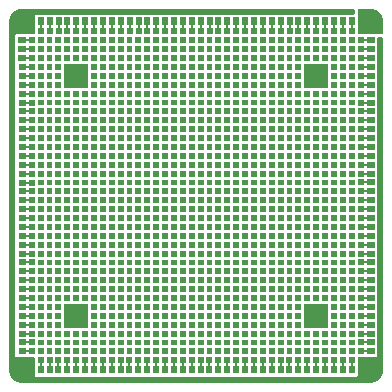
<source format=gbr>
%TF.GenerationSoftware,KiCad,Pcbnew,6.0.11+dfsg-1*%
%TF.CreationDate,2025-11-09T18:09:47+01:00*%
%TF.ProjectId,UNBRK,554e4252-4b2e-46b6-9963-61645f706362,0.2*%
%TF.SameCoordinates,Original*%
%TF.FileFunction,Soldermask,Bot*%
%TF.FilePolarity,Negative*%
%FSLAX46Y46*%
G04 Gerber Fmt 4.6, Leading zero omitted, Abs format (unit mm)*
G04 Created by KiCad (PCBNEW 6.0.11+dfsg-1) date 2025-11-09 18:09:47*
%MOMM*%
%LPD*%
G01*
G04 APERTURE LIST*
G04 Aperture macros list*
%AMFreePoly0*
4,1,13,-0.505527,0.062873,-0.252068,0.062873,-0.252068,0.248975,0.246866,0.248975,0.246866,-0.249958,-0.252068,-0.249958,-0.252068,-0.063856,-0.505527,-0.063856,-0.505527,-0.249958,-1.144162,-0.249958,-1.144162,0.248975,-0.505527,0.248975,-0.505527,0.062873,-0.505527,0.062873,$1*%
%AMFreePoly1*
4,1,13,-0.505527,0.064862,-0.252068,0.064862,-0.252068,0.250964,0.246866,0.250964,0.246866,-0.247973,-0.252068,-0.247973,-0.252068,-0.061867,-0.505527,-0.061867,-0.505527,-0.247973,-1.144162,-0.247973,-1.144162,0.250964,-0.505527,0.250964,-0.505527,0.064862,-0.505527,0.064862,$1*%
%AMFreePoly2*
4,1,13,-0.505527,0.066847,-0.252068,0.066847,-0.252068,0.252949,0.246866,0.252949,0.246866,-0.245984,-0.252068,-0.245984,-0.252068,-0.059882,-0.505527,-0.059882,-0.505527,-0.245984,-1.144162,-0.245984,-1.144162,0.252949,-0.505527,0.252949,-0.505527,0.066847,-0.505527,0.066847,$1*%
%AMFreePoly3*
4,1,13,-0.504098,0.066295,-0.250639,0.066295,-0.250639,0.252397,0.248295,0.252397,0.248295,-0.246536,-0.250639,-0.246536,-0.250639,-0.060434,-0.504098,-0.060434,-0.504098,-0.246536,-1.142733,-0.246536,-1.142733,0.252397,-0.504098,0.252397,-0.504098,0.066295,-0.504098,0.066295,$1*%
%AMFreePoly4*
4,1,13,-0.504098,0.065982,-0.250639,0.065982,-0.250639,0.252084,0.248295,0.252084,0.248295,-0.246849,-0.250639,-0.246849,-0.250639,-0.060747,-0.504098,-0.060747,-0.504098,-0.246849,-1.142733,-0.246849,-1.142733,0.252084,-0.504098,0.252084,-0.504098,0.065982,-0.504098,0.065982,$1*%
%AMFreePoly5*
4,1,13,-0.504098,0.065669,-0.250639,0.065669,-0.250639,0.251770,0.248295,0.251770,0.248295,-0.247166,-0.250639,-0.247166,-0.250639,-0.061064,-0.504098,-0.061064,-0.504098,-0.247166,-1.142733,-0.247166,-1.142733,0.251770,-0.504098,0.251770,-0.504098,0.065669,-0.504098,0.065669,$1*%
%AMFreePoly6*
4,1,13,-0.504098,0.065352,-0.250639,0.065352,-0.250639,0.251453,0.248295,0.251453,0.248295,-0.247480,-0.250639,-0.247480,-0.250639,-0.061378,-0.504098,-0.061378,-0.504098,-0.247480,-1.142733,-0.247480,-1.142733,0.251453,-0.504098,0.251453,-0.504098,0.065352,-0.504098,0.065352,$1*%
%AMFreePoly7*
4,1,13,-0.504098,0.065038,-0.250639,0.065038,-0.250639,0.251140,0.248295,0.251140,0.248295,-0.247793,-0.250639,-0.247793,-0.250639,-0.061691,-0.504098,-0.061691,-0.504098,-0.247793,-1.142733,-0.247793,-1.142733,0.251140,-0.504098,0.251140,-0.504098,0.065038,-0.504098,0.065038,$1*%
%AMFreePoly8*
4,1,13,-0.504098,0.064725,-0.250639,0.064725,-0.250639,0.250827,0.248295,0.250827,0.248295,-0.248110,-0.250639,-0.248110,-0.250639,-0.062005,-0.504098,-0.062005,-0.504098,-0.248110,-1.142733,-0.248110,-1.142733,0.250827,-0.504098,0.250827,-0.504098,0.064725,-0.504098,0.064725,$1*%
%AMFreePoly9*
4,1,13,-0.504098,0.064408,-0.250639,0.064408,-0.250639,0.250513,0.248295,0.250513,0.248295,-0.248423,-0.250639,-0.248423,-0.250639,-0.062322,-0.504098,-0.062322,-0.504098,-0.248423,-1.142733,-0.248423,-1.142733,0.250513,-0.504098,0.250513,-0.504098,0.064408,-0.504098,0.064408,$1*%
%AMFreePoly10*
4,1,13,-0.504098,0.064094,-0.250639,0.064094,-0.250639,0.250196,0.248295,0.250196,0.248295,-0.248737,-0.250639,-0.248737,-0.250639,-0.062635,-0.504098,-0.062635,-0.504098,-0.248737,-1.142733,-0.248737,-1.142733,0.250196,-0.504098,0.250196,-0.504098,0.064094,-0.504098,0.064094,$1*%
%AMFreePoly11*
4,1,13,-0.504098,0.063781,-0.250639,0.063781,-0.250639,0.249883,0.248295,0.249883,0.248295,-0.249054,-0.250639,-0.249054,-0.250639,-0.062949,-0.504098,-0.062949,-0.504098,-0.249054,-1.142733,-0.249054,-1.142733,0.249883,-0.504098,0.249883,-0.504098,0.063781,-0.504098,0.063781,$1*%
%AMFreePoly12*
4,1,13,-0.504098,0.063464,-0.250639,0.063464,-0.250639,0.249569,0.248295,0.249569,0.248295,-0.249367,-0.250639,-0.249367,-0.250639,-0.063262,-0.504098,-0.063262,-0.504098,-0.249367,-1.142733,-0.249367,-1.142733,0.249569,-0.504098,0.249569,-0.504098,0.063464,-0.504098,0.063464,$1*%
%AMFreePoly13*
4,1,13,-0.504098,0.063150,-0.250639,0.063150,-0.250639,0.249252,0.248295,0.249252,0.248295,-0.249681,-0.250639,-0.249681,-0.250639,-0.063579,-0.504098,-0.063579,-0.504098,-0.249681,-1.142733,-0.249681,-1.142733,0.249252,-0.504098,0.249252,-0.504098,0.063150,-0.504098,0.063150,$1*%
%AMFreePoly14*
4,1,13,-0.504098,0.062837,-0.250639,0.062837,-0.250639,0.248939,0.248295,0.248939,0.248295,-0.249994,-0.250639,-0.249994,-0.250639,-0.063892,-0.504098,-0.063892,-0.504098,-0.249994,-1.142733,-0.249994,-1.142733,0.248939,-0.504098,0.248939,-0.504098,0.062837,-0.504098,0.062837,$1*%
%AMFreePoly15*
4,1,13,-0.504098,0.062523,-0.250639,0.062523,-0.250639,0.248625,0.248295,0.248625,0.248295,-0.250311,-0.250639,-0.250311,-0.250639,-0.064209,-0.504098,-0.064209,-0.504098,-0.250311,-1.142733,-0.250311,-1.142733,0.248625,-0.504098,0.248625,-0.504098,0.062523,-0.504098,0.062523,$1*%
%AMFreePoly16*
4,1,13,-0.504098,0.062206,-0.250639,0.062206,-0.250639,0.248308,0.248295,0.248308,0.248295,-0.250625,-0.250639,-0.250625,-0.250639,-0.064523,-0.504098,-0.064523,-0.504098,-0.250625,-1.142733,-0.250625,-1.142733,0.248308,-0.504098,0.248308,-0.504098,0.062206,-0.504098,0.062206,$1*%
%AMFreePoly17*
4,1,13,-0.504098,0.061893,-0.250639,0.061893,-0.250639,0.247995,0.248295,0.247995,0.248295,-0.250938,-0.250639,-0.250938,-0.250639,-0.064836,-0.504098,-0.064836,-0.504098,-0.250938,-1.142733,-0.250938,-1.142733,0.247995,-0.504098,0.247995,-0.504098,0.061893,-0.504098,0.061893,$1*%
%AMFreePoly18*
4,1,13,-0.504098,0.061579,-0.250639,0.061579,-0.250639,0.247681,0.248295,0.247681,0.248295,-0.251252,-0.250639,-0.251252,-0.250639,-0.065150,-0.504098,-0.065150,-0.504098,-0.251252,-1.142733,-0.251252,-1.142733,0.247681,-0.504098,0.247681,-0.504098,0.061579,-0.504098,0.061579,$1*%
%AMFreePoly19*
4,1,13,-0.504098,0.061266,-0.250639,0.061266,-0.250639,0.247368,0.248295,0.247368,0.248295,-0.251565,-0.250639,-0.251565,-0.250639,-0.065463,-0.504098,-0.065463,-0.504098,-0.251565,-1.142733,-0.251565,-1.142733,0.247368,-0.504098,0.247368,-0.504098,0.061266,-0.504098,0.061266,$1*%
%AMFreePoly20*
4,1,13,-0.504098,0.060949,-0.250639,0.060949,-0.250639,0.247051,0.248295,0.247051,0.248295,-0.251882,-0.250639,-0.251882,-0.250639,-0.065780,-0.504098,-0.065780,-0.504098,-0.251882,-1.142733,-0.251882,-1.142733,0.247051,-0.504098,0.247051,-0.504098,0.060949,-0.504098,0.060949,$1*%
%AMFreePoly21*
4,1,13,-0.504098,0.060635,-0.250639,0.060635,-0.250639,0.246737,0.248295,0.246737,0.248295,-0.252196,-0.250639,-0.252196,-0.250639,-0.066094,-0.504098,-0.066094,-0.504098,-0.252196,-1.142733,-0.252196,-1.142733,0.246737,-0.504098,0.246737,-0.504098,0.060635,-0.504098,0.060635,$1*%
%AMFreePoly22*
4,1,13,-0.504098,0.060322,-0.250639,0.060322,-0.250639,0.246424,0.248295,0.246424,0.248295,-0.252509,-0.250639,-0.252509,-0.250639,-0.066407,-0.504098,-0.066407,-0.504098,-0.252509,-1.142733,-0.252509,-1.142733,0.246424,-0.504098,0.246424,-0.504098,0.060322,-0.504098,0.060322,$1*%
%AMFreePoly23*
4,1,13,-0.504098,0.060005,-0.250639,0.060005,-0.250639,0.246110,0.248295,0.246110,0.248295,-0.252826,-0.250639,-0.252826,-0.250639,-0.066721,-0.504098,-0.066721,-0.504098,-0.252826,-1.142733,-0.252826,-1.142733,0.246110,-0.504098,0.246110,-0.504098,0.060005,-0.504098,0.060005,$1*%
%AMFreePoly24*
4,1,13,-0.504098,0.059692,-0.250639,0.059692,-0.250639,0.245793,0.248295,0.245793,0.248295,-0.253140,-0.250639,-0.253140,-0.250639,-0.067038,-0.504098,-0.067038,-0.504098,-0.253140,-1.142733,-0.253140,-1.142733,0.245793,-0.504098,0.245793,-0.504098,0.059692,-0.504098,0.059692,$1*%
%AMFreePoly25*
4,1,13,-0.504098,0.059378,-0.250639,0.059378,-0.250639,0.245480,0.248295,0.245480,0.248295,-0.253457,-0.250639,-0.253457,-0.250639,-0.067351,-0.504098,-0.067351,-0.504098,-0.253457,-1.142733,-0.253457,-1.142733,0.245480,-0.504098,0.245480,-0.504098,0.059378,-0.504098,0.059378,$1*%
%AMFreePoly26*
4,1,13,-0.504098,0.059065,-0.250639,0.059065,-0.250639,0.245163,0.248295,0.245163,0.248295,-0.253770,-0.250639,-0.253770,-0.250639,-0.067665,-0.504098,-0.067665,-0.504098,-0.253770,-1.142733,-0.253770,-1.142733,0.245163,-0.504098,0.245163,-0.504098,0.059065,-0.504098,0.059065,$1*%
%AMFreePoly27*
4,1,13,-0.504098,0.058751,-0.250639,0.058751,-0.250639,0.244850,0.248295,0.244850,0.248295,-0.254083,-0.250639,-0.254083,-0.250639,-0.067978,-0.504098,-0.067978,-0.504098,-0.254083,-1.142733,-0.254083,-1.142733,0.244850,-0.504098,0.244850,-0.504098,0.058751,-0.504098,0.058751,$1*%
%AMFreePoly28*
4,1,13,-0.504098,0.058434,-0.250639,0.058434,-0.250639,0.244536,0.248295,0.244536,0.248295,-0.254397,-0.250639,-0.254397,-0.250639,-0.068295,-0.504098,-0.068295,-0.504098,-0.254397,-1.142733,-0.254397,-1.142733,0.244536,-0.504098,0.244536,-0.504098,0.058434,-0.504098,0.058434,$1*%
%AMFreePoly29*
4,1,13,-0.504098,0.058121,-0.250639,0.058121,-0.250639,0.244223,0.248295,0.244223,0.248295,-0.254710,-0.250639,-0.254710,-0.250639,-0.068609,-0.504098,-0.068609,-0.504098,-0.254710,-1.142733,-0.254710,-1.142733,0.244223,-0.504098,0.244223,-0.504098,0.058121,-0.504098,0.058121,$1*%
%AMFreePoly30*
4,1,13,-0.504098,0.057804,-0.250639,0.057804,-0.250639,0.243909,0.248295,0.243909,0.248295,-0.255027,-0.250639,-0.255027,-0.250639,-0.068925,-0.504098,-0.068925,-0.504098,-0.255027,-1.142733,-0.255027,-1.142733,0.243909,-0.504098,0.243909,-0.504098,0.057804,-0.504098,0.057804,$1*%
%AMFreePoly31*
4,1,13,-0.504098,0.057490,-0.250639,0.057490,-0.250639,0.243596,0.248295,0.243596,0.248295,-0.255341,-0.250639,-0.255341,-0.250639,-0.069239,-0.504098,-0.069239,-0.504098,-0.255341,-1.142733,-0.255341,-1.142733,0.243596,-0.504098,0.243596,-0.504098,0.057490,-0.504098,0.057490,$1*%
%AMFreePoly32*
4,1,13,-0.504098,0.057177,-0.250639,0.057177,-0.250639,0.243279,0.248295,0.243279,0.248295,-0.255654,-0.250639,-0.255654,-0.250639,-0.069552,-0.504098,-0.069552,-0.504098,-0.255654,-1.142733,-0.255654,-1.142733,0.243279,-0.504098,0.243279,-0.504098,0.057177,-0.504098,0.057177,$1*%
%AMFreePoly33*
4,1,13,-0.504098,0.056860,-0.250639,0.056860,-0.250639,0.242965,0.248295,0.242965,0.248295,-0.255968,-0.250639,-0.255968,-0.250639,-0.069866,-0.504098,-0.069866,-0.504098,-0.255968,-1.142733,-0.255968,-1.142733,0.242965,-0.504098,0.242965,-0.504098,0.056860,-0.504098,0.056860,$1*%
%AMFreePoly34*
4,1,13,-0.504098,0.056546,-0.250639,0.056546,-0.250639,0.242648,0.248295,0.242648,0.248295,-0.256285,-0.250639,-0.256285,-0.250639,-0.070183,-0.504098,-0.070183,-0.504098,-0.256285,-1.142733,-0.256285,-1.142733,0.242648,-0.504098,0.242648,-0.504098,0.056546,-0.504098,0.056546,$1*%
%AMFreePoly35*
4,1,13,-0.504098,0.056237,-0.250639,0.056237,-0.250639,0.242339,0.248295,0.242339,0.248295,-0.256598,-0.250639,-0.256598,-0.250639,-0.070492,-0.504098,-0.070492,-0.504098,-0.256598,-1.142733,-0.256598,-1.142733,0.242339,-0.504098,0.242339,-0.504098,0.056237,-0.504098,0.056237,$1*%
%AMFreePoly36*
4,1,13,0.247418,-0.249185,0.061316,-0.249185,0.061316,-0.502644,0.247418,-0.502644,0.247418,-1.141278,-0.251515,-1.141278,-0.251515,-0.502644,-0.065413,-0.502644,-0.065413,-0.249185,-0.251515,-0.249185,-0.251515,0.249751,0.247418,0.249751,0.247418,-0.249185,0.247418,-0.249185,$1*%
%AMFreePoly37*
4,1,13,0.247683,-0.249185,0.061577,-0.249185,0.061577,-0.502644,0.247683,-0.502644,0.247683,-1.141278,-0.251254,-1.141278,-0.251254,-0.502644,-0.065152,-0.502644,-0.065152,-0.249185,-0.251254,-0.249185,-0.251254,0.249751,0.247683,0.249751,0.247683,-0.249185,0.247683,-0.249185,$1*%
%AMFreePoly38*
4,1,13,0.247944,-0.249185,0.061842,-0.249185,0.061842,-0.502644,0.247944,-0.502644,0.247944,-1.141278,-0.250989,-1.141278,-0.250989,-0.502644,-0.064887,-0.502644,-0.064887,-0.249185,-0.250989,-0.249185,-0.250989,0.249751,0.247944,0.249751,0.247944,-0.249185,0.247944,-0.249185,$1*%
%AMFreePoly39*
4,1,13,0.248206,-0.249185,0.062104,-0.249185,0.062104,-0.502644,0.248206,-0.502644,0.248206,-1.141278,-0.250727,-1.141278,-0.250727,-0.502644,-0.064625,-0.502644,-0.064625,-0.249185,-0.250727,-0.249185,-0.250727,0.249751,0.248206,0.249751,0.248206,-0.249185,0.248206,-0.249185,$1*%
%AMFreePoly40*
4,1,13,0.248467,-0.249185,0.062365,-0.249185,0.062365,-0.502644,0.248467,-0.502644,0.248467,-1.141278,-0.250466,-1.141278,-0.250466,-0.502644,-0.064364,-0.502644,-0.064364,-0.249185,-0.250466,-0.249185,-0.250466,0.249751,0.248467,0.249751,0.248467,-0.249185,0.248467,-0.249185,$1*%
%AMFreePoly41*
4,1,13,0.248732,-0.249185,0.062630,-0.249185,0.062630,-0.502644,0.248732,-0.502644,0.248732,-1.141278,-0.250204,-1.141278,-0.250204,-0.502644,-0.064103,-0.502644,-0.064103,-0.249185,-0.250204,-0.249185,-0.250204,0.249751,0.248732,0.249751,0.248732,-0.249185,0.248732,-0.249185,$1*%
%AMFreePoly42*
4,1,13,0.248994,-0.249185,0.062892,-0.249185,0.062892,-0.502644,0.248994,-0.502644,0.248994,-1.141278,-0.249939,-1.141278,-0.249939,-0.502644,-0.063838,-0.502644,-0.063838,-0.249185,-0.249939,-0.249185,-0.249939,0.249751,0.248994,0.249751,0.248994,-0.249185,0.248994,-0.249185,$1*%
%AMFreePoly43*
4,1,13,0.249255,-0.249185,0.063153,-0.249185,0.063153,-0.502644,0.249255,-0.502644,0.249255,-1.141278,-0.249678,-1.141278,-0.249678,-0.502644,-0.063576,-0.502644,-0.063576,-0.249185,-0.249678,-0.249185,-0.249678,0.249751,0.249255,0.249751,0.249255,-0.249185,0.249255,-0.249185,$1*%
%AMFreePoly44*
4,1,13,0.249520,-0.249185,0.063415,-0.249185,0.063415,-0.502644,0.249520,-0.502644,0.249520,-1.141278,-0.249417,-1.141278,-0.249417,-0.502644,-0.063315,-0.502644,-0.063315,-0.249185,-0.249417,-0.249185,-0.249417,0.249751,0.249520,0.249751,0.249520,-0.249185,0.249520,-0.249185,$1*%
%AMFreePoly45*
4,1,13,0.249781,-0.249185,0.063680,-0.249185,0.063680,-0.502644,0.249781,-0.502644,0.249781,-1.141278,-0.249155,-1.141278,-0.249155,-0.502644,-0.063050,-0.502644,-0.063050,-0.249185,-0.249155,-0.249185,-0.249155,0.249751,0.249781,0.249751,0.249781,-0.249185,0.249781,-0.249185,$1*%
%AMFreePoly46*
4,1,13,0.250043,-0.249185,0.063941,-0.249185,0.063941,-0.502644,0.250043,-0.502644,0.250043,-1.141278,-0.248890,-1.141278,-0.248890,-0.502644,-0.062788,-0.502644,-0.062788,-0.249185,-0.248890,-0.249185,-0.248890,0.249751,0.250043,0.249751,0.250043,-0.249185,0.250043,-0.249185,$1*%
%AMFreePoly47*
4,1,13,0.250308,-0.249185,0.064203,-0.249185,0.064203,-0.502644,0.250308,-0.502644,0.250308,-1.141278,-0.248629,-1.141278,-0.248629,-0.502644,-0.062527,-0.502644,-0.062527,-0.249185,-0.248629,-0.249185,-0.248629,0.249751,0.250308,0.249751,0.250308,-0.249185,0.250308,-0.249185,$1*%
%AMFreePoly48*
4,1,13,0.250569,-0.249185,0.064464,-0.249185,0.064464,-0.502644,0.250569,-0.502644,0.250569,-1.141278,-0.248367,-1.141278,-0.248367,-0.502644,-0.062262,-0.502644,-0.062262,-0.249185,-0.248367,-0.249185,-0.248367,0.249751,0.250569,0.249751,0.250569,-0.249185,0.250569,-0.249185,$1*%
%AMFreePoly49*
4,1,13,0.250831,-0.249185,0.064729,-0.249185,0.064729,-0.502644,0.250831,-0.502644,0.250831,-1.141278,-0.248102,-1.141278,-0.248102,-0.502644,-0.062000,-0.502644,-0.062000,-0.249185,-0.248102,-0.249185,-0.248102,0.249751,0.250831,0.249751,0.250831,-0.249185,0.250831,-0.249185,$1*%
%AMFreePoly50*
4,1,13,0.251092,-0.249185,0.064990,-0.249185,0.064990,-0.502644,0.251092,-0.502644,0.251092,-1.141278,-0.247841,-1.141278,-0.247841,-0.502644,-0.061739,-0.502644,-0.061739,-0.249185,-0.247841,-0.249185,-0.247841,0.249751,0.251092,0.249751,0.251092,-0.249185,0.251092,-0.249185,$1*%
%AMFreePoly51*
4,1,13,0.251357,-0.249185,0.065255,-0.249185,0.065255,-0.502644,0.251357,-0.502644,0.251357,-1.141278,-0.247579,-1.141278,-0.247579,-0.502644,-0.061477,-0.502644,-0.061477,-0.249185,-0.247579,-0.249185,-0.247579,0.249751,0.251357,0.249751,0.251357,-0.249185,0.251357,-0.249185,$1*%
%AMFreePoly52*
4,1,13,0.251619,-0.249185,0.065517,-0.249185,0.065517,-0.502644,0.251619,-0.502644,0.251619,-1.141278,-0.247314,-1.141278,-0.247314,-0.502644,-0.061212,-0.502644,-0.061212,-0.249185,-0.247314,-0.249185,-0.247314,0.249751,0.251619,0.249751,0.251619,-0.249185,0.251619,-0.249185,$1*%
%AMFreePoly53*
4,1,13,0.251880,-0.249185,0.065778,-0.249185,0.065778,-0.502644,0.251880,-0.502644,0.251880,-1.141278,-0.247053,-1.141278,-0.247053,-0.502644,-0.060951,-0.502644,-0.060951,-0.249185,-0.247053,-0.249185,-0.247053,0.249751,0.251880,0.249751,0.251880,-0.249185,0.251880,-0.249185,$1*%
%AMFreePoly54*
4,1,13,0.252142,-0.249185,0.066040,-0.249185,0.066040,-0.502644,0.252142,-0.502644,0.252142,-1.141278,-0.246791,-1.141278,-0.246791,-0.502644,-0.060689,-0.502644,-0.060689,-0.249185,-0.246791,-0.249185,-0.246791,0.249751,0.252142,0.249751,0.252142,-0.249185,0.252142,-0.249185,$1*%
%AMFreePoly55*
4,1,13,0.252403,-0.249185,0.066301,-0.249185,0.066301,-0.502644,0.252403,-0.502644,0.252403,-1.141278,-0.246530,-1.141278,-0.246530,-0.502644,-0.060428,-0.502644,-0.060428,-0.249185,-0.246530,-0.249185,-0.246530,0.249751,0.252403,0.249751,0.252403,-0.249185,0.252403,-0.249185,$1*%
%AMFreePoly56*
4,1,13,0.252668,-0.249185,0.066566,-0.249185,0.066566,-0.502644,0.252668,-0.502644,0.252668,-1.141278,-0.246265,-1.141278,-0.246265,-0.502644,-0.060163,-0.502644,-0.060163,-0.249185,-0.246265,-0.249185,-0.246265,0.249751,0.252668,0.249751,0.252668,-0.249185,0.252668,-0.249185,$1*%
%AMFreePoly57*
4,1,13,0.252930,-0.249185,0.066828,-0.249185,0.066828,-0.502644,0.252930,-0.502644,0.252930,-1.141278,-0.246003,-1.141278,-0.246003,-0.502644,-0.059901,-0.502644,-0.059901,-0.249185,-0.246003,-0.249185,-0.246003,0.249751,0.252930,0.249751,0.252930,-0.249185,0.252930,-0.249185,$1*%
%AMFreePoly58*
4,1,13,0.253191,-0.249185,0.067089,-0.249185,0.067089,-0.502644,0.253191,-0.502644,0.253191,-1.141278,-0.245742,-1.141278,-0.245742,-0.502644,-0.059640,-0.502644,-0.059640,-0.249185,-0.245742,-0.249185,-0.245742,0.249751,0.253191,0.249751,0.253191,-0.249185,0.253191,-0.249185,$1*%
%AMFreePoly59*
4,1,13,0.253456,-0.249185,0.067351,-0.249185,0.067351,-0.502644,0.253456,-0.502644,0.253456,-1.141278,-0.245480,-1.141278,-0.245480,-0.502644,-0.059375,-0.502644,-0.059375,-0.249185,-0.245480,-0.249185,-0.245480,0.249751,0.253456,0.249751,0.253456,-0.249185,0.253456,-0.249185,$1*%
%AMFreePoly60*
4,1,13,0.253718,-0.249185,0.067616,-0.249185,0.067616,-0.502644,0.253718,-0.502644,0.253718,-1.141278,-0.245215,-1.141278,-0.245215,-0.502644,-0.059114,-0.502644,-0.059114,-0.249185,-0.245215,-0.249185,-0.245215,0.249751,0.253718,0.249751,0.253718,-0.249185,0.253718,-0.249185,$1*%
%AMFreePoly61*
4,1,13,0.253983,-0.249185,0.067877,-0.249185,0.067877,-0.502644,0.253983,-0.502644,0.253983,-1.141278,-0.244954,-1.141278,-0.244954,-0.502644,-0.058852,-0.502644,-0.058852,-0.249185,-0.244954,-0.249185,-0.244954,0.249751,0.253983,0.249751,0.253983,-0.249185,0.253983,-0.249185,$1*%
%AMFreePoly62*
4,1,13,0.254244,-0.249185,0.068139,-0.249185,0.068139,-0.502644,0.254244,-0.502644,0.254244,-1.141278,-0.244689,-1.141278,-0.244689,-0.502644,-0.058591,-0.502644,-0.058591,-0.249185,-0.244689,-0.249185,-0.244689,0.249751,0.254244,0.249751,0.254244,-0.249185,0.254244,-0.249185,$1*%
%AMFreePoly63*
4,1,13,0.254505,-0.249185,0.068400,-0.249185,0.068400,-0.502644,0.254505,-0.502644,0.254505,-1.141278,-0.244428,-1.141278,-0.244428,-0.502644,-0.058329,-0.502644,-0.058329,-0.249185,-0.244428,-0.249185,-0.244428,0.249751,0.254505,0.249751,0.254505,-0.249185,0.254505,-0.249185,$1*%
%AMFreePoly64*
4,1,13,0.254767,-0.249185,0.068665,-0.249185,0.068665,-0.502644,0.254767,-0.502644,0.254767,-1.141278,-0.244166,-1.141278,-0.244166,-0.502644,-0.058064,-0.502644,-0.058064,-0.249185,-0.244166,-0.249185,-0.244166,0.249751,0.254767,0.249751,0.254767,-0.249185,0.254767,-0.249185,$1*%
%AMFreePoly65*
4,1,13,0.255028,-0.249185,0.068927,-0.249185,0.068927,-0.502644,0.255028,-0.502644,0.255028,-1.141278,-0.243905,-1.141278,-0.243905,-0.502644,-0.057803,-0.502644,-0.057803,-0.249185,-0.243905,-0.249185,-0.243905,0.249751,0.255028,0.249751,0.255028,-0.249185,0.255028,-0.249185,$1*%
%AMFreePoly66*
4,1,13,0.255293,-0.249185,0.069191,-0.249185,0.069191,-0.502644,0.255293,-0.502644,0.255293,-1.141278,-0.243643,-1.141278,-0.243643,-0.502644,-0.057538,-0.502644,-0.057538,-0.249185,-0.243643,-0.249185,-0.243643,0.249751,0.255293,0.249751,0.255293,-0.249185,0.255293,-0.249185,$1*%
%AMFreePoly67*
4,1,13,0.255555,-0.249185,0.069453,-0.249185,0.069453,-0.502644,0.255555,-0.502644,0.255555,-1.141278,-0.243382,-1.141278,-0.243382,-0.502644,-0.057276,-0.502644,-0.057276,-0.249185,-0.243382,-0.249185,-0.243382,0.249751,0.255555,0.249751,0.255555,-0.249185,0.255555,-0.249185,$1*%
%AMFreePoly68*
4,1,13,0.255816,-0.249185,0.069714,-0.249185,0.069714,-0.502644,0.255816,-0.502644,0.255816,-1.141278,-0.243117,-1.141278,-0.243117,-0.502644,-0.057015,-0.502644,-0.057015,-0.249185,-0.243117,-0.249185,-0.243117,0.249751,0.255816,0.249751,0.255816,-0.249185,0.255816,-0.249185,$1*%
%AMFreePoly69*
4,1,13,0.256078,-0.249185,0.069976,-0.249185,0.069976,-0.502644,0.256078,-0.502644,0.256078,-1.141278,-0.242855,-1.141278,-0.242855,-0.502644,-0.056750,-0.502644,-0.056750,-0.249185,-0.242855,-0.249185,-0.242855,0.249751,0.256078,0.249751,0.256078,-0.249185,0.256078,-0.249185,$1*%
%AMFreePoly70*
4,1,13,0.256343,-0.249185,0.070241,-0.249185,0.070241,-0.502644,0.256343,-0.502644,0.256343,-1.141278,-0.242590,-1.141278,-0.242590,-0.502644,-0.056488,-0.502644,-0.056488,-0.249185,-0.242590,-0.249185,-0.242590,0.249751,0.256343,0.249751,0.256343,-0.249185,0.256343,-0.249185,$1*%
%AMFreePoly71*
4,1,13,0.256598,-0.249185,0.070492,-0.249185,0.070492,-0.502644,0.256598,-0.502644,0.256598,-1.141278,-0.242339,-1.141278,-0.242339,-0.502644,-0.056237,-0.502644,-0.056237,-0.249185,-0.242339,-0.249185,-0.242339,0.249751,0.256598,0.249751,0.256598,-0.249185,0.256598,-0.249185,$1*%
%AMFreePoly72*
4,1,13,0.252589,0.056237,0.506048,0.056237,0.506048,0.242339,1.144682,0.242339,1.144682,-0.256598,0.506048,-0.256598,0.506048,-0.070492,0.252589,-0.070492,0.252589,-0.256598,-0.246347,-0.256598,-0.246347,0.242339,0.252589,0.242339,0.252589,0.056237,0.252589,0.056237,$1*%
%AMFreePoly73*
4,1,13,0.252589,0.056396,0.506048,0.056396,0.506048,0.242498,1.144682,0.242498,1.144682,-0.256435,0.506048,-0.256435,0.506048,-0.070333,0.252589,-0.070333,0.252589,-0.256435,-0.246347,-0.256435,-0.246347,0.242498,0.252589,0.242498,0.252589,0.056396,0.252589,0.056396,$1*%
%AMFreePoly74*
4,1,13,0.252589,0.056586,0.506048,0.056586,0.506048,0.242691,1.144682,0.242691,1.144682,-0.256242,0.506048,-0.256242,0.506048,-0.070140,0.252589,-0.070140,0.252589,-0.256242,-0.246347,-0.256242,-0.246347,0.242691,0.252589,0.242691,0.252589,0.056586,0.252589,0.056586,$1*%
%AMFreePoly75*
4,1,13,0.252589,0.056779,0.506048,0.056779,0.506048,0.242881,1.144682,0.242881,1.144682,-0.256052,0.506048,-0.256052,0.506048,-0.069950,0.252589,-0.069950,0.252589,-0.256052,-0.246347,-0.256052,-0.246347,0.242881,0.252589,0.242881,0.252589,0.056779,0.252589,0.056779,$1*%
%AMFreePoly76*
4,1,13,0.252589,0.056968,0.506048,0.056968,0.506048,0.243074,1.144682,0.243074,1.144682,-0.255863,0.506048,-0.255863,0.506048,-0.069761,0.252589,-0.069761,0.252589,-0.255863,-0.246347,-0.255863,-0.246347,0.243074,0.252589,0.243074,0.252589,0.056968,0.252589,0.056968,$1*%
%AMFreePoly77*
4,1,13,0.252589,0.057158,0.506048,0.057158,0.506048,0.243263,1.144682,0.243263,1.144682,-0.255673,0.506048,-0.255673,0.506048,-0.069571,0.252589,-0.069571,0.252589,-0.255673,-0.246347,-0.255673,-0.246347,0.243263,0.252589,0.243263,0.252589,0.057158,0.252589,0.057158,$1*%
%AMFreePoly78*
4,1,13,0.252589,0.057351,0.506048,0.057351,0.506048,0.243453,1.144682,0.243453,1.144682,-0.255480,0.506048,-0.255480,0.506048,-0.069379,0.252589,-0.069379,0.252589,-0.255480,-0.246347,-0.255480,-0.246347,0.243453,0.252589,0.243453,0.252589,0.057351,0.252589,0.057351,$1*%
%AMFreePoly79*
4,1,13,0.252589,0.057540,0.506048,0.057540,0.506048,0.243642,1.144682,0.243642,1.144682,-0.255291,0.506048,-0.255291,0.506048,-0.069189,0.252589,-0.069189,0.252589,-0.255291,-0.246347,-0.255291,-0.246347,0.243642,0.252589,0.243642,0.252589,0.057540,0.252589,0.057540,$1*%
%AMFreePoly80*
4,1,13,0.252589,0.057733,0.506048,0.057733,0.506048,0.243832,1.144682,0.243832,1.144682,-0.255101,0.506048,-0.255101,0.506048,-0.068996,0.252589,-0.068996,0.252589,-0.255101,-0.246347,-0.255101,-0.246347,0.243832,0.252589,0.243832,0.252589,0.057733,0.252589,0.057733,$1*%
%AMFreePoly81*
4,1,13,0.252589,0.057923,0.506048,0.057923,0.506048,0.244021,1.144682,0.244021,1.144682,-0.254912,0.506048,-0.254912,0.506048,-0.068807,0.252589,-0.068807,0.252589,-0.254912,-0.246347,-0.254912,-0.246347,0.244021,0.252589,0.244021,0.252589,0.057923,0.252589,0.057923,$1*%
%AMFreePoly82*
4,1,13,0.252589,0.058112,0.506048,0.058112,0.506048,0.244214,1.144682,0.244214,1.144682,-0.254723,0.506048,-0.254723,0.506048,-0.068617,0.252589,-0.068617,0.252589,-0.254723,-0.246347,-0.254723,-0.246347,0.244214,0.252589,0.244214,0.252589,0.058112,0.252589,0.058112,$1*%
%AMFreePoly83*
4,1,13,0.252589,0.058302,0.506048,0.058302,0.506048,0.244403,1.144682,0.244403,1.144682,-0.254530,0.506048,-0.254530,0.506048,-0.068428,0.252589,-0.068428,0.252589,-0.254530,-0.246347,-0.254530,-0.246347,0.244403,0.252589,0.244403,0.252589,0.058302,0.252589,0.058302,$1*%
%AMFreePoly84*
4,1,13,0.252589,0.058491,0.506048,0.058491,0.506048,0.244596,1.144682,0.244596,1.144682,-0.254340,0.506048,-0.254340,0.506048,-0.068235,0.252589,-0.068235,0.252589,-0.254340,-0.246347,-0.254340,-0.246347,0.244596,0.252589,0.244596,0.252589,0.058491,0.252589,0.058491,$1*%
%AMFreePoly85*
4,1,13,0.252589,0.058684,0.506048,0.058684,0.506048,0.244786,1.144682,0.244786,1.144682,-0.254147,0.506048,-0.254147,0.506048,-0.068045,0.252589,-0.068045,0.252589,-0.254147,-0.246347,-0.254147,-0.246347,0.244786,0.252589,0.244786,0.252589,0.058684,0.252589,0.058684,$1*%
%AMFreePoly86*
4,1,13,0.252589,0.058873,0.506048,0.058873,0.506048,0.244975,1.144682,0.244975,1.144682,-0.253958,0.506048,-0.253958,0.506048,-0.067856,0.252589,-0.067856,0.252589,-0.253958,-0.246347,-0.253958,-0.246347,0.244975,0.252589,0.244975,0.252589,0.058873,0.252589,0.058873,$1*%
%AMFreePoly87*
4,1,13,0.252589,0.059063,0.506048,0.059063,0.506048,0.245165,1.144682,0.245165,1.144682,-0.253768,0.506048,-0.253768,0.506048,-0.067666,0.252589,-0.067666,0.252589,-0.253768,-0.246347,-0.253768,-0.246347,0.245165,0.252589,0.245165,0.252589,0.059063,0.252589,0.059063,$1*%
%AMFreePoly88*
4,1,13,0.252589,0.059256,0.506048,0.059256,0.506048,0.245358,1.144682,0.245358,1.144682,-0.253575,0.506048,-0.253575,0.506048,-0.067473,0.252589,-0.067473,0.252589,-0.253575,-0.246347,-0.253575,-0.246347,0.245358,0.252589,0.245358,0.252589,0.059256,0.252589,0.059256,$1*%
%AMFreePoly89*
4,1,13,0.252589,0.059445,0.506048,0.059445,0.506048,0.245547,1.144682,0.245547,1.144682,-0.253386,0.506048,-0.253386,0.506048,-0.067284,0.252589,-0.067284,0.252589,-0.253386,-0.246347,-0.253386,-0.246347,0.245547,0.252589,0.245547,0.252589,0.059445,0.252589,0.059445,$1*%
%AMFreePoly90*
4,1,13,0.252589,0.059635,0.506048,0.059635,0.506048,0.245737,1.144682,0.245737,1.144682,-0.253196,0.506048,-0.253196,0.506048,-0.067094,0.252589,-0.067094,0.252589,-0.253196,-0.246347,-0.253196,-0.246347,0.245737,0.252589,0.245737,0.252589,0.059635,0.252589,0.059635,$1*%
%AMFreePoly91*
4,1,13,0.252589,0.059824,0.506048,0.059824,0.506048,0.245926,1.144682,0.245926,1.144682,-0.253007,0.506048,-0.253007,0.506048,-0.066905,0.252589,-0.066905,0.252589,-0.253007,-0.246347,-0.253007,-0.246347,0.245926,0.252589,0.245926,0.252589,0.059824,0.252589,0.059824,$1*%
%AMFreePoly92*
4,1,13,0.252589,0.060017,0.506048,0.060017,0.506048,0.246119,1.144682,0.246119,1.144682,-0.252817,0.506048,-0.252817,0.506048,-0.066715,0.252589,-0.066715,0.252589,-0.252817,-0.246347,-0.252817,-0.246347,0.246119,0.252589,0.246119,0.252589,0.060017,0.252589,0.060017,$1*%
%AMFreePoly93*
4,1,13,0.252589,0.060207,0.506048,0.060207,0.506048,0.246309,1.144682,0.246309,1.144682,-0.252624,0.506048,-0.252624,0.506048,-0.066522,0.252589,-0.066522,0.252589,-0.252624,-0.246347,-0.252624,-0.246347,0.246309,0.252589,0.246309,0.252589,0.060207,0.252589,0.060207,$1*%
%AMFreePoly94*
4,1,13,0.252589,0.060396,0.506048,0.060396,0.506048,0.246498,1.144682,0.246498,1.144682,-0.252435,0.506048,-0.252435,0.506048,-0.066333,0.252589,-0.066333,0.252589,-0.252435,-0.246347,-0.252435,-0.246347,0.246498,0.252589,0.246498,0.252589,0.060396,0.252589,0.060396,$1*%
%AMFreePoly95*
4,1,13,0.252589,0.060586,0.506048,0.060586,0.506048,0.246691,1.144682,0.246691,1.144682,-0.252245,0.506048,-0.252245,0.506048,-0.066140,0.252589,-0.066140,0.252589,-0.252245,-0.246347,-0.252245,-0.246347,0.246691,0.252589,0.246691,0.252589,0.060586,0.252589,0.060586,$1*%
%AMFreePoly96*
4,1,13,0.252589,0.060779,0.506048,0.060779,0.506048,0.246881,1.144682,0.246881,1.144682,-0.252056,0.506048,-0.252056,0.506048,-0.065951,0.252589,-0.065951,0.252589,-0.252056,-0.246347,-0.252056,-0.246347,0.246881,0.252589,0.246881,0.252589,0.060779,0.252589,0.060779,$1*%
%AMFreePoly97*
4,1,13,0.252589,0.060968,0.506048,0.060968,0.506048,0.247070,1.144682,0.247070,1.144682,-0.251863,0.506048,-0.251863,0.506048,-0.065761,0.252589,-0.065761,0.252589,-0.251863,-0.246347,-0.251863,-0.246347,0.247070,0.252589,0.247070,0.252589,0.060968,0.252589,0.060968,$1*%
%AMFreePoly98*
4,1,13,0.252589,0.061158,0.506048,0.061158,0.506048,0.247263,1.144682,0.247263,1.144682,-0.251673,0.506048,-0.251673,0.506048,-0.065572,0.252589,-0.065572,0.252589,-0.251673,-0.246347,-0.251673,-0.246347,0.247263,0.252589,0.247263,0.252589,0.061158,0.252589,0.061158,$1*%
%AMFreePoly99*
4,1,13,0.252589,0.061351,0.506048,0.061351,0.506048,0.247453,1.144682,0.247453,1.144682,-0.251484,0.506048,-0.251484,0.506048,-0.065379,0.252589,-0.065379,0.252589,-0.251484,-0.246347,-0.251484,-0.246347,0.247453,0.252589,0.247453,0.252589,0.061351,0.252589,0.061351,$1*%
%AMFreePoly100*
4,1,13,0.252589,0.061540,0.506048,0.061540,0.506048,0.247642,1.144682,0.247642,1.144682,-0.251291,0.506048,-0.251291,0.506048,-0.065189,0.252589,-0.065189,0.252589,-0.251291,-0.246347,-0.251291,-0.246347,0.247642,0.252589,0.247642,0.252589,0.061540,0.252589,0.061540,$1*%
%AMFreePoly101*
4,1,13,0.252589,0.061730,0.506048,0.061730,0.506048,0.247831,1.144682,0.247831,1.144682,-0.251102,0.506048,-0.251102,0.506048,-0.065000,0.252589,-0.065000,0.252589,-0.251102,-0.246347,-0.251102,-0.246347,0.247831,0.252589,0.247831,0.252589,0.061730,0.252589,0.061730,$1*%
%AMFreePoly102*
4,1,13,0.252589,0.061923,0.506048,0.061923,0.506048,0.248024,1.144682,0.248024,1.144682,-0.250912,0.506048,-0.250912,0.506048,-0.064810,0.252589,-0.064810,0.252589,-0.250912,-0.246347,-0.250912,-0.246347,0.248024,0.252589,0.248024,0.252589,0.061923,0.252589,0.061923,$1*%
%AMFreePoly103*
4,1,13,0.252589,0.062112,0.506048,0.062112,0.506048,0.248214,1.144682,0.248214,1.144682,-0.250719,0.506048,-0.250719,0.506048,-0.064617,0.252589,-0.064617,0.252589,-0.250719,-0.246347,-0.250719,-0.246347,0.248214,0.252589,0.248214,0.252589,0.062112,0.252589,0.062112,$1*%
%AMFreePoly104*
4,1,13,0.252589,0.062301,0.506048,0.062301,0.506048,0.248403,1.144682,0.248403,1.144682,-0.250530,0.506048,-0.250530,0.506048,-0.064428,0.252589,-0.064428,0.252589,-0.250530,-0.246347,-0.250530,-0.246347,0.248403,0.252589,0.248403,0.252589,0.062301,0.252589,0.062301,$1*%
%AMFreePoly105*
4,1,13,0.252589,0.062491,0.506048,0.062491,0.506048,0.248593,1.144682,0.248593,1.144682,-0.250340,0.506048,-0.250340,0.506048,-0.064238,0.252589,-0.064238,0.252589,-0.250340,-0.246347,-0.250340,-0.246347,0.248593,0.252589,0.248593,0.252589,0.062491,0.252589,0.062491,$1*%
%AMFreePoly106*
4,1,13,0.252589,0.062684,0.506048,0.062684,0.506048,0.248786,1.144682,0.248786,1.144682,-0.250151,0.506048,-0.250151,0.506048,-0.064045,0.252589,-0.064045,0.252589,-0.250151,-0.246347,-0.250151,-0.246347,0.248786,0.252589,0.248786,0.252589,0.062684,0.252589,0.062684,$1*%
%AMFreePoly107*
4,1,13,0.252589,0.062873,0.506048,0.062873,0.506048,0.248975,1.144682,0.248975,1.144682,-0.249958,0.506048,-0.249958,0.506048,-0.063856,0.252589,-0.063856,0.252589,-0.249958,-0.246347,-0.249958,-0.246347,0.248975,0.252589,0.248975,0.252589,0.062873,0.252589,0.062873,$1*%
%AMFreePoly108*
4,1,13,0.246438,0.504511,0.060332,0.504511,0.060332,0.251052,0.246438,0.251052,0.246438,-0.247882,-0.252499,-0.247882,-0.252499,0.251052,-0.066397,0.251052,-0.066397,0.504511,-0.252499,0.504511,-0.252499,1.143146,0.246438,1.143146,0.246438,0.504511,0.246438,0.504511,$1*%
%AMFreePoly109*
4,1,13,0.246125,0.504511,0.060023,0.504511,0.060023,0.251052,0.246125,0.251052,0.246125,-0.247882,-0.252808,-0.247882,-0.252808,0.251052,-0.066706,0.251052,-0.066706,0.504511,-0.252808,0.504511,-0.252808,1.143146,0.246125,1.143146,0.246125,0.504511,0.246125,0.504511,$1*%
%AMFreePoly110*
4,1,13,0.245787,0.504511,0.059685,0.504511,0.059685,0.251052,0.245787,0.251052,0.245787,-0.247882,-0.253146,-0.247882,-0.253146,0.251052,-0.067041,0.251052,-0.067041,0.504511,-0.253146,0.504511,-0.253146,1.143146,0.245787,1.143146,0.245787,0.504511,0.245787,0.504511,$1*%
%AMFreePoly111*
4,1,13,0.245452,0.504511,0.059350,0.504511,0.059350,0.251052,0.245452,0.251052,0.245452,-0.247882,-0.253481,-0.247882,-0.253481,0.251052,-0.067379,0.251052,-0.067379,0.504511,-0.253481,0.504511,-0.253481,1.143146,0.245452,1.143146,0.245452,0.504511,0.245452,0.504511,$1*%
%AMFreePoly112*
4,1,13,0.245118,0.504511,0.059016,0.504511,0.059016,0.251052,0.245118,0.251052,0.245118,-0.247882,-0.253819,-0.247882,-0.253819,0.251052,-0.067713,0.251052,-0.067713,0.504511,-0.253819,0.504511,-0.253819,1.143146,0.245118,1.143146,0.245118,0.504511,0.245118,0.504511,$1*%
%AMFreePoly113*
4,1,13,0.244783,0.504511,0.058681,0.504511,0.058681,0.251052,0.244783,0.251052,0.244783,-0.247882,-0.254153,-0.247882,-0.254153,0.251052,-0.068048,0.251052,-0.068048,0.504511,-0.254153,0.504511,-0.254153,1.143146,0.244783,1.143146,0.244783,0.504511,0.244783,0.504511,$1*%
%AMFreePoly114*
4,1,13,0.244445,0.504511,0.058344,0.504511,0.058344,0.251052,0.244445,0.251052,0.244445,-0.247882,-0.254488,-0.247882,-0.254488,0.251052,-0.068386,0.251052,-0.068386,0.504511,-0.254488,0.504511,-0.254488,1.143146,0.244445,1.143146,0.244445,0.504511,0.244445,0.504511,$1*%
%AMFreePoly115*
4,1,13,0.244111,0.504511,0.058009,0.504511,0.058009,0.251052,0.244111,0.251052,0.244111,-0.247882,-0.254822,-0.247882,-0.254822,0.251052,-0.068720,0.251052,-0.068720,0.504511,-0.254822,0.504511,-0.254822,1.143146,0.244111,1.143146,0.244111,0.504511,0.244111,0.504511,$1*%
%AMFreePoly116*
4,1,13,0.243776,0.504511,0.057671,0.504511,0.057671,0.251052,0.243776,0.251052,0.243776,-0.247882,-0.255157,-0.247882,-0.255157,0.251052,-0.069058,0.251052,-0.069058,0.504511,-0.255157,0.504511,-0.255157,1.143146,0.243776,1.143146,0.243776,0.504511,0.243776,0.504511,$1*%
%AMFreePoly117*
4,1,13,0.243442,0.504511,0.057337,0.504511,0.057337,0.251052,0.243442,0.251052,0.243442,-0.247882,-0.255491,-0.247882,-0.255491,0.251052,-0.069393,0.251052,-0.069393,0.504511,-0.255491,0.504511,-0.255491,1.143146,0.243442,1.143146,0.243442,0.504511,0.243442,0.504511,$1*%
%AMFreePoly118*
4,1,13,0.243108,0.504511,0.057002,0.504511,0.057002,0.251052,0.243108,0.251052,0.243108,-0.247882,-0.255829,-0.247882,-0.255829,0.251052,-0.069727,0.251052,-0.069727,0.504511,-0.255829,0.504511,-0.255829,1.143146,0.243108,1.143146,0.243108,0.504511,0.243108,0.504511,$1*%
%AMFreePoly119*
4,1,13,0.242770,0.504511,0.056668,0.504511,0.056668,0.251052,0.242770,0.251052,0.242770,-0.247882,-0.256163,-0.247882,-0.256163,0.251052,-0.070062,0.251052,-0.070062,0.504511,-0.256163,0.504511,-0.256163,1.143146,0.242770,1.143146,0.242770,0.504511,0.242770,0.504511,$1*%
%AMFreePoly120*
4,1,13,0.242435,0.504511,0.056330,0.504511,0.056330,0.251052,0.242435,0.251052,0.242435,-0.247882,-0.256501,-0.247882,-0.256501,0.251052,-0.070396,0.251052,-0.070396,0.504511,-0.256501,0.504511,-0.256501,1.143146,0.242435,1.143146,0.242435,0.504511,0.242435,0.504511,$1*%
%AMFreePoly121*
4,1,13,0.242097,0.504511,0.055995,0.504511,0.055995,0.251052,0.242097,0.251052,0.242097,-0.247882,-0.256836,-0.247882,-0.256836,0.251052,-0.070734,0.251052,-0.070734,0.504511,-0.256836,0.504511,-0.256836,1.143146,0.242097,1.143146,0.242097,0.504511,0.242097,0.504511,$1*%
%AMFreePoly122*
4,1,13,0.241763,0.504511,0.055661,0.504511,0.055661,0.251052,0.241763,0.251052,0.241763,-0.247882,-0.257170,-0.247882,-0.257170,0.251052,-0.071068,0.251052,-0.071068,0.504511,-0.257170,0.504511,-0.257170,1.143146,0.241763,1.143146,0.241763,0.504511,0.241763,0.504511,$1*%
%AMFreePoly123*
4,1,13,0.241428,0.504511,0.055326,0.504511,0.055326,0.251052,0.241428,0.251052,0.241428,-0.247882,-0.257505,-0.247882,-0.257505,0.251052,-0.071403,0.251052,-0.071403,0.504511,-0.257505,0.504511,-0.257505,1.143146,0.241428,1.143146,0.241428,0.504511,0.241428,0.504511,$1*%
%AMFreePoly124*
4,1,13,0.241090,0.504511,0.054988,0.504511,0.054988,0.251052,0.241090,0.251052,0.241090,-0.247882,-0.257843,-0.247882,-0.257843,0.251052,-0.071741,0.251052,-0.071741,0.504511,-0.257843,0.504511,-0.257843,1.143146,0.241090,1.143146,0.241090,0.504511,0.241090,0.504511,$1*%
%AMFreePoly125*
4,1,13,0.240756,0.504511,0.054654,0.504511,0.054654,0.251052,0.240756,0.251052,0.240756,-0.247882,-0.258177,-0.247882,-0.258177,0.251052,-0.072075,0.251052,-0.072075,0.504511,-0.258177,0.504511,-0.258177,1.143146,0.240756,1.143146,0.240756,0.504511,0.240756,0.504511,$1*%
%AMFreePoly126*
4,1,13,0.240421,0.504511,0.054319,0.504511,0.054319,0.251052,0.240421,0.251052,0.240421,-0.247882,-0.258512,-0.247882,-0.258512,0.251052,-0.072410,0.251052,-0.072410,0.504511,-0.258512,0.504511,-0.258512,1.143146,0.240421,1.143146,0.240421,0.504511,0.240421,0.504511,$1*%
%AMFreePoly127*
4,1,13,0.240087,0.504511,0.053985,0.504511,0.053985,0.251052,0.240087,0.251052,0.240087,-0.247882,-0.258846,-0.247882,-0.258846,0.251052,-0.072744,0.251052,-0.072744,0.504511,-0.258846,0.504511,-0.258846,1.143146,0.240087,1.143146,0.240087,0.504511,0.240087,0.504511,$1*%
%AMFreePoly128*
4,1,13,0.239752,0.504511,0.053650,0.504511,0.053650,0.251052,0.239752,0.251052,0.239752,-0.247882,-0.259184,-0.247882,-0.259184,0.251052,-0.073082,0.251052,-0.073082,0.504511,-0.259184,0.504511,-0.259184,1.143146,0.239752,1.143146,0.239752,0.504511,0.239752,0.504511,$1*%
%AMFreePoly129*
4,1,13,0.239414,0.504511,0.053312,0.504511,0.053312,0.251052,0.239414,0.251052,0.239414,-0.247882,-0.259519,-0.247882,-0.259519,0.251052,-0.073417,0.251052,-0.073417,0.504511,-0.259519,0.504511,-0.259519,1.143146,0.239414,1.143146,0.239414,0.504511,0.239414,0.504511,$1*%
%AMFreePoly130*
4,1,13,0.239080,0.504511,0.052978,0.504511,0.052978,0.251052,0.239080,0.251052,0.239080,-0.247882,-0.259853,-0.247882,-0.259853,0.251052,-0.073751,0.251052,-0.073751,0.504511,-0.259853,0.504511,-0.259853,1.143146,0.239080,1.143146,0.239080,0.504511,0.239080,0.504511,$1*%
%AMFreePoly131*
4,1,13,0.238745,0.504511,0.052640,0.504511,0.052640,0.251052,0.238745,0.251052,0.238745,-0.247882,-0.260191,-0.247882,-0.260191,0.251052,-0.074086,0.251052,-0.074086,0.504511,-0.260191,0.504511,-0.260191,1.143146,0.238745,1.143146,0.238745,0.504511,0.238745,0.504511,$1*%
%AMFreePoly132*
4,1,13,0.238411,0.504511,0.052306,0.504511,0.052306,0.251052,0.238411,0.251052,0.238411,-0.247882,-0.260526,-0.247882,-0.260526,0.251052,-0.074424,0.251052,-0.074424,0.504511,-0.260526,0.504511,-0.260526,1.143146,0.238411,1.143146,0.238411,0.504511,0.238411,0.504511,$1*%
%AMFreePoly133*
4,1,13,0.238073,0.504511,0.051971,0.504511,0.051971,0.251052,0.238073,0.251052,0.238073,-0.247882,-0.260860,-0.247882,-0.260860,0.251052,-0.074758,0.251052,-0.074758,0.504511,-0.260860,0.504511,-0.260860,1.143146,0.238073,1.143146,0.238073,0.504511,0.238073,0.504511,$1*%
%AMFreePoly134*
4,1,13,0.237738,0.504511,0.051637,0.504511,0.051637,0.251052,0.237738,0.251052,0.237738,-0.247882,-0.261198,-0.247882,-0.261198,0.251052,-0.075093,0.251052,-0.075093,0.504511,-0.261198,0.504511,-0.261198,1.143146,0.237738,1.143146,0.237738,0.504511,0.237738,0.504511,$1*%
%AMFreePoly135*
4,1,13,0.237404,0.504511,0.051299,0.504511,0.051299,0.251052,0.237404,0.251052,0.237404,-0.247882,-0.261533,-0.247882,-0.261533,0.251052,-0.075431,0.251052,-0.075431,0.504511,-0.261533,0.504511,-0.261533,1.143146,0.237404,1.143146,0.237404,0.504511,0.237404,0.504511,$1*%
%AMFreePoly136*
4,1,13,0.237066,0.504511,0.050964,0.504511,0.050964,0.251052,0.237066,0.251052,0.237066,-0.247882,-0.261867,-0.247882,-0.261867,0.251052,-0.075765,0.251052,-0.075765,0.504511,-0.261867,0.504511,-0.261867,1.143146,0.237066,1.143146,0.237066,0.504511,0.237066,0.504511,$1*%
%AMFreePoly137*
4,1,13,0.236732,0.504511,0.050630,0.504511,0.050630,0.251052,0.236732,0.251052,0.236732,-0.247882,-0.262201,-0.247882,-0.262201,0.251052,-0.076100,0.251052,-0.076100,0.504511,-0.262201,0.504511,-0.262201,1.143146,0.236732,1.143146,0.236732,0.504511,0.236732,0.504511,$1*%
%AMFreePoly138*
4,1,13,0.236397,0.504511,0.050295,0.504511,0.050295,0.251052,0.236397,0.251052,0.236397,-0.247882,-0.262539,-0.247882,-0.262539,0.251052,-0.076438,0.251052,-0.076438,0.504511,-0.262539,0.504511,-0.262539,1.143146,0.236397,1.143146,0.236397,0.504511,0.236397,0.504511,$1*%
%AMFreePoly139*
4,1,13,0.236059,0.504511,0.049957,0.504511,0.049957,0.251052,0.236059,0.251052,0.236059,-0.247882,-0.262874,-0.247882,-0.262874,0.251052,-0.076772,0.251052,-0.076772,0.504511,-0.262874,0.504511,-0.262874,1.143146,0.236059,1.143146,0.236059,0.504511,0.236059,0.504511,$1*%
%AMFreePoly140*
4,1,13,0.235725,0.504511,0.049623,0.504511,0.049623,0.251052,0.235725,0.251052,0.235725,-0.247882,-0.263208,-0.247882,-0.263208,0.251052,-0.077106,0.251052,-0.077106,0.504511,-0.263208,0.504511,-0.263208,1.143146,0.235725,1.143146,0.235725,0.504511,0.235725,0.504511,$1*%
%AMFreePoly141*
4,1,13,0.235390,0.504511,0.049288,0.504511,0.049288,0.251052,0.235390,0.251052,0.235390,-0.247882,-0.263543,-0.247882,-0.263543,0.251052,-0.077441,0.251052,-0.077441,0.504511,-0.263543,0.504511,-0.263543,1.143146,0.235390,1.143146,0.235390,0.504511,0.235390,0.504511,$1*%
%AMFreePoly142*
4,1,13,0.235056,0.504511,0.048950,0.504511,0.048950,0.251052,0.235056,0.251052,0.235056,-0.247882,-0.263881,-0.247882,-0.263881,0.251052,-0.077779,0.251052,-0.077779,0.504511,-0.263881,0.504511,-0.263881,1.143146,0.235056,1.143146,0.235056,0.504511,0.235056,0.504511,$1*%
%AMFreePoly143*
4,1,13,0.234718,0.504511,0.048616,0.504511,0.048616,0.251052,0.234718,0.251052,0.234718,-0.247882,-0.264215,-0.247882,-0.264215,0.251052,-0.078113,0.251052,-0.078113,0.504511,-0.264215,0.504511,-0.264215,1.143146,0.234718,1.143146,0.234718,0.504511,0.234718,0.504511,$1*%
G04 Aperture macros list end*
%ADD10FreePoly0,0.000000*%
%ADD11FreePoly1,0.000000*%
%ADD12FreePoly2,0.000000*%
%ADD13FreePoly3,0.000000*%
%ADD14FreePoly4,0.000000*%
%ADD15FreePoly5,0.000000*%
%ADD16FreePoly6,0.000000*%
%ADD17FreePoly7,0.000000*%
%ADD18FreePoly8,0.000000*%
%ADD19FreePoly9,0.000000*%
%ADD20FreePoly10,0.000000*%
%ADD21FreePoly11,0.000000*%
%ADD22FreePoly12,0.000000*%
%ADD23FreePoly13,0.000000*%
%ADD24FreePoly14,0.000000*%
%ADD25FreePoly15,0.000000*%
%ADD26FreePoly16,0.000000*%
%ADD27FreePoly17,0.000000*%
%ADD28FreePoly18,0.000000*%
%ADD29FreePoly19,0.000000*%
%ADD30FreePoly20,0.000000*%
%ADD31FreePoly21,0.000000*%
%ADD32FreePoly22,0.000000*%
%ADD33FreePoly23,0.000000*%
%ADD34FreePoly24,0.000000*%
%ADD35FreePoly25,0.000000*%
%ADD36FreePoly26,0.000000*%
%ADD37FreePoly27,0.000000*%
%ADD38FreePoly28,0.000000*%
%ADD39FreePoly29,0.000000*%
%ADD40FreePoly30,0.000000*%
%ADD41FreePoly31,0.000000*%
%ADD42FreePoly32,0.000000*%
%ADD43FreePoly33,0.000000*%
%ADD44FreePoly34,0.000000*%
%ADD45FreePoly35,0.000000*%
%ADD46FreePoly36,0.000000*%
%ADD47FreePoly37,0.000000*%
%ADD48FreePoly38,0.000000*%
%ADD49FreePoly39,0.000000*%
%ADD50FreePoly40,0.000000*%
%ADD51FreePoly41,0.000000*%
%ADD52FreePoly42,0.000000*%
%ADD53FreePoly43,0.000000*%
%ADD54FreePoly44,0.000000*%
%ADD55FreePoly45,0.000000*%
%ADD56FreePoly46,0.000000*%
%ADD57FreePoly47,0.000000*%
%ADD58FreePoly48,0.000000*%
%ADD59FreePoly49,0.000000*%
%ADD60FreePoly50,0.000000*%
%ADD61FreePoly51,0.000000*%
%ADD62FreePoly52,0.000000*%
%ADD63FreePoly53,0.000000*%
%ADD64FreePoly54,0.000000*%
%ADD65FreePoly55,0.000000*%
%ADD66FreePoly56,0.000000*%
%ADD67FreePoly57,0.000000*%
%ADD68FreePoly58,0.000000*%
%ADD69FreePoly59,0.000000*%
%ADD70FreePoly60,0.000000*%
%ADD71FreePoly61,0.000000*%
%ADD72FreePoly62,0.000000*%
%ADD73FreePoly63,0.000000*%
%ADD74FreePoly64,0.000000*%
%ADD75FreePoly65,0.000000*%
%ADD76FreePoly66,0.000000*%
%ADD77FreePoly67,0.000000*%
%ADD78FreePoly68,0.000000*%
%ADD79FreePoly69,0.000000*%
%ADD80FreePoly70,0.000000*%
%ADD81FreePoly71,0.000000*%
%ADD82FreePoly72,0.000000*%
%ADD83FreePoly73,0.000000*%
%ADD84FreePoly74,0.000000*%
%ADD85FreePoly75,0.000000*%
%ADD86FreePoly76,0.000000*%
%ADD87FreePoly77,0.000000*%
%ADD88FreePoly78,0.000000*%
%ADD89FreePoly79,0.000000*%
%ADD90FreePoly80,0.000000*%
%ADD91FreePoly81,0.000000*%
%ADD92FreePoly82,0.000000*%
%ADD93FreePoly83,0.000000*%
%ADD94FreePoly84,0.000000*%
%ADD95FreePoly85,0.000000*%
%ADD96FreePoly86,0.000000*%
%ADD97FreePoly87,0.000000*%
%ADD98FreePoly88,0.000000*%
%ADD99FreePoly89,0.000000*%
%ADD100FreePoly90,0.000000*%
%ADD101FreePoly91,0.000000*%
%ADD102FreePoly92,0.000000*%
%ADD103FreePoly93,0.000000*%
%ADD104FreePoly94,0.000000*%
%ADD105FreePoly95,0.000000*%
%ADD106FreePoly96,0.000000*%
%ADD107FreePoly97,0.000000*%
%ADD108FreePoly98,0.000000*%
%ADD109FreePoly99,0.000000*%
%ADD110FreePoly100,0.000000*%
%ADD111FreePoly101,0.000000*%
%ADD112FreePoly102,0.000000*%
%ADD113FreePoly103,0.000000*%
%ADD114FreePoly104,0.000000*%
%ADD115FreePoly105,0.000000*%
%ADD116FreePoly106,0.000000*%
%ADD117FreePoly107,0.000000*%
%ADD118FreePoly108,0.000000*%
%ADD119FreePoly109,0.000000*%
%ADD120FreePoly110,0.000000*%
%ADD121FreePoly111,0.000000*%
%ADD122FreePoly112,0.000000*%
%ADD123FreePoly113,0.000000*%
%ADD124FreePoly114,0.000000*%
%ADD125FreePoly115,0.000000*%
%ADD126FreePoly116,0.000000*%
%ADD127FreePoly117,0.000000*%
%ADD128FreePoly118,0.000000*%
%ADD129FreePoly119,0.000000*%
%ADD130FreePoly120,0.000000*%
%ADD131FreePoly121,0.000000*%
%ADD132FreePoly122,0.000000*%
%ADD133FreePoly123,0.000000*%
%ADD134FreePoly124,0.000000*%
%ADD135FreePoly125,0.000000*%
%ADD136FreePoly126,0.000000*%
%ADD137FreePoly127,0.000000*%
%ADD138FreePoly128,0.000000*%
%ADD139FreePoly129,0.000000*%
%ADD140FreePoly130,0.000000*%
%ADD141FreePoly131,0.000000*%
%ADD142FreePoly132,0.000000*%
%ADD143FreePoly133,0.000000*%
%ADD144FreePoly134,0.000000*%
%ADD145FreePoly135,0.000000*%
%ADD146FreePoly136,0.000000*%
%ADD147FreePoly137,0.000000*%
%ADD148FreePoly138,0.000000*%
%ADD149FreePoly139,0.000000*%
%ADD150FreePoly140,0.000000*%
%ADD151FreePoly141,0.000000*%
%ADD152FreePoly142,0.000000*%
%ADD153FreePoly143,0.000000*%
%ADD154C,1.524000*%
G04 APERTURE END LIST*
%TO.C,B_Mask*%
G36*
X97327318Y-59222563D02*
G01*
X96828382Y-59222563D01*
X96828382Y-58723626D01*
X97327318Y-58723626D01*
X97327318Y-59222563D01*
G37*
G36*
X104098849Y-65241701D02*
G01*
X103599916Y-65241701D01*
X103599916Y-64742768D01*
X104098849Y-64742768D01*
X104098849Y-65241701D01*
G37*
G36*
X100336888Y-63736918D02*
G01*
X99837951Y-63736918D01*
X99837951Y-63237982D01*
X100336888Y-63237982D01*
X100336888Y-63736918D01*
G37*
G36*
X101089279Y-80289548D02*
G01*
X100590346Y-80289548D01*
X100590346Y-79790615D01*
X101089279Y-79790615D01*
X101089279Y-80289548D01*
G37*
G36*
X90555785Y-78032374D02*
G01*
X90056852Y-78032374D01*
X90056852Y-77533437D01*
X90555785Y-77533437D01*
X90555785Y-78032374D01*
G37*
G36*
X101841671Y-69756054D02*
G01*
X101342738Y-69756054D01*
X101342738Y-69257121D01*
X101841671Y-69257121D01*
X101841671Y-69756054D01*
G37*
G36*
X107108418Y-57717776D02*
G01*
X106609485Y-57717776D01*
X106609485Y-57218843D01*
X107108418Y-57218843D01*
X107108418Y-57717776D01*
G37*
G36*
X103346454Y-72013232D02*
G01*
X102847521Y-72013232D01*
X102847521Y-71514299D01*
X103346454Y-71514299D01*
X103346454Y-72013232D01*
G37*
G36*
X113879948Y-66746488D02*
G01*
X113381015Y-66746488D01*
X113381015Y-66247551D01*
X113879948Y-66247551D01*
X113879948Y-66746488D01*
G37*
G36*
X108613205Y-70508449D02*
G01*
X108114272Y-70508449D01*
X108114272Y-70009516D01*
X108613205Y-70009516D01*
X108613205Y-70508449D01*
G37*
G36*
X105603632Y-55460598D02*
G01*
X105104699Y-55460598D01*
X105104699Y-54961665D01*
X105603632Y-54961665D01*
X105603632Y-55460598D01*
G37*
G36*
X113879948Y-73518018D02*
G01*
X113381015Y-73518018D01*
X113381015Y-73019085D01*
X113879948Y-73019085D01*
X113879948Y-73518018D01*
G37*
G36*
X92812963Y-56212993D02*
G01*
X92314026Y-56212993D01*
X92314026Y-55714057D01*
X92812963Y-55714057D01*
X92812963Y-56212993D01*
G37*
G36*
X106356027Y-75775196D02*
G01*
X105857090Y-75775196D01*
X105857090Y-75276263D01*
X106356027Y-75276263D01*
X106356027Y-75775196D01*
G37*
G36*
X95822532Y-59222563D02*
G01*
X95323595Y-59222563D01*
X95323595Y-58723626D01*
X95822532Y-58723626D01*
X95822532Y-59222563D01*
G37*
G36*
X92812963Y-69756054D02*
G01*
X92314026Y-69756054D01*
X92314026Y-69257121D01*
X92812963Y-69257121D01*
X92812963Y-69756054D01*
G37*
G36*
X109365596Y-74270413D02*
G01*
X108866663Y-74270413D01*
X108866663Y-73771477D01*
X109365596Y-73771477D01*
X109365596Y-74270413D01*
G37*
G36*
X113127557Y-81794338D02*
G01*
X112628624Y-81794338D01*
X112628624Y-81295402D01*
X113127557Y-81295402D01*
X113127557Y-81794338D01*
G37*
G36*
X101841671Y-58470168D02*
G01*
X101342738Y-58470168D01*
X101342738Y-57971235D01*
X101841671Y-57971235D01*
X101841671Y-58470168D01*
G37*
G36*
X102594062Y-78032374D02*
G01*
X102095129Y-78032374D01*
X102095129Y-77533437D01*
X102594062Y-77533437D01*
X102594062Y-78032374D01*
G37*
G36*
X94317746Y-66746488D02*
G01*
X93818813Y-66746488D01*
X93818813Y-66247551D01*
X94317746Y-66247551D01*
X94317746Y-66746488D01*
G37*
G36*
X112375165Y-71260840D02*
G01*
X111876229Y-71260840D01*
X111876229Y-70761907D01*
X112375165Y-70761907D01*
X112375165Y-71260840D01*
G37*
G36*
X97327318Y-56212993D02*
G01*
X96828382Y-56212993D01*
X96828382Y-55714057D01*
X97327318Y-55714057D01*
X97327318Y-56212993D01*
G37*
G36*
X114632343Y-67498879D02*
G01*
X114133410Y-67498879D01*
X114133410Y-66999946D01*
X114632343Y-66999946D01*
X114632343Y-67498879D01*
G37*
G36*
X109365596Y-68251271D02*
G01*
X108866663Y-68251271D01*
X108866663Y-67752338D01*
X109365596Y-67752338D01*
X109365596Y-68251271D01*
G37*
G36*
X115384738Y-65241701D02*
G01*
X114885802Y-65241701D01*
X114885802Y-64742768D01*
X115384738Y-64742768D01*
X115384738Y-65241701D01*
G37*
G36*
X104851240Y-78784765D02*
G01*
X104352307Y-78784765D01*
X104352307Y-78285829D01*
X104851240Y-78285829D01*
X104851240Y-78784765D01*
G37*
G36*
X109365596Y-56212993D02*
G01*
X108866663Y-56212993D01*
X108866663Y-55714057D01*
X109365596Y-55714057D01*
X109365596Y-56212993D01*
G37*
G36*
X111622774Y-75022805D02*
G01*
X111123837Y-75022805D01*
X111123837Y-74523872D01*
X111622774Y-74523872D01*
X111622774Y-75022805D01*
G37*
G36*
X104098849Y-63736918D02*
G01*
X103599916Y-63736918D01*
X103599916Y-63237982D01*
X104098849Y-63237982D01*
X104098849Y-63736918D01*
G37*
G36*
X114632343Y-78784765D02*
G01*
X114133410Y-78784765D01*
X114133410Y-78285829D01*
X114632343Y-78285829D01*
X114632343Y-78784765D01*
G37*
G36*
X115384738Y-73518018D02*
G01*
X114885802Y-73518018D01*
X114885802Y-73019085D01*
X115384738Y-73019085D01*
X115384738Y-73518018D01*
G37*
G36*
X102594062Y-57717776D02*
G01*
X102095129Y-57717776D01*
X102095129Y-57218843D01*
X102594062Y-57218843D01*
X102594062Y-57717776D01*
G37*
G36*
X91308176Y-81041943D02*
G01*
X90809243Y-81041943D01*
X90809243Y-80543010D01*
X91308176Y-80543010D01*
X91308176Y-81041943D01*
G37*
G36*
X113127557Y-68251271D02*
G01*
X112628624Y-68251271D01*
X112628624Y-67752338D01*
X113127557Y-67752338D01*
X113127557Y-68251271D01*
G37*
G36*
X102594062Y-56212993D02*
G01*
X102095129Y-56212993D01*
X102095129Y-55714057D01*
X102594062Y-55714057D01*
X102594062Y-56212993D01*
G37*
G36*
X96574923Y-57717776D02*
G01*
X96075990Y-57717776D01*
X96075990Y-57218843D01*
X96574923Y-57218843D01*
X96574923Y-57717776D01*
G37*
G36*
X90555785Y-63736918D02*
G01*
X90056852Y-63736918D01*
X90056852Y-63237982D01*
X90555785Y-63237982D01*
X90555785Y-63736918D01*
G37*
G36*
X115384738Y-74270413D02*
G01*
X114885802Y-74270413D01*
X114885802Y-73771477D01*
X115384738Y-73771477D01*
X115384738Y-74270413D01*
G37*
G36*
X105603632Y-75022805D02*
G01*
X105104699Y-75022805D01*
X105104699Y-74523872D01*
X105603632Y-74523872D01*
X105603632Y-75022805D01*
G37*
G36*
X90555785Y-76527587D02*
G01*
X90056852Y-76527587D01*
X90056852Y-76028654D01*
X90555785Y-76028654D01*
X90555785Y-76527587D01*
G37*
G36*
X108613205Y-65994093D02*
G01*
X108114272Y-65994093D01*
X108114272Y-65495160D01*
X108613205Y-65495160D01*
X108613205Y-65994093D01*
G37*
G36*
X89050998Y-58470168D02*
G01*
X88552065Y-58470168D01*
X88552065Y-57971235D01*
X89050998Y-57971235D01*
X89050998Y-58470168D01*
G37*
G36*
X100336888Y-72013232D02*
G01*
X99837951Y-72013232D01*
X99837951Y-71514299D01*
X100336888Y-71514299D01*
X100336888Y-72013232D01*
G37*
G36*
X110870379Y-63736918D02*
G01*
X110371446Y-63736918D01*
X110371446Y-63237982D01*
X110870379Y-63237982D01*
X110870379Y-63736918D01*
G37*
G36*
X101089279Y-65994093D02*
G01*
X100590346Y-65994093D01*
X100590346Y-65495160D01*
X101089279Y-65495160D01*
X101089279Y-65994093D01*
G37*
G36*
X96574923Y-71260840D02*
G01*
X96075990Y-71260840D01*
X96075990Y-70761907D01*
X96574923Y-70761907D01*
X96574923Y-71260840D01*
G37*
G36*
X97327318Y-65241701D02*
G01*
X96828382Y-65241701D01*
X96828382Y-64742768D01*
X97327318Y-64742768D01*
X97327318Y-65241701D01*
G37*
G36*
X90555785Y-59222563D02*
G01*
X90056852Y-59222563D01*
X90056852Y-58723626D01*
X90555785Y-58723626D01*
X90555785Y-59222563D01*
G37*
G36*
X98832101Y-72765627D02*
G01*
X98333168Y-72765627D01*
X98333168Y-72266690D01*
X98832101Y-72266690D01*
X98832101Y-72765627D01*
G37*
G36*
X114632343Y-57717776D02*
G01*
X114133410Y-57717776D01*
X114133410Y-57218843D01*
X114632343Y-57218843D01*
X114632343Y-57717776D01*
G37*
G36*
X98832101Y-64489310D02*
G01*
X98333168Y-64489310D01*
X98333168Y-63990373D01*
X98832101Y-63990373D01*
X98832101Y-64489310D01*
G37*
G36*
X93565354Y-60727346D02*
G01*
X93066421Y-60727346D01*
X93066421Y-60228413D01*
X93565354Y-60228413D01*
X93565354Y-60727346D01*
G37*
G36*
X104098849Y-71260840D02*
G01*
X103599916Y-71260840D01*
X103599916Y-70761907D01*
X104098849Y-70761907D01*
X104098849Y-71260840D01*
G37*
G36*
X113127557Y-62984523D02*
G01*
X112628624Y-62984523D01*
X112628624Y-62485590D01*
X113127557Y-62485590D01*
X113127557Y-62984523D01*
G37*
G36*
X103346454Y-67498879D02*
G01*
X102847521Y-67498879D01*
X102847521Y-66999946D01*
X103346454Y-66999946D01*
X103346454Y-67498879D01*
G37*
G36*
X114632343Y-77279979D02*
G01*
X114133410Y-77279979D01*
X114133410Y-76781046D01*
X114632343Y-76781046D01*
X114632343Y-77279979D01*
G37*
G36*
X115384738Y-70508449D02*
G01*
X114885802Y-70508449D01*
X114885802Y-70009516D01*
X115384738Y-70009516D01*
X115384738Y-70508449D01*
G37*
G36*
X90555785Y-60727346D02*
G01*
X90056852Y-60727346D01*
X90056852Y-60228413D01*
X90555785Y-60228413D01*
X90555785Y-60727346D01*
G37*
G36*
X95822532Y-65994093D02*
G01*
X95323595Y-65994093D01*
X95323595Y-65495160D01*
X95822532Y-65495160D01*
X95822532Y-65994093D01*
G37*
G36*
X105603632Y-78784765D02*
G01*
X105104699Y-78784765D01*
X105104699Y-78285829D01*
X105603632Y-78285829D01*
X105603632Y-78784765D01*
G37*
G36*
X102594062Y-62232132D02*
G01*
X102095129Y-62232132D01*
X102095129Y-61733195D01*
X102594062Y-61733195D01*
X102594062Y-62232132D01*
G37*
G36*
X94317746Y-64489310D02*
G01*
X93818813Y-64489310D01*
X93818813Y-63990373D01*
X94317746Y-63990373D01*
X94317746Y-64489310D01*
G37*
G36*
X104851240Y-81041943D02*
G01*
X104352307Y-81041943D01*
X104352307Y-80543010D01*
X104851240Y-80543010D01*
X104851240Y-81041943D01*
G37*
G36*
X99584493Y-73518018D02*
G01*
X99085560Y-73518018D01*
X99085560Y-73019085D01*
X99584493Y-73019085D01*
X99584493Y-73518018D01*
G37*
G36*
X99584493Y-65994093D02*
G01*
X99085560Y-65994093D01*
X99085560Y-65495160D01*
X99584493Y-65495160D01*
X99584493Y-65994093D01*
G37*
G36*
X92060568Y-70508449D02*
G01*
X91561635Y-70508449D01*
X91561635Y-70009516D01*
X92060568Y-70009516D01*
X92060568Y-70508449D01*
G37*
G36*
X92060568Y-62984523D02*
G01*
X91561635Y-62984523D01*
X91561635Y-62485590D01*
X92060568Y-62485590D01*
X92060568Y-62984523D01*
G37*
G36*
X103346454Y-79537157D02*
G01*
X102847521Y-79537157D01*
X102847521Y-79038224D01*
X103346454Y-79038224D01*
X103346454Y-79537157D01*
G37*
G36*
X89050998Y-75775196D02*
G01*
X88552065Y-75775196D01*
X88552065Y-75276263D01*
X89050998Y-75276263D01*
X89050998Y-75775196D01*
G37*
G36*
X92812963Y-66746488D02*
G01*
X92314026Y-66746488D01*
X92314026Y-66247551D01*
X92812963Y-66247551D01*
X92812963Y-66746488D01*
G37*
G36*
X92060568Y-75775196D02*
G01*
X91561635Y-75775196D01*
X91561635Y-75276263D01*
X92060568Y-75276263D01*
X92060568Y-75775196D01*
G37*
G36*
X108613205Y-68251271D02*
G01*
X108114272Y-68251271D01*
X108114272Y-67752338D01*
X108613205Y-67752338D01*
X108613205Y-68251271D01*
G37*
G36*
X101089279Y-67498879D02*
G01*
X100590346Y-67498879D01*
X100590346Y-66999946D01*
X101089279Y-66999946D01*
X101089279Y-67498879D01*
G37*
G36*
X96574923Y-70508449D02*
G01*
X96075990Y-70508449D01*
X96075990Y-70009516D01*
X96574923Y-70009516D01*
X96574923Y-70508449D01*
G37*
G36*
X104851240Y-69003662D02*
G01*
X104352307Y-69003662D01*
X104352307Y-68504729D01*
X104851240Y-68504729D01*
X104851240Y-69003662D01*
G37*
G36*
X95822532Y-75022805D02*
G01*
X95323595Y-75022805D01*
X95323595Y-74523872D01*
X95822532Y-74523872D01*
X95822532Y-75022805D01*
G37*
G36*
X93565354Y-78032374D02*
G01*
X93066421Y-78032374D01*
X93066421Y-77533437D01*
X93565354Y-77533437D01*
X93565354Y-78032374D01*
G37*
G36*
X107860813Y-59222563D02*
G01*
X107361877Y-59222563D01*
X107361877Y-58723626D01*
X107860813Y-58723626D01*
X107860813Y-59222563D01*
G37*
G36*
X99584493Y-60727346D02*
G01*
X99085560Y-60727346D01*
X99085560Y-60228413D01*
X99584493Y-60228413D01*
X99584493Y-60727346D01*
G37*
G36*
X92060568Y-81041943D02*
G01*
X91561635Y-81041943D01*
X91561635Y-80543010D01*
X92060568Y-80543010D01*
X92060568Y-81041943D01*
G37*
G36*
X89803393Y-80289548D02*
G01*
X89304457Y-80289548D01*
X89304457Y-79790615D01*
X89803393Y-79790615D01*
X89803393Y-80289548D01*
G37*
G36*
X104098849Y-65994093D02*
G01*
X103599916Y-65994093D01*
X103599916Y-65495160D01*
X104098849Y-65495160D01*
X104098849Y-65994093D01*
G37*
G36*
X95070141Y-70508449D02*
G01*
X94571204Y-70508449D01*
X94571204Y-70009516D01*
X95070141Y-70009516D01*
X95070141Y-70508449D01*
G37*
G36*
X106356027Y-80289548D02*
G01*
X105857090Y-80289548D01*
X105857090Y-79790615D01*
X106356027Y-79790615D01*
X106356027Y-80289548D01*
G37*
G36*
X110870379Y-56212993D02*
G01*
X110371446Y-56212993D01*
X110371446Y-55714057D01*
X110870379Y-55714057D01*
X110870379Y-56212993D01*
G37*
G36*
X95822532Y-77279979D02*
G01*
X95323595Y-77279979D01*
X95323595Y-76781046D01*
X95822532Y-76781046D01*
X95822532Y-77279979D01*
G37*
G36*
X110870379Y-65241701D02*
G01*
X110371446Y-65241701D01*
X110371446Y-64742768D01*
X110870379Y-64742768D01*
X110870379Y-65241701D01*
G37*
G36*
X101841671Y-74270413D02*
G01*
X101342738Y-74270413D01*
X101342738Y-73771477D01*
X101841671Y-73771477D01*
X101841671Y-74270413D01*
G37*
G36*
X96574923Y-59222563D02*
G01*
X96075990Y-59222563D01*
X96075990Y-58723626D01*
X96574923Y-58723626D01*
X96574923Y-59222563D01*
G37*
G36*
X106356027Y-65994093D02*
G01*
X105857090Y-65994093D01*
X105857090Y-65495160D01*
X106356027Y-65495160D01*
X106356027Y-65994093D01*
G37*
G36*
X108613205Y-59974954D02*
G01*
X108114272Y-59974954D01*
X108114272Y-59476021D01*
X108613205Y-59476021D01*
X108613205Y-59974954D01*
G37*
G36*
X93565354Y-70508449D02*
G01*
X93066421Y-70508449D01*
X93066421Y-70009516D01*
X93565354Y-70009516D01*
X93565354Y-70508449D01*
G37*
G36*
X110117987Y-77279979D02*
G01*
X109619054Y-77279979D01*
X109619054Y-76781046D01*
X110117987Y-76781046D01*
X110117987Y-77279979D01*
G37*
G36*
X101841671Y-60727346D02*
G01*
X101342738Y-60727346D01*
X101342738Y-60228413D01*
X101841671Y-60228413D01*
X101841671Y-60727346D01*
G37*
G36*
X93565354Y-73518018D02*
G01*
X93066421Y-73518018D01*
X93066421Y-73019085D01*
X93565354Y-73019085D01*
X93565354Y-73518018D01*
G37*
G36*
X103346454Y-65994093D02*
G01*
X102847521Y-65994093D01*
X102847521Y-65495160D01*
X103346454Y-65495160D01*
X103346454Y-65994093D01*
G37*
G36*
X110870379Y-59974954D02*
G01*
X110371446Y-59974954D01*
X110371446Y-59476021D01*
X110870379Y-59476021D01*
X110870379Y-59974954D01*
G37*
G36*
X95822532Y-64489310D02*
G01*
X95323595Y-64489310D01*
X95323595Y-63990373D01*
X95822532Y-63990373D01*
X95822532Y-64489310D01*
G37*
G36*
X90555785Y-65241701D02*
G01*
X90056852Y-65241701D01*
X90056852Y-64742768D01*
X90555785Y-64742768D01*
X90555785Y-65241701D01*
G37*
G36*
X110870379Y-79537157D02*
G01*
X110371446Y-79537157D01*
X110371446Y-79038224D01*
X110870379Y-79038224D01*
X110870379Y-79537157D01*
G37*
G36*
X103346454Y-68251271D02*
G01*
X102847521Y-68251271D01*
X102847521Y-67752338D01*
X103346454Y-67752338D01*
X103346454Y-68251271D01*
G37*
G36*
X89803393Y-71260840D02*
G01*
X89304457Y-71260840D01*
X89304457Y-70761907D01*
X89803393Y-70761907D01*
X89803393Y-71260840D01*
G37*
G36*
X100336888Y-73518018D02*
G01*
X99837951Y-73518018D01*
X99837951Y-73019085D01*
X100336888Y-73019085D01*
X100336888Y-73518018D01*
G37*
G36*
X101089279Y-71260840D02*
G01*
X100590346Y-71260840D01*
X100590346Y-70761907D01*
X101089279Y-70761907D01*
X101089279Y-71260840D01*
G37*
G36*
X91308176Y-74270413D02*
G01*
X90809243Y-74270413D01*
X90809243Y-73771477D01*
X91308176Y-73771477D01*
X91308176Y-74270413D01*
G37*
G36*
X103346454Y-62232132D02*
G01*
X102847521Y-62232132D01*
X102847521Y-61733195D01*
X103346454Y-61733195D01*
X103346454Y-62232132D01*
G37*
G36*
X89050998Y-59222563D02*
G01*
X88552065Y-59222563D01*
X88552065Y-58723626D01*
X89050998Y-58723626D01*
X89050998Y-59222563D01*
G37*
G36*
X89050998Y-56212993D02*
G01*
X88552065Y-56212993D01*
X88552065Y-55714057D01*
X89050998Y-55714057D01*
X89050998Y-56212993D01*
G37*
G36*
X98832101Y-62984523D02*
G01*
X98333168Y-62984523D01*
X98333168Y-62485590D01*
X98832101Y-62485590D01*
X98832101Y-62984523D01*
G37*
G36*
X115384738Y-79537157D02*
G01*
X114885802Y-79537157D01*
X114885802Y-79038224D01*
X115384738Y-79038224D01*
X115384738Y-79537157D01*
G37*
G36*
X107860813Y-62984523D02*
G01*
X107361877Y-62984523D01*
X107361877Y-62485590D01*
X107860813Y-62485590D01*
X107860813Y-62984523D01*
G37*
G36*
X104851240Y-63736918D02*
G01*
X104352307Y-63736918D01*
X104352307Y-63237982D01*
X104851240Y-63237982D01*
X104851240Y-63736918D01*
G37*
G36*
X103346454Y-56965385D02*
G01*
X102847521Y-56965385D01*
X102847521Y-56466452D01*
X103346454Y-56466452D01*
X103346454Y-56965385D01*
G37*
G36*
X90555785Y-73518018D02*
G01*
X90056852Y-73518018D01*
X90056852Y-73019085D01*
X90555785Y-73019085D01*
X90555785Y-73518018D01*
G37*
G36*
X89803393Y-65994093D02*
G01*
X89304457Y-65994093D01*
X89304457Y-65495160D01*
X89803393Y-65495160D01*
X89803393Y-65994093D01*
G37*
G36*
X113879948Y-55460598D02*
G01*
X113381015Y-55460598D01*
X113381015Y-54961665D01*
X113879948Y-54961665D01*
X113879948Y-55460598D01*
G37*
G36*
X109365596Y-56965385D02*
G01*
X108866663Y-56965385D01*
X108866663Y-56466452D01*
X109365596Y-56466452D01*
X109365596Y-56965385D01*
G37*
G36*
X115384738Y-81794338D02*
G01*
X114885802Y-81794338D01*
X114885802Y-81295402D01*
X115384738Y-81295402D01*
X115384738Y-81794338D01*
G37*
G36*
X104098849Y-70508449D02*
G01*
X103599916Y-70508449D01*
X103599916Y-70009516D01*
X104098849Y-70009516D01*
X104098849Y-70508449D01*
G37*
G36*
X101089279Y-73518018D02*
G01*
X100590346Y-73518018D01*
X100590346Y-73019085D01*
X101089279Y-73019085D01*
X101089279Y-73518018D01*
G37*
G36*
X101841671Y-67498879D02*
G01*
X101342738Y-67498879D01*
X101342738Y-66999946D01*
X101841671Y-66999946D01*
X101841671Y-67498879D01*
G37*
G36*
X97327318Y-75775196D02*
G01*
X96828382Y-75775196D01*
X96828382Y-75276263D01*
X97327318Y-75276263D01*
X97327318Y-75775196D01*
G37*
G36*
X90555785Y-56212993D02*
G01*
X90056852Y-56212993D01*
X90056852Y-55714057D01*
X90555785Y-55714057D01*
X90555785Y-56212993D01*
G37*
G36*
X98832101Y-61479741D02*
G01*
X98333168Y-61479741D01*
X98333168Y-60980804D01*
X98832101Y-60980804D01*
X98832101Y-61479741D01*
G37*
G36*
X107108418Y-59222563D02*
G01*
X106609485Y-59222563D01*
X106609485Y-58723626D01*
X107108418Y-58723626D01*
X107108418Y-59222563D01*
G37*
G36*
X100336888Y-55460598D02*
G01*
X99837951Y-55460598D01*
X99837951Y-54961665D01*
X100336888Y-54961665D01*
X100336888Y-55460598D01*
G37*
G36*
X101841671Y-68251271D02*
G01*
X101342738Y-68251271D01*
X101342738Y-67752338D01*
X101841671Y-67752338D01*
X101841671Y-68251271D01*
G37*
G36*
X104098849Y-64489310D02*
G01*
X103599916Y-64489310D01*
X103599916Y-63990373D01*
X104098849Y-63990373D01*
X104098849Y-64489310D01*
G37*
G36*
X95822532Y-70508449D02*
G01*
X95323595Y-70508449D01*
X95323595Y-70009516D01*
X95822532Y-70009516D01*
X95822532Y-70508449D01*
G37*
G36*
X113879948Y-56212993D02*
G01*
X113381015Y-56212993D01*
X113381015Y-55714057D01*
X113879948Y-55714057D01*
X113879948Y-56212993D01*
G37*
G36*
X104098849Y-68251271D02*
G01*
X103599916Y-68251271D01*
X103599916Y-67752338D01*
X104098849Y-67752338D01*
X104098849Y-68251271D01*
G37*
G36*
X107108418Y-56965385D02*
G01*
X106609485Y-56965385D01*
X106609485Y-56466452D01*
X107108418Y-56466452D01*
X107108418Y-56965385D01*
G37*
G36*
X101841671Y-62232132D02*
G01*
X101342738Y-62232132D01*
X101342738Y-61733195D01*
X101841671Y-61733195D01*
X101841671Y-62232132D01*
G37*
G36*
X110870379Y-71260840D02*
G01*
X110371446Y-71260840D01*
X110371446Y-70761907D01*
X110870379Y-70761907D01*
X110870379Y-71260840D01*
G37*
G36*
X99584493Y-62232132D02*
G01*
X99085560Y-62232132D01*
X99085560Y-61733195D01*
X99584493Y-61733195D01*
X99584493Y-62232132D01*
G37*
G36*
X105603632Y-64489310D02*
G01*
X105104699Y-64489310D01*
X105104699Y-63990373D01*
X105603632Y-63990373D01*
X105603632Y-64489310D01*
G37*
G36*
X115384738Y-71260840D02*
G01*
X114885802Y-71260840D01*
X114885802Y-70761907D01*
X115384738Y-70761907D01*
X115384738Y-71260840D01*
G37*
G36*
X104098849Y-62984523D02*
G01*
X103599916Y-62984523D01*
X103599916Y-62485590D01*
X104098849Y-62485590D01*
X104098849Y-62984523D01*
G37*
G36*
X106356027Y-56212993D02*
G01*
X105857090Y-56212993D01*
X105857090Y-55714057D01*
X106356027Y-55714057D01*
X106356027Y-56212993D01*
G37*
G36*
X106356027Y-69003662D02*
G01*
X105857090Y-69003662D01*
X105857090Y-68504729D01*
X106356027Y-68504729D01*
X106356027Y-69003662D01*
G37*
G36*
X96574923Y-78032374D02*
G01*
X96075990Y-78032374D01*
X96075990Y-77533437D01*
X96574923Y-77533437D01*
X96574923Y-78032374D01*
G37*
G36*
X112375165Y-72765627D02*
G01*
X111876229Y-72765627D01*
X111876229Y-72266690D01*
X112375165Y-72266690D01*
X112375165Y-72765627D01*
G37*
G36*
X107860813Y-59974954D02*
G01*
X107361877Y-59974954D01*
X107361877Y-59476021D01*
X107860813Y-59476021D01*
X107860813Y-59974954D01*
G37*
G36*
X94317746Y-63736918D02*
G01*
X93818813Y-63736918D01*
X93818813Y-63237982D01*
X94317746Y-63237982D01*
X94317746Y-63736918D01*
G37*
G36*
X114632343Y-73518018D02*
G01*
X114133410Y-73518018D01*
X114133410Y-73019085D01*
X114632343Y-73019085D01*
X114632343Y-73518018D01*
G37*
G36*
X96574923Y-63736918D02*
G01*
X96075990Y-63736918D01*
X96075990Y-63237982D01*
X96574923Y-63237982D01*
X96574923Y-63736918D01*
G37*
G36*
X98079710Y-68251271D02*
G01*
X97580773Y-68251271D01*
X97580773Y-67752338D01*
X98079710Y-67752338D01*
X98079710Y-68251271D01*
G37*
G36*
X109365596Y-73518018D02*
G01*
X108866663Y-73518018D01*
X108866663Y-73019085D01*
X109365596Y-73019085D01*
X109365596Y-73518018D01*
G37*
G36*
X97327318Y-72765627D02*
G01*
X96828382Y-72765627D01*
X96828382Y-72266690D01*
X97327318Y-72266690D01*
X97327318Y-72765627D01*
G37*
G36*
X108613205Y-80289548D02*
G01*
X108114272Y-80289548D01*
X108114272Y-79790615D01*
X108613205Y-79790615D01*
X108613205Y-80289548D01*
G37*
G36*
X110870379Y-72765627D02*
G01*
X110371446Y-72765627D01*
X110371446Y-72266690D01*
X110870379Y-72266690D01*
X110870379Y-72765627D01*
G37*
G36*
X113127557Y-75775196D02*
G01*
X112628624Y-75775196D01*
X112628624Y-75276263D01*
X113127557Y-75276263D01*
X113127557Y-75775196D01*
G37*
G36*
X104098849Y-73518018D02*
G01*
X103599916Y-73518018D01*
X103599916Y-73019085D01*
X104098849Y-73019085D01*
X104098849Y-73518018D01*
G37*
G36*
X100336888Y-72765627D02*
G01*
X99837951Y-72765627D01*
X99837951Y-72266690D01*
X100336888Y-72266690D01*
X100336888Y-72765627D01*
G37*
G36*
X95070141Y-63736918D02*
G01*
X94571204Y-63736918D01*
X94571204Y-63237982D01*
X95070141Y-63237982D01*
X95070141Y-63736918D01*
G37*
G36*
X103346454Y-73518018D02*
G01*
X102847521Y-73518018D01*
X102847521Y-73019085D01*
X103346454Y-73019085D01*
X103346454Y-73518018D01*
G37*
G36*
X104098849Y-78032374D02*
G01*
X103599916Y-78032374D01*
X103599916Y-77533437D01*
X104098849Y-77533437D01*
X104098849Y-78032374D01*
G37*
G36*
X110117987Y-72013232D02*
G01*
X109619054Y-72013232D01*
X109619054Y-71514299D01*
X110117987Y-71514299D01*
X110117987Y-72013232D01*
G37*
G36*
X93565354Y-62984523D02*
G01*
X93066421Y-62984523D01*
X93066421Y-62485590D01*
X93565354Y-62485590D01*
X93565354Y-62984523D01*
G37*
G36*
X99584493Y-59974954D02*
G01*
X99085560Y-59974954D01*
X99085560Y-59476021D01*
X99584493Y-59476021D01*
X99584493Y-59974954D01*
G37*
G36*
X104851240Y-69756054D02*
G01*
X104352307Y-69756054D01*
X104352307Y-69257121D01*
X104851240Y-69257121D01*
X104851240Y-69756054D01*
G37*
G36*
X102594062Y-78784765D02*
G01*
X102095129Y-78784765D01*
X102095129Y-78285829D01*
X102594062Y-78285829D01*
X102594062Y-78784765D01*
G37*
G36*
X92812963Y-75775196D02*
G01*
X92314026Y-75775196D01*
X92314026Y-75276263D01*
X92812963Y-75276263D01*
X92812963Y-75775196D01*
G37*
G36*
X113127557Y-72765627D02*
G01*
X112628624Y-72765627D01*
X112628624Y-72266690D01*
X113127557Y-72266690D01*
X113127557Y-72765627D01*
G37*
G36*
X113127557Y-73518018D02*
G01*
X112628624Y-73518018D01*
X112628624Y-73019085D01*
X113127557Y-73019085D01*
X113127557Y-73518018D01*
G37*
G36*
X99584493Y-65241701D02*
G01*
X99085560Y-65241701D01*
X99085560Y-64742768D01*
X99584493Y-64742768D01*
X99584493Y-65241701D01*
G37*
G36*
X101841671Y-72765627D02*
G01*
X101342738Y-72765627D01*
X101342738Y-72266690D01*
X101841671Y-72266690D01*
X101841671Y-72765627D01*
G37*
G36*
X110870379Y-69756054D02*
G01*
X110371446Y-69756054D01*
X110371446Y-69257121D01*
X110870379Y-69257121D01*
X110870379Y-69756054D01*
G37*
G36*
X103346454Y-80289548D02*
G01*
X102847521Y-80289548D01*
X102847521Y-79790615D01*
X103346454Y-79790615D01*
X103346454Y-80289548D01*
G37*
G36*
X106356027Y-72013232D02*
G01*
X105857090Y-72013232D01*
X105857090Y-71514299D01*
X106356027Y-71514299D01*
X106356027Y-72013232D01*
G37*
G36*
X91308176Y-67498879D02*
G01*
X90809243Y-67498879D01*
X90809243Y-66999946D01*
X91308176Y-66999946D01*
X91308176Y-67498879D01*
G37*
G36*
X102594062Y-77279979D02*
G01*
X102095129Y-77279979D01*
X102095129Y-76781046D01*
X102594062Y-76781046D01*
X102594062Y-77279979D01*
G37*
G36*
X110870379Y-58470168D02*
G01*
X110371446Y-58470168D01*
X110371446Y-57971235D01*
X110870379Y-57971235D01*
X110870379Y-58470168D01*
G37*
G36*
X98079710Y-73518018D02*
G01*
X97580773Y-73518018D01*
X97580773Y-73019085D01*
X98079710Y-73019085D01*
X98079710Y-73518018D01*
G37*
G36*
X98079710Y-78032374D02*
G01*
X97580773Y-78032374D01*
X97580773Y-77533437D01*
X98079710Y-77533437D01*
X98079710Y-78032374D01*
G37*
G36*
X98079710Y-77279979D02*
G01*
X97580773Y-77279979D01*
X97580773Y-76781046D01*
X98079710Y-76781046D01*
X98079710Y-77279979D01*
G37*
G36*
X107860813Y-65241701D02*
G01*
X107361877Y-65241701D01*
X107361877Y-64742768D01*
X107860813Y-64742768D01*
X107860813Y-65241701D01*
G37*
G36*
X110117987Y-59974954D02*
G01*
X109619054Y-59974954D01*
X109619054Y-59476021D01*
X110117987Y-59476021D01*
X110117987Y-59974954D01*
G37*
G36*
X113127557Y-66746488D02*
G01*
X112628624Y-66746488D01*
X112628624Y-66247551D01*
X113127557Y-66247551D01*
X113127557Y-66746488D01*
G37*
G36*
X100336888Y-64489310D02*
G01*
X99837951Y-64489310D01*
X99837951Y-63990373D01*
X100336888Y-63990373D01*
X100336888Y-64489310D01*
G37*
G36*
X95822532Y-69756054D02*
G01*
X95323595Y-69756054D01*
X95323595Y-69257121D01*
X95822532Y-69257121D01*
X95822532Y-69756054D01*
G37*
G36*
X93565354Y-75775196D02*
G01*
X93066421Y-75775196D01*
X93066421Y-75276263D01*
X93565354Y-75276263D01*
X93565354Y-75775196D01*
G37*
G36*
X97327318Y-78784765D02*
G01*
X96828382Y-78784765D01*
X96828382Y-78285829D01*
X97327318Y-78285829D01*
X97327318Y-78784765D01*
G37*
G36*
X112375165Y-73518018D02*
G01*
X111876229Y-73518018D01*
X111876229Y-73019085D01*
X112375165Y-73019085D01*
X112375165Y-73518018D01*
G37*
G36*
X95070141Y-65994093D02*
G01*
X94571204Y-65994093D01*
X94571204Y-65495160D01*
X95070141Y-65495160D01*
X95070141Y-65994093D01*
G37*
G36*
X108613205Y-57717776D02*
G01*
X108114272Y-57717776D01*
X108114272Y-57218843D01*
X108613205Y-57218843D01*
X108613205Y-57717776D01*
G37*
G36*
X92060568Y-77279979D02*
G01*
X91561635Y-77279979D01*
X91561635Y-76781046D01*
X92060568Y-76781046D01*
X92060568Y-77279979D01*
G37*
G36*
X97327318Y-55460598D02*
G01*
X96828382Y-55460598D01*
X96828382Y-54961665D01*
X97327318Y-54961665D01*
X97327318Y-55460598D01*
G37*
G36*
X98832101Y-73518018D02*
G01*
X98333168Y-73518018D01*
X98333168Y-73019085D01*
X98832101Y-73019085D01*
X98832101Y-73518018D01*
G37*
G36*
X112375165Y-75022805D02*
G01*
X111876229Y-75022805D01*
X111876229Y-74523872D01*
X112375165Y-74523872D01*
X112375165Y-75022805D01*
G37*
G36*
X110117987Y-78032374D02*
G01*
X109619054Y-78032374D01*
X109619054Y-77533437D01*
X110117987Y-77533437D01*
X110117987Y-78032374D01*
G37*
G36*
X104851240Y-75775196D02*
G01*
X104352307Y-75775196D01*
X104352307Y-75276263D01*
X104851240Y-75276263D01*
X104851240Y-75775196D01*
G37*
G36*
X112375165Y-81041943D02*
G01*
X111876229Y-81041943D01*
X111876229Y-80543010D01*
X112375165Y-80543010D01*
X112375165Y-81041943D01*
G37*
G36*
X94317746Y-59974954D02*
G01*
X93818813Y-59974954D01*
X93818813Y-59476021D01*
X94317746Y-59476021D01*
X94317746Y-59974954D01*
G37*
G36*
X92060568Y-73518018D02*
G01*
X91561635Y-73518018D01*
X91561635Y-73019085D01*
X92060568Y-73019085D01*
X92060568Y-73518018D01*
G37*
G36*
X113879948Y-79537157D02*
G01*
X113381015Y-79537157D01*
X113381015Y-79038224D01*
X113879948Y-79038224D01*
X113879948Y-79537157D01*
G37*
G36*
X92060568Y-64489310D02*
G01*
X91561635Y-64489310D01*
X91561635Y-63990373D01*
X92060568Y-63990373D01*
X92060568Y-64489310D01*
G37*
G36*
X108613205Y-67498879D02*
G01*
X108114272Y-67498879D01*
X108114272Y-66999946D01*
X108613205Y-66999946D01*
X108613205Y-67498879D01*
G37*
G36*
X98079710Y-80289548D02*
G01*
X97580773Y-80289548D01*
X97580773Y-79790615D01*
X98079710Y-79790615D01*
X98079710Y-80289548D01*
G37*
G36*
X89803393Y-69756054D02*
G01*
X89304457Y-69756054D01*
X89304457Y-69257121D01*
X89803393Y-69257121D01*
X89803393Y-69756054D01*
G37*
G36*
X103346454Y-70508449D02*
G01*
X102847521Y-70508449D01*
X102847521Y-70009516D01*
X103346454Y-70009516D01*
X103346454Y-70508449D01*
G37*
G36*
X101089279Y-64489310D02*
G01*
X100590346Y-64489310D01*
X100590346Y-63990373D01*
X101089279Y-63990373D01*
X101089279Y-64489310D01*
G37*
G36*
X110117987Y-69756054D02*
G01*
X109619054Y-69756054D01*
X109619054Y-69257121D01*
X110117987Y-69257121D01*
X110117987Y-69756054D01*
G37*
G36*
X110870379Y-62984523D02*
G01*
X110371446Y-62984523D01*
X110371446Y-62485590D01*
X110870379Y-62485590D01*
X110870379Y-62984523D01*
G37*
G36*
X107108418Y-62984523D02*
G01*
X106609485Y-62984523D01*
X106609485Y-62485590D01*
X107108418Y-62485590D01*
X107108418Y-62984523D01*
G37*
G36*
X113879948Y-78032374D02*
G01*
X113381015Y-78032374D01*
X113381015Y-77533437D01*
X113879948Y-77533437D01*
X113879948Y-78032374D01*
G37*
G36*
X106356027Y-64489310D02*
G01*
X105857090Y-64489310D01*
X105857090Y-63990373D01*
X106356027Y-63990373D01*
X106356027Y-64489310D01*
G37*
G36*
X105603632Y-58470168D02*
G01*
X105104699Y-58470168D01*
X105104699Y-57971235D01*
X105603632Y-57971235D01*
X105603632Y-58470168D01*
G37*
G36*
X110117987Y-75775196D02*
G01*
X109619054Y-75775196D01*
X109619054Y-75276263D01*
X110117987Y-75276263D01*
X110117987Y-75775196D01*
G37*
G36*
X104098849Y-75022805D02*
G01*
X103599916Y-75022805D01*
X103599916Y-74523872D01*
X104098849Y-74523872D01*
X104098849Y-75022805D01*
G37*
G36*
X107108418Y-66746488D02*
G01*
X106609485Y-66746488D01*
X106609485Y-66247551D01*
X107108418Y-66247551D01*
X107108418Y-66746488D01*
G37*
G36*
X90555785Y-74270413D02*
G01*
X90056852Y-74270413D01*
X90056852Y-73771477D01*
X90555785Y-73771477D01*
X90555785Y-74270413D01*
G37*
G36*
X89050998Y-75022805D02*
G01*
X88552065Y-75022805D01*
X88552065Y-74523872D01*
X89050998Y-74523872D01*
X89050998Y-75022805D01*
G37*
G36*
X107860813Y-72765627D02*
G01*
X107361877Y-72765627D01*
X107361877Y-72266690D01*
X107860813Y-72266690D01*
X107860813Y-72765627D01*
G37*
G36*
X105603632Y-78032374D02*
G01*
X105104699Y-78032374D01*
X105104699Y-77533437D01*
X105603632Y-77533437D01*
X105603632Y-78032374D01*
G37*
G36*
X115384738Y-57717776D02*
G01*
X114885802Y-57717776D01*
X114885802Y-57218843D01*
X115384738Y-57218843D01*
X115384738Y-57717776D01*
G37*
G36*
X105603632Y-81794338D02*
G01*
X105104699Y-81794338D01*
X105104699Y-81295402D01*
X105603632Y-81295402D01*
X105603632Y-81794338D01*
G37*
G36*
X110117987Y-68251271D02*
G01*
X109619054Y-68251271D01*
X109619054Y-67752338D01*
X110117987Y-67752338D01*
X110117987Y-68251271D01*
G37*
G36*
X111622774Y-68251271D02*
G01*
X111123837Y-68251271D01*
X111123837Y-67752338D01*
X111622774Y-67752338D01*
X111622774Y-68251271D01*
G37*
G36*
X99584493Y-67498879D02*
G01*
X99085560Y-67498879D01*
X99085560Y-66999946D01*
X99584493Y-66999946D01*
X99584493Y-67498879D01*
G37*
G36*
X98079710Y-62984523D02*
G01*
X97580773Y-62984523D01*
X97580773Y-62485590D01*
X98079710Y-62485590D01*
X98079710Y-62984523D01*
G37*
G36*
X96574923Y-56212993D02*
G01*
X96075990Y-56212993D01*
X96075990Y-55714057D01*
X96574923Y-55714057D01*
X96574923Y-56212993D01*
G37*
G36*
X110117987Y-67498879D02*
G01*
X109619054Y-67498879D01*
X109619054Y-66999946D01*
X110117987Y-66999946D01*
X110117987Y-67498879D01*
G37*
G36*
X101089279Y-55460598D02*
G01*
X100590346Y-55460598D01*
X100590346Y-54961665D01*
X101089279Y-54961665D01*
X101089279Y-55460598D01*
G37*
G36*
X113879948Y-56965385D02*
G01*
X113381015Y-56965385D01*
X113381015Y-56466452D01*
X113879948Y-56466452D01*
X113879948Y-56965385D01*
G37*
G36*
X98079710Y-62232132D02*
G01*
X97580773Y-62232132D01*
X97580773Y-61733195D01*
X98079710Y-61733195D01*
X98079710Y-62232132D01*
G37*
G36*
X104851240Y-56965385D02*
G01*
X104352307Y-56965385D01*
X104352307Y-56466452D01*
X104851240Y-56466452D01*
X104851240Y-56965385D01*
G37*
G36*
X109365596Y-71260840D02*
G01*
X108866663Y-71260840D01*
X108866663Y-70761907D01*
X109365596Y-70761907D01*
X109365596Y-71260840D01*
G37*
G36*
X98832101Y-67498879D02*
G01*
X98333168Y-67498879D01*
X98333168Y-66999946D01*
X98832101Y-66999946D01*
X98832101Y-67498879D01*
G37*
G36*
X114632343Y-59222563D02*
G01*
X114133410Y-59222563D01*
X114133410Y-58723626D01*
X114632343Y-58723626D01*
X114632343Y-59222563D01*
G37*
G36*
X91308176Y-72765627D02*
G01*
X90809243Y-72765627D01*
X90809243Y-72266690D01*
X91308176Y-72266690D01*
X91308176Y-72765627D01*
G37*
G36*
X102594062Y-81794338D02*
G01*
X102095129Y-81794338D01*
X102095129Y-81295402D01*
X102594062Y-81295402D01*
X102594062Y-81794338D01*
G37*
G36*
X102594062Y-81041943D02*
G01*
X102095129Y-81041943D01*
X102095129Y-80543010D01*
X102594062Y-80543010D01*
X102594062Y-81041943D01*
G37*
G36*
X91308176Y-75022805D02*
G01*
X90809243Y-75022805D01*
X90809243Y-74523872D01*
X91308176Y-74523872D01*
X91308176Y-75022805D01*
G37*
G36*
X97327318Y-62984523D02*
G01*
X96828382Y-62984523D01*
X96828382Y-62485590D01*
X97327318Y-62485590D01*
X97327318Y-62984523D01*
G37*
G36*
X111622774Y-66746488D02*
G01*
X111123837Y-66746488D01*
X111123837Y-66247551D01*
X111622774Y-66247551D01*
X111622774Y-66746488D01*
G37*
G36*
X99584493Y-75022805D02*
G01*
X99085560Y-75022805D01*
X99085560Y-74523872D01*
X99584493Y-74523872D01*
X99584493Y-75022805D01*
G37*
G36*
X106356027Y-57717776D02*
G01*
X105857090Y-57717776D01*
X105857090Y-57218843D01*
X106356027Y-57218843D01*
X106356027Y-57717776D01*
G37*
G36*
X110117987Y-56212993D02*
G01*
X109619054Y-56212993D01*
X109619054Y-55714057D01*
X110117987Y-55714057D01*
X110117987Y-56212993D01*
G37*
G36*
X113879948Y-67498879D02*
G01*
X113381015Y-67498879D01*
X113381015Y-66999946D01*
X113879948Y-66999946D01*
X113879948Y-67498879D01*
G37*
G36*
X115384738Y-78784765D02*
G01*
X114885802Y-78784765D01*
X114885802Y-78285829D01*
X115384738Y-78285829D01*
X115384738Y-78784765D01*
G37*
G36*
X95822532Y-73518018D02*
G01*
X95323595Y-73518018D01*
X95323595Y-73019085D01*
X95822532Y-73019085D01*
X95822532Y-73518018D01*
G37*
G36*
X89803393Y-56965385D02*
G01*
X89304457Y-56965385D01*
X89304457Y-56466452D01*
X89803393Y-56466452D01*
X89803393Y-56965385D01*
G37*
G36*
X111622774Y-64489310D02*
G01*
X111123837Y-64489310D01*
X111123837Y-63990373D01*
X111622774Y-63990373D01*
X111622774Y-64489310D01*
G37*
G36*
X90555785Y-65994093D02*
G01*
X90056852Y-65994093D01*
X90056852Y-65495160D01*
X90555785Y-65495160D01*
X90555785Y-65994093D01*
G37*
G36*
X104851240Y-78032374D02*
G01*
X104352307Y-78032374D01*
X104352307Y-77533437D01*
X104851240Y-77533437D01*
X104851240Y-78032374D01*
G37*
G36*
X102594062Y-64489310D02*
G01*
X102095129Y-64489310D01*
X102095129Y-63990373D01*
X102594062Y-63990373D01*
X102594062Y-64489310D01*
G37*
G36*
X112375165Y-55460598D02*
G01*
X111876229Y-55460598D01*
X111876229Y-54961665D01*
X112375165Y-54961665D01*
X112375165Y-55460598D01*
G37*
G36*
X100336888Y-75775196D02*
G01*
X99837951Y-75775196D01*
X99837951Y-75276263D01*
X100336888Y-75276263D01*
X100336888Y-75775196D01*
G37*
G36*
X89050998Y-66746488D02*
G01*
X88552065Y-66746488D01*
X88552065Y-66247551D01*
X89050998Y-66247551D01*
X89050998Y-66746488D01*
G37*
G36*
X89803393Y-69003662D02*
G01*
X89304457Y-69003662D01*
X89304457Y-68504729D01*
X89803393Y-68504729D01*
X89803393Y-69003662D01*
G37*
G36*
X106356027Y-58470168D02*
G01*
X105857090Y-58470168D01*
X105857090Y-57971235D01*
X106356027Y-57971235D01*
X106356027Y-58470168D01*
G37*
G36*
X101089279Y-57717776D02*
G01*
X100590346Y-57717776D01*
X100590346Y-57218843D01*
X101089279Y-57218843D01*
X101089279Y-57717776D01*
G37*
G36*
X100336888Y-56212993D02*
G01*
X99837951Y-56212993D01*
X99837951Y-55714057D01*
X100336888Y-55714057D01*
X100336888Y-56212993D01*
G37*
G36*
X96574923Y-78784765D02*
G01*
X96075990Y-78784765D01*
X96075990Y-78285829D01*
X96574923Y-78285829D01*
X96574923Y-78784765D01*
G37*
G36*
X89050998Y-72765627D02*
G01*
X88552065Y-72765627D01*
X88552065Y-72266690D01*
X89050998Y-72266690D01*
X89050998Y-72765627D01*
G37*
G36*
X92060568Y-80289548D02*
G01*
X91561635Y-80289548D01*
X91561635Y-79790615D01*
X92060568Y-79790615D01*
X92060568Y-80289548D01*
G37*
G36*
X110870379Y-81041943D02*
G01*
X110371446Y-81041943D01*
X110371446Y-80543010D01*
X110870379Y-80543010D01*
X110870379Y-81041943D01*
G37*
G36*
X104851240Y-76527587D02*
G01*
X104352307Y-76527587D01*
X104352307Y-76028654D01*
X104851240Y-76028654D01*
X104851240Y-76527587D01*
G37*
G36*
X103346454Y-64489310D02*
G01*
X102847521Y-64489310D01*
X102847521Y-63990373D01*
X103346454Y-63990373D01*
X103346454Y-64489310D01*
G37*
G36*
X110870379Y-59222563D02*
G01*
X110371446Y-59222563D01*
X110371446Y-58723626D01*
X110870379Y-58723626D01*
X110870379Y-59222563D01*
G37*
G36*
X113879948Y-75775196D02*
G01*
X113381015Y-75775196D01*
X113381015Y-75276263D01*
X113879948Y-75276263D01*
X113879948Y-75775196D01*
G37*
G36*
X89050998Y-65994093D02*
G01*
X88552065Y-65994093D01*
X88552065Y-65495160D01*
X89050998Y-65495160D01*
X89050998Y-65994093D01*
G37*
G36*
X113879948Y-58470168D02*
G01*
X113381015Y-58470168D01*
X113381015Y-57971235D01*
X113879948Y-57971235D01*
X113879948Y-58470168D01*
G37*
G36*
X109365596Y-78032374D02*
G01*
X108866663Y-78032374D01*
X108866663Y-77533437D01*
X109365596Y-77533437D01*
X109365596Y-78032374D01*
G37*
G36*
X107860813Y-80289548D02*
G01*
X107361877Y-80289548D01*
X107361877Y-79790615D01*
X107860813Y-79790615D01*
X107860813Y-80289548D01*
G37*
G36*
X92060568Y-56965385D02*
G01*
X91561635Y-56965385D01*
X91561635Y-56466452D01*
X92060568Y-56466452D01*
X92060568Y-56965385D01*
G37*
G36*
X92812963Y-81041943D02*
G01*
X92314026Y-81041943D01*
X92314026Y-80543010D01*
X92812963Y-80543010D01*
X92812963Y-81041943D01*
G37*
G36*
X105603632Y-59222563D02*
G01*
X105104699Y-59222563D01*
X105104699Y-58723626D01*
X105603632Y-58723626D01*
X105603632Y-59222563D01*
G37*
G36*
X105603632Y-66746488D02*
G01*
X105104699Y-66746488D01*
X105104699Y-66247551D01*
X105603632Y-66247551D01*
X105603632Y-66746488D01*
G37*
G36*
X98832101Y-55460598D02*
G01*
X98333168Y-55460598D01*
X98333168Y-54961665D01*
X98832101Y-54961665D01*
X98832101Y-55460598D01*
G37*
G36*
X95822532Y-65241701D02*
G01*
X95323595Y-65241701D01*
X95323595Y-64742768D01*
X95822532Y-64742768D01*
X95822532Y-65241701D01*
G37*
G36*
X103346454Y-69756054D02*
G01*
X102847521Y-69756054D01*
X102847521Y-69257121D01*
X103346454Y-69257121D01*
X103346454Y-69756054D01*
G37*
G36*
X107108418Y-65994093D02*
G01*
X106609485Y-65994093D01*
X106609485Y-65495160D01*
X107108418Y-65495160D01*
X107108418Y-65994093D01*
G37*
G36*
X105603632Y-81041943D02*
G01*
X105104699Y-81041943D01*
X105104699Y-80543010D01*
X105603632Y-80543010D01*
X105603632Y-81041943D01*
G37*
G36*
X93565354Y-78784765D02*
G01*
X93066421Y-78784765D01*
X93066421Y-78285829D01*
X93565354Y-78285829D01*
X93565354Y-78784765D01*
G37*
G36*
X112375165Y-62232132D02*
G01*
X111876229Y-62232132D01*
X111876229Y-61733195D01*
X112375165Y-61733195D01*
X112375165Y-62232132D01*
G37*
G36*
X92812963Y-70508449D02*
G01*
X92314026Y-70508449D01*
X92314026Y-70009516D01*
X92812963Y-70009516D01*
X92812963Y-70508449D01*
G37*
G36*
X95822532Y-69003662D02*
G01*
X95323595Y-69003662D01*
X95323595Y-68504729D01*
X95822532Y-68504729D01*
X95822532Y-69003662D01*
G37*
G36*
X96574923Y-69003662D02*
G01*
X96075990Y-69003662D01*
X96075990Y-68504729D01*
X96574923Y-68504729D01*
X96574923Y-69003662D01*
G37*
G36*
X110117987Y-80289548D02*
G01*
X109619054Y-80289548D01*
X109619054Y-79790615D01*
X110117987Y-79790615D01*
X110117987Y-80289548D01*
G37*
G36*
X111622774Y-72013232D02*
G01*
X111123837Y-72013232D01*
X111123837Y-71514299D01*
X111622774Y-71514299D01*
X111622774Y-72013232D01*
G37*
G36*
X108613205Y-79537157D02*
G01*
X108114272Y-79537157D01*
X108114272Y-79038224D01*
X108613205Y-79038224D01*
X108613205Y-79537157D01*
G37*
G36*
X104851240Y-74270413D02*
G01*
X104352307Y-74270413D01*
X104352307Y-73771477D01*
X104851240Y-73771477D01*
X104851240Y-74270413D01*
G37*
G36*
X104851240Y-58470168D02*
G01*
X104352307Y-58470168D01*
X104352307Y-57971235D01*
X104851240Y-57971235D01*
X104851240Y-58470168D01*
G37*
G36*
X114632343Y-70508449D02*
G01*
X114133410Y-70508449D01*
X114133410Y-70009516D01*
X114632343Y-70009516D01*
X114632343Y-70508449D01*
G37*
G36*
X94317746Y-78784765D02*
G01*
X93818813Y-78784765D01*
X93818813Y-78285829D01*
X94317746Y-78285829D01*
X94317746Y-78784765D01*
G37*
G36*
X89050998Y-80289548D02*
G01*
X88552065Y-80289548D01*
X88552065Y-79790615D01*
X89050998Y-79790615D01*
X89050998Y-80289548D01*
G37*
G36*
X110870379Y-62232132D02*
G01*
X110371446Y-62232132D01*
X110371446Y-61733195D01*
X110870379Y-61733195D01*
X110870379Y-62232132D01*
G37*
G36*
X96574923Y-69756054D02*
G01*
X96075990Y-69756054D01*
X96075990Y-69257121D01*
X96574923Y-69257121D01*
X96574923Y-69756054D01*
G37*
G36*
X104851240Y-59974954D02*
G01*
X104352307Y-59974954D01*
X104352307Y-59476021D01*
X104851240Y-59476021D01*
X104851240Y-59974954D01*
G37*
G36*
X92812963Y-71260840D02*
G01*
X92314026Y-71260840D01*
X92314026Y-70761907D01*
X92812963Y-70761907D01*
X92812963Y-71260840D01*
G37*
G36*
X93565354Y-59974954D02*
G01*
X93066421Y-59974954D01*
X93066421Y-59476021D01*
X93565354Y-59476021D01*
X93565354Y-59974954D01*
G37*
G36*
X91308176Y-71260840D02*
G01*
X90809243Y-71260840D01*
X90809243Y-70761907D01*
X91308176Y-70761907D01*
X91308176Y-71260840D01*
G37*
G36*
X98832101Y-75775196D02*
G01*
X98333168Y-75775196D01*
X98333168Y-75276263D01*
X98832101Y-75276263D01*
X98832101Y-75775196D01*
G37*
G36*
X98832101Y-65994093D02*
G01*
X98333168Y-65994093D01*
X98333168Y-65495160D01*
X98832101Y-65495160D01*
X98832101Y-65994093D01*
G37*
G36*
X98832101Y-71260840D02*
G01*
X98333168Y-71260840D01*
X98333168Y-70761907D01*
X98832101Y-70761907D01*
X98832101Y-71260840D01*
G37*
G36*
X103346454Y-81794338D02*
G01*
X102847521Y-81794338D01*
X102847521Y-81295402D01*
X103346454Y-81295402D01*
X103346454Y-81794338D01*
G37*
G36*
X93565354Y-69003662D02*
G01*
X93066421Y-69003662D01*
X93066421Y-68504729D01*
X93565354Y-68504729D01*
X93565354Y-69003662D01*
G37*
G36*
X104098849Y-69003662D02*
G01*
X103599916Y-69003662D01*
X103599916Y-68504729D01*
X104098849Y-68504729D01*
X104098849Y-69003662D01*
G37*
G36*
X102594062Y-61479741D02*
G01*
X102095129Y-61479741D01*
X102095129Y-60980804D01*
X102594062Y-60980804D01*
X102594062Y-61479741D01*
G37*
G36*
X91308176Y-72013232D02*
G01*
X90809243Y-72013232D01*
X90809243Y-71514299D01*
X91308176Y-71514299D01*
X91308176Y-72013232D01*
G37*
G36*
X102594062Y-55460598D02*
G01*
X102095129Y-55460598D01*
X102095129Y-54961665D01*
X102594062Y-54961665D01*
X102594062Y-55460598D01*
G37*
G36*
X109365596Y-57717776D02*
G01*
X108866663Y-57717776D01*
X108866663Y-57218843D01*
X109365596Y-57218843D01*
X109365596Y-57717776D01*
G37*
G36*
X113879948Y-68251271D02*
G01*
X113381015Y-68251271D01*
X113381015Y-67752338D01*
X113879948Y-67752338D01*
X113879948Y-68251271D01*
G37*
G36*
X91308176Y-69756054D02*
G01*
X90809243Y-69756054D01*
X90809243Y-69257121D01*
X91308176Y-69257121D01*
X91308176Y-69756054D01*
G37*
G36*
X89803393Y-62232132D02*
G01*
X89304457Y-62232132D01*
X89304457Y-61733195D01*
X89803393Y-61733195D01*
X89803393Y-62232132D01*
G37*
G36*
X94317746Y-79537157D02*
G01*
X93818813Y-79537157D01*
X93818813Y-79038224D01*
X94317746Y-79038224D01*
X94317746Y-79537157D01*
G37*
G36*
X98079710Y-59222563D02*
G01*
X97580773Y-59222563D01*
X97580773Y-58723626D01*
X98079710Y-58723626D01*
X98079710Y-59222563D01*
G37*
G36*
X90555785Y-81041943D02*
G01*
X90056852Y-81041943D01*
X90056852Y-80543010D01*
X90555785Y-80543010D01*
X90555785Y-81041943D01*
G37*
G36*
X94317746Y-78032374D02*
G01*
X93818813Y-78032374D01*
X93818813Y-77533437D01*
X94317746Y-77533437D01*
X94317746Y-78032374D01*
G37*
G36*
X89050998Y-74270413D02*
G01*
X88552065Y-74270413D01*
X88552065Y-73771477D01*
X89050998Y-73771477D01*
X89050998Y-74270413D01*
G37*
G36*
X101089279Y-69003662D02*
G01*
X100590346Y-69003662D01*
X100590346Y-68504729D01*
X101089279Y-68504729D01*
X101089279Y-69003662D01*
G37*
G36*
X89050998Y-73518018D02*
G01*
X88552065Y-73518018D01*
X88552065Y-73019085D01*
X89050998Y-73019085D01*
X89050998Y-73518018D01*
G37*
G36*
X110117987Y-66746488D02*
G01*
X109619054Y-66746488D01*
X109619054Y-66247551D01*
X110117987Y-66247551D01*
X110117987Y-66746488D01*
G37*
G36*
X109365596Y-77279979D02*
G01*
X108866663Y-77279979D01*
X108866663Y-76781046D01*
X109365596Y-76781046D01*
X109365596Y-77279979D01*
G37*
G36*
X110870379Y-75022805D02*
G01*
X110371446Y-75022805D01*
X110371446Y-74523872D01*
X110870379Y-74523872D01*
X110870379Y-75022805D01*
G37*
G36*
X92812963Y-76527587D02*
G01*
X92314026Y-76527587D01*
X92314026Y-76028654D01*
X92812963Y-76028654D01*
X92812963Y-76527587D01*
G37*
G36*
X111622774Y-71260840D02*
G01*
X111123837Y-71260840D01*
X111123837Y-70761907D01*
X111622774Y-70761907D01*
X111622774Y-71260840D01*
G37*
G36*
X95070141Y-66746488D02*
G01*
X94571204Y-66746488D01*
X94571204Y-66247551D01*
X95070141Y-66247551D01*
X95070141Y-66746488D01*
G37*
G36*
X110870379Y-78784765D02*
G01*
X110371446Y-78784765D01*
X110371446Y-78285829D01*
X110870379Y-78285829D01*
X110870379Y-78784765D01*
G37*
G36*
X102594062Y-63736918D02*
G01*
X102095129Y-63736918D01*
X102095129Y-63237982D01*
X102594062Y-63237982D01*
X102594062Y-63736918D01*
G37*
G36*
X113127557Y-69003662D02*
G01*
X112628624Y-69003662D01*
X112628624Y-68504729D01*
X113127557Y-68504729D01*
X113127557Y-69003662D01*
G37*
G36*
X112375165Y-68251271D02*
G01*
X111876229Y-68251271D01*
X111876229Y-67752338D01*
X112375165Y-67752338D01*
X112375165Y-68251271D01*
G37*
G36*
X105603632Y-62232132D02*
G01*
X105104699Y-62232132D01*
X105104699Y-61733195D01*
X105603632Y-61733195D01*
X105603632Y-62232132D01*
G37*
G36*
X106356027Y-56965385D02*
G01*
X105857090Y-56965385D01*
X105857090Y-56466452D01*
X106356027Y-56466452D01*
X106356027Y-56965385D01*
G37*
G36*
X100336888Y-61479741D02*
G01*
X99837951Y-61479741D01*
X99837951Y-60980804D01*
X100336888Y-60980804D01*
X100336888Y-61479741D01*
G37*
G36*
X97327318Y-62232132D02*
G01*
X96828382Y-62232132D01*
X96828382Y-61733195D01*
X97327318Y-61733195D01*
X97327318Y-62232132D01*
G37*
G36*
X89803393Y-55460598D02*
G01*
X89304457Y-55460598D01*
X89304457Y-54961665D01*
X89803393Y-54961665D01*
X89803393Y-55460598D01*
G37*
G36*
X114632343Y-75775196D02*
G01*
X114133410Y-75775196D01*
X114133410Y-75276263D01*
X114632343Y-75276263D01*
X114632343Y-75775196D01*
G37*
G36*
X100336888Y-70508449D02*
G01*
X99837951Y-70508449D01*
X99837951Y-70009516D01*
X100336888Y-70009516D01*
X100336888Y-70508449D01*
G37*
G36*
X107860813Y-75775196D02*
G01*
X107361877Y-75775196D01*
X107361877Y-75276263D01*
X107860813Y-75276263D01*
X107860813Y-75775196D01*
G37*
G36*
X90555785Y-77279979D02*
G01*
X90056852Y-77279979D01*
X90056852Y-76781046D01*
X90555785Y-76781046D01*
X90555785Y-77279979D01*
G37*
G36*
X101089279Y-63736918D02*
G01*
X100590346Y-63736918D01*
X100590346Y-63237982D01*
X101089279Y-63237982D01*
X101089279Y-63736918D01*
G37*
G36*
X110117987Y-71260840D02*
G01*
X109619054Y-71260840D01*
X109619054Y-70761907D01*
X110117987Y-70761907D01*
X110117987Y-71260840D01*
G37*
G36*
X104098849Y-57717776D02*
G01*
X103599916Y-57717776D01*
X103599916Y-57218843D01*
X104098849Y-57218843D01*
X104098849Y-57717776D01*
G37*
G36*
X110117987Y-78784765D02*
G01*
X109619054Y-78784765D01*
X109619054Y-78285829D01*
X110117987Y-78285829D01*
X110117987Y-78784765D01*
G37*
G36*
X111622774Y-59974954D02*
G01*
X111123837Y-59974954D01*
X111123837Y-59476021D01*
X111622774Y-59476021D01*
X111622774Y-59974954D01*
G37*
G36*
X110117987Y-63736918D02*
G01*
X109619054Y-63736918D01*
X109619054Y-63237982D01*
X110117987Y-63237982D01*
X110117987Y-63736918D01*
G37*
G36*
X113127557Y-62232132D02*
G01*
X112628624Y-62232132D01*
X112628624Y-61733195D01*
X113127557Y-61733195D01*
X113127557Y-62232132D01*
G37*
G36*
X95070141Y-75775196D02*
G01*
X94571204Y-75775196D01*
X94571204Y-75276263D01*
X95070141Y-75276263D01*
X95070141Y-75775196D01*
G37*
G36*
X101841671Y-81041943D02*
G01*
X101342738Y-81041943D01*
X101342738Y-80543010D01*
X101841671Y-80543010D01*
X101841671Y-81041943D01*
G37*
G36*
X110870379Y-73518018D02*
G01*
X110371446Y-73518018D01*
X110371446Y-73019085D01*
X110870379Y-73019085D01*
X110870379Y-73518018D01*
G37*
G36*
X114632343Y-56212993D02*
G01*
X114133410Y-56212993D01*
X114133410Y-55714057D01*
X114632343Y-55714057D01*
X114632343Y-56212993D01*
G37*
G36*
X92812963Y-61479741D02*
G01*
X92314026Y-61479741D01*
X92314026Y-60980804D01*
X92812963Y-60980804D01*
X92812963Y-61479741D01*
G37*
G36*
X102594062Y-79537157D02*
G01*
X102095129Y-79537157D01*
X102095129Y-79038224D01*
X102594062Y-79038224D01*
X102594062Y-79537157D01*
G37*
G36*
X96574923Y-75775196D02*
G01*
X96075990Y-75775196D01*
X96075990Y-75276263D01*
X96574923Y-75276263D01*
X96574923Y-75775196D01*
G37*
G36*
X89050998Y-62232132D02*
G01*
X88552065Y-62232132D01*
X88552065Y-61733195D01*
X89050998Y-61733195D01*
X89050998Y-62232132D01*
G37*
G36*
X89803393Y-70508449D02*
G01*
X89304457Y-70508449D01*
X89304457Y-70009516D01*
X89803393Y-70009516D01*
X89803393Y-70508449D01*
G37*
G36*
X112375165Y-76527587D02*
G01*
X111876229Y-76527587D01*
X111876229Y-76028654D01*
X112375165Y-76028654D01*
X112375165Y-76527587D01*
G37*
G36*
X101841671Y-59974954D02*
G01*
X101342738Y-59974954D01*
X101342738Y-59476021D01*
X101841671Y-59476021D01*
X101841671Y-59974954D01*
G37*
G36*
X95070141Y-67498879D02*
G01*
X94571204Y-67498879D01*
X94571204Y-66999946D01*
X95070141Y-66999946D01*
X95070141Y-67498879D01*
G37*
G36*
X104098849Y-72765627D02*
G01*
X103599916Y-72765627D01*
X103599916Y-72266690D01*
X104098849Y-72266690D01*
X104098849Y-72765627D01*
G37*
G36*
X92812963Y-80289548D02*
G01*
X92314026Y-80289548D01*
X92314026Y-79790615D01*
X92812963Y-79790615D01*
X92812963Y-80289548D01*
G37*
G36*
X110117987Y-56965385D02*
G01*
X109619054Y-56965385D01*
X109619054Y-56466452D01*
X110117987Y-56466452D01*
X110117987Y-56965385D01*
G37*
G36*
X105603632Y-65994093D02*
G01*
X105104699Y-65994093D01*
X105104699Y-65495160D01*
X105603632Y-65495160D01*
X105603632Y-65994093D01*
G37*
G36*
X114632343Y-59974954D02*
G01*
X114133410Y-59974954D01*
X114133410Y-59476021D01*
X114632343Y-59476021D01*
X114632343Y-59974954D01*
G37*
G36*
X98079710Y-65241701D02*
G01*
X97580773Y-65241701D01*
X97580773Y-64742768D01*
X98079710Y-64742768D01*
X98079710Y-65241701D01*
G37*
G36*
X115384738Y-80289548D02*
G01*
X114885802Y-80289548D01*
X114885802Y-79790615D01*
X115384738Y-79790615D01*
X115384738Y-80289548D01*
G37*
G36*
X114632343Y-71260840D02*
G01*
X114133410Y-71260840D01*
X114133410Y-70761907D01*
X114632343Y-70761907D01*
X114632343Y-71260840D01*
G37*
G36*
X98832101Y-56965385D02*
G01*
X98333168Y-56965385D01*
X98333168Y-56466452D01*
X98832101Y-56466452D01*
X98832101Y-56965385D01*
G37*
G36*
X110117987Y-65994093D02*
G01*
X109619054Y-65994093D01*
X109619054Y-65495160D01*
X110117987Y-65495160D01*
X110117987Y-65994093D01*
G37*
G36*
X107860813Y-67498879D02*
G01*
X107361877Y-67498879D01*
X107361877Y-66999946D01*
X107860813Y-66999946D01*
X107860813Y-67498879D01*
G37*
G36*
X101089279Y-61479741D02*
G01*
X100590346Y-61479741D01*
X100590346Y-60980804D01*
X101089279Y-60980804D01*
X101089279Y-61479741D01*
G37*
G36*
X110117987Y-76527587D02*
G01*
X109619054Y-76527587D01*
X109619054Y-76028654D01*
X110117987Y-76028654D01*
X110117987Y-76527587D01*
G37*
G36*
X94317746Y-61479741D02*
G01*
X93818813Y-61479741D01*
X93818813Y-60980804D01*
X94317746Y-60980804D01*
X94317746Y-61479741D01*
G37*
G36*
X104851240Y-72765627D02*
G01*
X104352307Y-72765627D01*
X104352307Y-72266690D01*
X104851240Y-72266690D01*
X104851240Y-72765627D01*
G37*
G36*
X109365596Y-62232132D02*
G01*
X108866663Y-62232132D01*
X108866663Y-61733195D01*
X109365596Y-61733195D01*
X109365596Y-62232132D01*
G37*
G36*
X93565354Y-57717776D02*
G01*
X93066421Y-57717776D01*
X93066421Y-57218843D01*
X93565354Y-57218843D01*
X93565354Y-57717776D01*
G37*
G36*
X109365596Y-75022805D02*
G01*
X108866663Y-75022805D01*
X108866663Y-74523872D01*
X109365596Y-74523872D01*
X109365596Y-75022805D01*
G37*
G36*
X110870379Y-75775196D02*
G01*
X110371446Y-75775196D01*
X110371446Y-75276263D01*
X110870379Y-75276263D01*
X110870379Y-75775196D01*
G37*
G36*
X91308176Y-65994093D02*
G01*
X90809243Y-65994093D01*
X90809243Y-65495160D01*
X91308176Y-65495160D01*
X91308176Y-65994093D01*
G37*
G36*
X111622774Y-77279979D02*
G01*
X111123837Y-77279979D01*
X111123837Y-76781046D01*
X111622774Y-76781046D01*
X111622774Y-77279979D01*
G37*
G36*
X96574923Y-62232132D02*
G01*
X96075990Y-62232132D01*
X96075990Y-61733195D01*
X96574923Y-61733195D01*
X96574923Y-62232132D01*
G37*
G36*
X89050998Y-65241701D02*
G01*
X88552065Y-65241701D01*
X88552065Y-64742768D01*
X89050998Y-64742768D01*
X89050998Y-65241701D01*
G37*
G36*
X94317746Y-60727346D02*
G01*
X93818813Y-60727346D01*
X93818813Y-60228413D01*
X94317746Y-60228413D01*
X94317746Y-60727346D01*
G37*
G36*
X103346454Y-71260840D02*
G01*
X102847521Y-71260840D01*
X102847521Y-70761907D01*
X103346454Y-70761907D01*
X103346454Y-71260840D01*
G37*
G36*
X106356027Y-59222563D02*
G01*
X105857090Y-59222563D01*
X105857090Y-58723626D01*
X106356027Y-58723626D01*
X106356027Y-59222563D01*
G37*
G36*
X90555785Y-81794338D02*
G01*
X90056852Y-81794338D01*
X90056852Y-81295402D01*
X90555785Y-81295402D01*
X90555785Y-81794338D01*
G37*
G36*
X95070141Y-74270413D02*
G01*
X94571204Y-74270413D01*
X94571204Y-73771477D01*
X95070141Y-73771477D01*
X95070141Y-74270413D01*
G37*
G36*
X92060568Y-55460598D02*
G01*
X91561635Y-55460598D01*
X91561635Y-54961665D01*
X92060568Y-54961665D01*
X92060568Y-55460598D01*
G37*
G36*
X115384738Y-64489310D02*
G01*
X114885802Y-64489310D01*
X114885802Y-63990373D01*
X115384738Y-63990373D01*
X115384738Y-64489310D01*
G37*
G36*
X115384738Y-66746488D02*
G01*
X114885802Y-66746488D01*
X114885802Y-66247551D01*
X115384738Y-66247551D01*
X115384738Y-66746488D01*
G37*
G36*
X98079710Y-56965385D02*
G01*
X97580773Y-56965385D01*
X97580773Y-56466452D01*
X98079710Y-56466452D01*
X98079710Y-56965385D01*
G37*
G36*
X102594062Y-65241701D02*
G01*
X102095129Y-65241701D01*
X102095129Y-64742768D01*
X102594062Y-64742768D01*
X102594062Y-65241701D01*
G37*
G36*
X97327318Y-66746488D02*
G01*
X96828382Y-66746488D01*
X96828382Y-66247551D01*
X97327318Y-66247551D01*
X97327318Y-66746488D01*
G37*
G36*
X115730088Y-52566892D02*
G01*
X115731188Y-52566915D01*
X115732285Y-52566957D01*
X115733381Y-52567018D01*
X115734476Y-52567099D01*
X115735568Y-52567199D01*
X116783785Y-52567199D01*
X116785014Y-52567202D01*
X116786243Y-52567206D01*
X116787473Y-52567211D01*
X116788703Y-52567218D01*
X116789934Y-52567227D01*
X116791166Y-52567237D01*
X116792399Y-52567249D01*
X116793632Y-52567263D01*
X116794866Y-52567278D01*
X116796101Y-52567294D01*
X116797336Y-52567312D01*
X116798572Y-52567332D01*
X116799809Y-52567353D01*
X116801046Y-52567376D01*
X116802284Y-52567401D01*
X116803523Y-52567427D01*
X116804762Y-52567455D01*
X116806002Y-52567484D01*
X116807243Y-52567515D01*
X116808484Y-52567548D01*
X116809726Y-52567582D01*
X116810968Y-52567618D01*
X116812211Y-52567655D01*
X116813455Y-52567694D01*
X116814699Y-52567735D01*
X116815944Y-52567777D01*
X116817190Y-52567821D01*
X116818436Y-52567866D01*
X116819683Y-52567913D01*
X116820931Y-52567962D01*
X116822179Y-52568012D01*
X116823427Y-52568064D01*
X116824677Y-52568117D01*
X116825926Y-52568172D01*
X116827177Y-52568229D01*
X116828428Y-52568288D01*
X116829679Y-52568348D01*
X116830932Y-52568409D01*
X116832184Y-52568473D01*
X116833438Y-52568537D01*
X116834692Y-52568604D01*
X116835946Y-52568672D01*
X116837201Y-52568742D01*
X116838457Y-52568813D01*
X116839713Y-52568886D01*
X116840969Y-52568961D01*
X116842226Y-52569037D01*
X116843484Y-52569115D01*
X116844743Y-52569195D01*
X116846001Y-52569276D01*
X116847261Y-52569359D01*
X116848520Y-52569444D01*
X116849781Y-52569530D01*
X116851042Y-52569618D01*
X116852303Y-52569708D01*
X116853565Y-52569799D01*
X116854828Y-52569892D01*
X116856090Y-52569986D01*
X116857354Y-52570082D01*
X116858618Y-52570180D01*
X116859882Y-52570280D01*
X116861147Y-52570381D01*
X116862413Y-52570484D01*
X116863678Y-52570588D01*
X116864945Y-52570694D01*
X116866212Y-52570802D01*
X116867479Y-52570912D01*
X116868747Y-52571023D01*
X116870015Y-52571136D01*
X116871284Y-52571250D01*
X116872553Y-52571366D01*
X116873822Y-52571484D01*
X116875093Y-52571604D01*
X116876363Y-52571725D01*
X116877634Y-52571848D01*
X116878905Y-52571973D01*
X116880177Y-52572099D01*
X116881449Y-52572227D01*
X116882722Y-52572357D01*
X116883995Y-52572488D01*
X116885269Y-52572621D01*
X116886543Y-52572756D01*
X116887817Y-52572892D01*
X116889092Y-52573030D01*
X116890367Y-52573170D01*
X116891643Y-52573312D01*
X116892919Y-52573455D01*
X116894195Y-52573600D01*
X116895472Y-52573747D01*
X116896749Y-52573895D01*
X116898026Y-52574045D01*
X116899304Y-52574197D01*
X116900583Y-52574350D01*
X116901861Y-52574505D01*
X116903140Y-52574662D01*
X116904420Y-52574821D01*
X116905699Y-52574981D01*
X116906979Y-52575143D01*
X116908260Y-52575307D01*
X116909541Y-52575473D01*
X116910822Y-52575640D01*
X116912103Y-52575809D01*
X116913385Y-52575979D01*
X116914667Y-52576152D01*
X116915950Y-52576326D01*
X116917233Y-52576502D01*
X116918516Y-52576679D01*
X116919800Y-52576859D01*
X116921083Y-52577040D01*
X116922367Y-52577222D01*
X116923652Y-52577407D01*
X116924937Y-52577593D01*
X116926222Y-52577781D01*
X116927507Y-52577971D01*
X116928793Y-52578162D01*
X116931365Y-52578550D01*
X116932651Y-52578747D01*
X116933938Y-52578946D01*
X116935225Y-52579146D01*
X116936513Y-52579348D01*
X116937800Y-52579551D01*
X116939088Y-52579757D01*
X116940376Y-52579964D01*
X116941665Y-52580173D01*
X116942953Y-52580384D01*
X116944242Y-52580596D01*
X116945532Y-52580810D01*
X116946821Y-52581026D01*
X116948111Y-52581244D01*
X116949401Y-52581464D01*
X116950691Y-52581685D01*
X116951981Y-52581908D01*
X116953272Y-52582133D01*
X116954563Y-52582360D01*
X116955854Y-52582588D01*
X116957145Y-52582818D01*
X116958436Y-52583050D01*
X116959728Y-52583284D01*
X116961020Y-52583519D01*
X116962312Y-52583757D01*
X116963604Y-52583996D01*
X116964897Y-52584236D01*
X116966190Y-52584479D01*
X116967482Y-52584724D01*
X116968775Y-52584970D01*
X116970069Y-52585218D01*
X116971362Y-52585467D01*
X116972656Y-52585719D01*
X116973949Y-52585972D01*
X116975243Y-52586228D01*
X116976537Y-52586485D01*
X116977832Y-52586743D01*
X116979126Y-52587004D01*
X116980421Y-52587266D01*
X116981715Y-52587530D01*
X116983010Y-52587796D01*
X116984305Y-52588064D01*
X116985600Y-52588334D01*
X116986896Y-52588605D01*
X116988191Y-52588878D01*
X116989486Y-52589153D01*
X116990782Y-52589430D01*
X116992078Y-52589709D01*
X116993374Y-52589989D01*
X116994670Y-52590271D01*
X116995966Y-52590555D01*
X116997262Y-52590841D01*
X116998558Y-52591129D01*
X116999855Y-52591419D01*
X117001151Y-52591710D01*
X117002448Y-52592003D01*
X117003744Y-52592298D01*
X117005041Y-52592595D01*
X117006338Y-52592894D01*
X117007635Y-52593194D01*
X117008932Y-52593497D01*
X117010229Y-52593801D01*
X117011526Y-52594107D01*
X117012823Y-52594415D01*
X117014120Y-52594724D01*
X117015417Y-52595036D01*
X117016715Y-52595349D01*
X117018012Y-52595665D01*
X117019310Y-52595982D01*
X117020607Y-52596301D01*
X117021904Y-52596621D01*
X117023202Y-52596944D01*
X117024499Y-52597268D01*
X117025797Y-52597595D01*
X117027095Y-52597923D01*
X117028392Y-52598253D01*
X117029690Y-52598585D01*
X117030987Y-52598919D01*
X117032285Y-52599254D01*
X117033583Y-52599592D01*
X117034880Y-52599931D01*
X117036178Y-52600272D01*
X117037476Y-52600615D01*
X117038773Y-52600960D01*
X117040071Y-52601307D01*
X117041368Y-52601656D01*
X117042666Y-52602006D01*
X117043963Y-52602359D01*
X117045261Y-52602713D01*
X117046558Y-52603069D01*
X117047856Y-52603427D01*
X117049153Y-52603787D01*
X117050451Y-52604149D01*
X117051748Y-52604513D01*
X117053045Y-52604878D01*
X117054342Y-52605246D01*
X117055639Y-52605615D01*
X117056936Y-52605986D01*
X117058233Y-52606359D01*
X117059530Y-52606734D01*
X117060827Y-52607111D01*
X117062124Y-52607490D01*
X117063421Y-52607871D01*
X117064717Y-52608253D01*
X117066014Y-52608638D01*
X117067310Y-52609024D01*
X117068607Y-52609412D01*
X117069903Y-52609803D01*
X117071199Y-52610195D01*
X117072495Y-52610589D01*
X117073791Y-52610985D01*
X117075087Y-52611382D01*
X117076382Y-52611782D01*
X117077678Y-52612184D01*
X117078973Y-52612587D01*
X117080269Y-52612993D01*
X117081564Y-52613400D01*
X117082859Y-52613810D01*
X117084154Y-52614221D01*
X117085449Y-52614634D01*
X117086743Y-52615049D01*
X117088038Y-52615466D01*
X117089332Y-52615885D01*
X117090626Y-52616306D01*
X117091920Y-52616728D01*
X117093214Y-52617153D01*
X117094508Y-52617580D01*
X117095801Y-52618008D01*
X117097094Y-52618439D01*
X117098387Y-52618871D01*
X117099680Y-52619306D01*
X117100973Y-52619742D01*
X117102266Y-52620180D01*
X117103558Y-52620620D01*
X117104850Y-52621063D01*
X117106142Y-52621507D01*
X117107434Y-52621953D01*
X117108726Y-52622401D01*
X117110017Y-52622850D01*
X117111308Y-52623302D01*
X117112599Y-52623756D01*
X117113890Y-52624212D01*
X117115180Y-52624670D01*
X117116470Y-52625129D01*
X117117760Y-52625591D01*
X117119050Y-52626055D01*
X117120340Y-52626520D01*
X117121629Y-52626988D01*
X117122918Y-52627457D01*
X117124207Y-52627929D01*
X117125495Y-52628402D01*
X117126784Y-52628877D01*
X117128072Y-52629355D01*
X117129359Y-52629834D01*
X117130647Y-52630315D01*
X117131934Y-52630799D01*
X117133221Y-52631284D01*
X117134508Y-52631771D01*
X117135794Y-52632260D01*
X117137080Y-52632751D01*
X117138366Y-52633245D01*
X117139651Y-52633740D01*
X117140937Y-52634237D01*
X117142221Y-52634736D01*
X117143506Y-52635237D01*
X117144790Y-52635740D01*
X117146074Y-52636245D01*
X117147358Y-52636752D01*
X117148641Y-52637261D01*
X117149825Y-52637733D01*
X117151009Y-52638206D01*
X117152192Y-52638681D01*
X117153375Y-52639158D01*
X117154558Y-52639636D01*
X117155741Y-52640116D01*
X117156923Y-52640598D01*
X117158105Y-52641081D01*
X117159287Y-52641566D01*
X117160468Y-52642053D01*
X117161649Y-52642541D01*
X117162830Y-52643032D01*
X117164010Y-52643523D01*
X117165190Y-52644017D01*
X117166370Y-52644512D01*
X117167550Y-52645009D01*
X117168729Y-52645508D01*
X117169907Y-52646008D01*
X117171086Y-52646510D01*
X117172264Y-52647013D01*
X117173442Y-52647518D01*
X117174619Y-52648025D01*
X117175796Y-52648534D01*
X117176973Y-52649044D01*
X117178149Y-52649556D01*
X117179325Y-52650070D01*
X117180501Y-52650585D01*
X117181676Y-52651102D01*
X117182851Y-52651621D01*
X117184026Y-52652141D01*
X117185200Y-52652663D01*
X117186374Y-52653186D01*
X117188720Y-52654238D01*
X117189893Y-52654767D01*
X117191065Y-52655297D01*
X117192237Y-52655829D01*
X117193408Y-52656362D01*
X117195750Y-52657434D01*
X117196920Y-52657973D01*
X117198090Y-52658513D01*
X117199259Y-52659055D01*
X117200428Y-52659598D01*
X117201597Y-52660143D01*
X117202765Y-52660690D01*
X117203933Y-52661238D01*
X117205100Y-52661788D01*
X117206267Y-52662340D01*
X117207433Y-52662893D01*
X117208599Y-52663448D01*
X117209765Y-52664004D01*
X117210930Y-52664562D01*
X117212094Y-52665122D01*
X117213258Y-52665684D01*
X117214422Y-52666247D01*
X117215585Y-52666811D01*
X117216748Y-52667377D01*
X117217910Y-52667945D01*
X117219072Y-52668515D01*
X117220233Y-52669086D01*
X117221394Y-52669659D01*
X117222555Y-52670233D01*
X117223715Y-52670809D01*
X117224874Y-52671387D01*
X117226033Y-52671966D01*
X117227191Y-52672547D01*
X117228349Y-52673129D01*
X117229507Y-52673713D01*
X117230664Y-52674299D01*
X117231820Y-52674886D01*
X117232976Y-52675475D01*
X117234131Y-52676066D01*
X117235286Y-52676658D01*
X117236440Y-52677252D01*
X117237594Y-52677847D01*
X117238748Y-52678444D01*
X117239900Y-52679043D01*
X117241053Y-52679643D01*
X117242204Y-52680244D01*
X117243355Y-52680848D01*
X117244506Y-52681453D01*
X117245656Y-52682059D01*
X117246806Y-52682667D01*
X117247954Y-52683277D01*
X117249103Y-52683888D01*
X117250251Y-52684501D01*
X117251398Y-52685116D01*
X117252545Y-52685732D01*
X117253691Y-52686350D01*
X117254836Y-52686969D01*
X117255981Y-52687590D01*
X117257126Y-52688212D01*
X117258269Y-52688836D01*
X117259413Y-52689462D01*
X117260555Y-52690089D01*
X117261697Y-52690717D01*
X117262839Y-52691348D01*
X117263980Y-52691980D01*
X117265120Y-52692613D01*
X117266259Y-52693248D01*
X117267398Y-52693885D01*
X117268537Y-52694523D01*
X117269675Y-52695163D01*
X117270812Y-52695804D01*
X117271948Y-52696447D01*
X117273084Y-52697091D01*
X117274220Y-52697737D01*
X117275354Y-52698385D01*
X117276488Y-52699034D01*
X117277621Y-52699685D01*
X117278754Y-52700337D01*
X117279886Y-52700991D01*
X117281018Y-52701646D01*
X117282148Y-52702303D01*
X117283279Y-52702961D01*
X117284408Y-52703621D01*
X117285537Y-52704283D01*
X117286665Y-52704946D01*
X117287792Y-52705611D01*
X117288919Y-52706277D01*
X117290045Y-52706945D01*
X117291171Y-52707614D01*
X117292295Y-52708285D01*
X117293419Y-52708957D01*
X117294543Y-52709631D01*
X117295665Y-52710307D01*
X117296787Y-52710984D01*
X117297909Y-52711662D01*
X117299029Y-52712342D01*
X117300149Y-52713024D01*
X117301268Y-52713707D01*
X117302387Y-52714392D01*
X117303504Y-52715078D01*
X117304621Y-52715766D01*
X117305738Y-52716455D01*
X117306853Y-52717146D01*
X117307968Y-52717838D01*
X117309082Y-52718532D01*
X117310195Y-52719227D01*
X117311308Y-52719924D01*
X117312420Y-52720622D01*
X117313531Y-52721322D01*
X117314641Y-52722024D01*
X117315751Y-52722727D01*
X117316860Y-52723431D01*
X117317968Y-52724137D01*
X117319075Y-52724845D01*
X117320182Y-52725554D01*
X117321287Y-52726264D01*
X117322392Y-52726976D01*
X117323497Y-52727690D01*
X117324600Y-52728405D01*
X117325703Y-52729122D01*
X117326805Y-52729840D01*
X117327906Y-52730559D01*
X117329006Y-52731280D01*
X117330106Y-52732003D01*
X117331204Y-52732727D01*
X117332302Y-52733452D01*
X117334496Y-52734908D01*
X117335591Y-52735638D01*
X117336686Y-52736370D01*
X117337780Y-52737103D01*
X117338873Y-52737837D01*
X117339965Y-52738573D01*
X117341056Y-52739311D01*
X117342147Y-52740050D01*
X117343236Y-52740790D01*
X117344325Y-52741532D01*
X117345413Y-52742276D01*
X117346500Y-52743021D01*
X117347587Y-52743767D01*
X117348672Y-52744515D01*
X117349757Y-52745264D01*
X117350840Y-52746015D01*
X117351923Y-52746767D01*
X117353005Y-52747521D01*
X117354087Y-52748277D01*
X117355167Y-52749033D01*
X117356246Y-52749791D01*
X117357325Y-52750551D01*
X117358402Y-52751312D01*
X117359479Y-52752075D01*
X117360555Y-52752839D01*
X117361630Y-52753605D01*
X117362704Y-52754372D01*
X117363777Y-52755140D01*
X117364849Y-52755910D01*
X117365921Y-52756681D01*
X117366991Y-52757454D01*
X117368061Y-52758228D01*
X117369129Y-52759004D01*
X117370197Y-52759781D01*
X117371264Y-52760560D01*
X117372330Y-52761340D01*
X117373395Y-52762122D01*
X117374459Y-52762905D01*
X117375522Y-52763689D01*
X117376584Y-52764475D01*
X117377645Y-52765262D01*
X117378705Y-52766051D01*
X117379765Y-52766842D01*
X117380823Y-52767633D01*
X117381880Y-52768426D01*
X117382937Y-52769221D01*
X117383992Y-52770017D01*
X117385047Y-52770814D01*
X117386100Y-52771613D01*
X117387153Y-52772413D01*
X117388204Y-52773215D01*
X117389255Y-52774018D01*
X117390305Y-52774823D01*
X117391353Y-52775629D01*
X117392401Y-52776436D01*
X117393447Y-52777245D01*
X117394493Y-52778056D01*
X117395538Y-52778867D01*
X117397624Y-52780495D01*
X117398666Y-52781311D01*
X117399706Y-52782128D01*
X117400746Y-52782947D01*
X117401785Y-52783768D01*
X117402822Y-52784589D01*
X117403859Y-52785412D01*
X117404894Y-52786237D01*
X117405929Y-52787063D01*
X117406962Y-52787890D01*
X117407995Y-52788719D01*
X117409026Y-52789549D01*
X117410056Y-52790380D01*
X117411086Y-52791213D01*
X117412114Y-52792048D01*
X117413141Y-52792883D01*
X117414167Y-52793720D01*
X117415192Y-52794559D01*
X117416216Y-52795399D01*
X117417239Y-52796240D01*
X117418261Y-52797083D01*
X117419282Y-52797927D01*
X117420301Y-52798773D01*
X117421320Y-52799620D01*
X117422338Y-52800468D01*
X117423354Y-52801318D01*
X117424369Y-52802169D01*
X117425384Y-52803021D01*
X117426397Y-52803875D01*
X117427409Y-52804730D01*
X117428420Y-52805587D01*
X117429430Y-52806445D01*
X117430438Y-52807304D01*
X117431446Y-52808165D01*
X117432453Y-52809027D01*
X117433458Y-52809891D01*
X117434462Y-52810755D01*
X117435465Y-52811622D01*
X117436467Y-52812489D01*
X117437468Y-52813358D01*
X117438468Y-52814229D01*
X117439467Y-52815101D01*
X117440464Y-52815974D01*
X117441460Y-52816848D01*
X117442455Y-52817724D01*
X117443449Y-52818601D01*
X117444442Y-52819480D01*
X117445434Y-52820360D01*
X117446424Y-52821241D01*
X117447414Y-52822124D01*
X117448402Y-52823008D01*
X117449389Y-52823893D01*
X117450375Y-52824780D01*
X117451359Y-52825668D01*
X117452343Y-52826557D01*
X117453325Y-52827448D01*
X117454306Y-52828340D01*
X117455286Y-52829234D01*
X117456265Y-52830129D01*
X117457242Y-52831025D01*
X117458219Y-52831922D01*
X117459194Y-52832821D01*
X117461140Y-52834623D01*
X117462112Y-52835526D01*
X117463082Y-52836430D01*
X117464051Y-52837336D01*
X117465019Y-52838243D01*
X117465985Y-52839151D01*
X117466950Y-52840061D01*
X117467914Y-52840972D01*
X117468877Y-52841884D01*
X117469839Y-52842797D01*
X117470799Y-52843712D01*
X117471758Y-52844629D01*
X117472716Y-52845546D01*
X117473673Y-52846465D01*
X117474628Y-52847385D01*
X117475582Y-52848307D01*
X117476535Y-52849230D01*
X117477486Y-52850154D01*
X117478436Y-52851079D01*
X117479385Y-52852006D01*
X117480333Y-52852934D01*
X117481280Y-52853864D01*
X117482225Y-52854795D01*
X117483168Y-52855727D01*
X117484111Y-52856660D01*
X117485052Y-52857595D01*
X117485992Y-52858531D01*
X117486931Y-52859468D01*
X117487868Y-52860407D01*
X117488804Y-52861347D01*
X117489739Y-52862288D01*
X117490672Y-52863230D01*
X117491604Y-52864174D01*
X117492535Y-52865119D01*
X117494393Y-52867013D01*
X117495319Y-52867962D01*
X117496245Y-52868913D01*
X117497169Y-52869864D01*
X117498092Y-52870817D01*
X117499014Y-52871771D01*
X117499934Y-52872726D01*
X117500853Y-52873683D01*
X117501770Y-52874641D01*
X117502686Y-52875600D01*
X117503601Y-52876560D01*
X117504515Y-52877522D01*
X117505427Y-52878484D01*
X117506338Y-52879448D01*
X117507248Y-52880414D01*
X117508156Y-52881380D01*
X117509063Y-52882348D01*
X117509968Y-52883317D01*
X117510873Y-52884287D01*
X117511776Y-52885259D01*
X117512677Y-52886231D01*
X117513577Y-52887205D01*
X117514476Y-52888180D01*
X117515374Y-52889157D01*
X117516270Y-52890134D01*
X117517165Y-52891113D01*
X117518058Y-52892093D01*
X117518951Y-52893074D01*
X117519841Y-52894056D01*
X117520731Y-52895039D01*
X117521619Y-52896024D01*
X117522506Y-52897010D01*
X117523391Y-52897997D01*
X117524275Y-52898985D01*
X117525158Y-52899974D01*
X117526039Y-52900965D01*
X117526919Y-52901957D01*
X117527798Y-52902949D01*
X117528675Y-52903943D01*
X117529551Y-52904939D01*
X117530425Y-52905935D01*
X117531298Y-52906932D01*
X117532170Y-52907931D01*
X117533040Y-52908931D01*
X117533909Y-52909931D01*
X117534777Y-52910933D01*
X117535643Y-52911937D01*
X117536508Y-52912941D01*
X117537372Y-52913946D01*
X117538234Y-52914953D01*
X117539095Y-52915960D01*
X117539954Y-52916969D01*
X117540812Y-52917979D01*
X117541669Y-52918990D01*
X117542524Y-52920002D01*
X117543378Y-52921015D01*
X117544230Y-52922029D01*
X117545081Y-52923045D01*
X117545931Y-52924061D01*
X117546779Y-52925079D01*
X117547626Y-52926097D01*
X117548472Y-52927117D01*
X117549316Y-52928138D01*
X117550158Y-52929160D01*
X117551000Y-52930183D01*
X117551840Y-52931207D01*
X117552678Y-52932232D01*
X117553515Y-52933258D01*
X117554351Y-52934285D01*
X117555186Y-52935313D01*
X117556850Y-52937373D01*
X117557680Y-52938404D01*
X117558509Y-52939437D01*
X117559336Y-52940470D01*
X117560162Y-52941505D01*
X117560986Y-52942540D01*
X117561810Y-52943577D01*
X117562631Y-52944614D01*
X117563451Y-52945653D01*
X117564270Y-52946692D01*
X117565088Y-52947733D01*
X117565904Y-52948775D01*
X117566718Y-52949817D01*
X117567531Y-52950861D01*
X117568343Y-52951906D01*
X117569153Y-52952951D01*
X117569962Y-52953998D01*
X117570770Y-52955046D01*
X117571576Y-52956094D01*
X117572380Y-52957144D01*
X117573184Y-52958195D01*
X117573985Y-52959246D01*
X117574786Y-52960299D01*
X117575584Y-52961352D01*
X117576382Y-52962407D01*
X117577178Y-52963462D01*
X117578766Y-52965576D01*
X117579557Y-52966634D01*
X117580347Y-52967694D01*
X117581136Y-52968754D01*
X117581924Y-52969815D01*
X117582709Y-52970877D01*
X117583494Y-52971940D01*
X117584277Y-52973004D01*
X117585059Y-52974069D01*
X117585839Y-52975135D01*
X117586617Y-52976202D01*
X117587394Y-52977270D01*
X117588170Y-52978338D01*
X117588945Y-52979408D01*
X117589717Y-52980478D01*
X117590489Y-52981550D01*
X117591259Y-52982622D01*
X117592027Y-52983695D01*
X117592794Y-52984769D01*
X117593560Y-52985844D01*
X117594324Y-52986920D01*
X117595848Y-52989074D01*
X117596607Y-52990153D01*
X117597365Y-52991232D01*
X117598122Y-52992312D01*
X117598877Y-52993394D01*
X117599631Y-52994476D01*
X117600384Y-52995559D01*
X117601134Y-52996642D01*
X117601884Y-52997727D01*
X117602632Y-52998812D01*
X117603378Y-52999899D01*
X117604123Y-53000986D01*
X117604866Y-53002074D01*
X117605608Y-53003163D01*
X117606349Y-53004252D01*
X117607088Y-53005343D01*
X117607825Y-53006434D01*
X117608561Y-53007526D01*
X117609296Y-53008619D01*
X117610029Y-53009713D01*
X117611491Y-53011903D01*
X117612219Y-53013000D01*
X117612946Y-53014097D01*
X117613672Y-53015195D01*
X117614396Y-53016293D01*
X117615118Y-53017393D01*
X117615839Y-53018493D01*
X117616559Y-53019594D01*
X117617277Y-53020696D01*
X117617994Y-53021799D01*
X117618709Y-53022902D01*
X117619422Y-53024007D01*
X117620134Y-53025112D01*
X117620845Y-53026217D01*
X117621554Y-53027324D01*
X117622261Y-53028431D01*
X117622967Y-53029539D01*
X117623672Y-53030648D01*
X117624375Y-53031758D01*
X117625076Y-53032868D01*
X117625776Y-53033979D01*
X117626475Y-53035091D01*
X117627867Y-53037317D01*
X117628561Y-53038431D01*
X117629253Y-53039546D01*
X117629944Y-53040661D01*
X117630633Y-53041778D01*
X117631321Y-53042895D01*
X117632007Y-53044012D01*
X117632692Y-53045131D01*
X117633375Y-53046250D01*
X117634056Y-53047370D01*
X117634736Y-53048490D01*
X117635415Y-53049612D01*
X117636092Y-53050734D01*
X117636767Y-53051856D01*
X117637441Y-53052980D01*
X117638114Y-53054104D01*
X117638785Y-53055228D01*
X117639454Y-53056354D01*
X117640122Y-53057480D01*
X117640788Y-53058607D01*
X117641453Y-53059734D01*
X117642116Y-53060862D01*
X117642777Y-53061991D01*
X117643437Y-53063120D01*
X117644096Y-53064251D01*
X117644753Y-53065381D01*
X117645408Y-53066513D01*
X117646062Y-53067645D01*
X117646714Y-53068777D01*
X117647365Y-53069911D01*
X117648014Y-53071045D01*
X117648661Y-53072179D01*
X117649307Y-53073315D01*
X117649952Y-53074451D01*
X117650595Y-53075587D01*
X117651236Y-53076724D01*
X117651876Y-53077862D01*
X117652514Y-53079001D01*
X117653150Y-53080140D01*
X117653785Y-53081279D01*
X117654419Y-53082419D01*
X117655051Y-53083560D01*
X117655681Y-53084702D01*
X117656310Y-53085844D01*
X117656937Y-53086986D01*
X117657562Y-53088129D01*
X117658186Y-53089273D01*
X117658809Y-53090418D01*
X117659430Y-53091563D01*
X117660049Y-53092708D01*
X117660667Y-53093854D01*
X117661283Y-53095001D01*
X117661897Y-53096148D01*
X117662510Y-53097296D01*
X117663121Y-53098444D01*
X117663731Y-53099593D01*
X117664339Y-53100743D01*
X117664946Y-53101893D01*
X117665551Y-53103044D01*
X117666154Y-53104195D01*
X117666756Y-53105346D01*
X117667356Y-53106499D01*
X117667954Y-53107651D01*
X117668551Y-53108805D01*
X117669147Y-53109958D01*
X117669740Y-53111113D01*
X117670332Y-53112268D01*
X117670923Y-53113423D01*
X117671512Y-53114579D01*
X117672099Y-53115735D01*
X117672685Y-53116892D01*
X117673269Y-53118050D01*
X117673851Y-53119208D01*
X117674432Y-53120366D01*
X117675011Y-53121525D01*
X117675589Y-53122684D01*
X117676165Y-53123844D01*
X117676739Y-53125005D01*
X117677312Y-53126165D01*
X117677883Y-53127327D01*
X117678453Y-53128489D01*
X117679021Y-53129651D01*
X117679587Y-53130814D01*
X117680152Y-53131977D01*
X117680715Y-53133141D01*
X117681276Y-53134305D01*
X117681836Y-53135469D01*
X117682394Y-53136634D01*
X117682950Y-53137800D01*
X117683505Y-53138966D01*
X117684058Y-53140132D01*
X117684610Y-53141299D01*
X117685160Y-53142466D01*
X117685708Y-53143634D01*
X117686255Y-53144802D01*
X117686800Y-53145971D01*
X117687343Y-53147139D01*
X117687885Y-53148309D01*
X117688425Y-53149479D01*
X117688964Y-53150649D01*
X117690036Y-53152991D01*
X117690569Y-53154162D01*
X117691101Y-53155334D01*
X117691631Y-53156506D01*
X117692160Y-53157679D01*
X117693212Y-53160025D01*
X117693735Y-53161199D01*
X117694257Y-53162373D01*
X117694777Y-53163547D01*
X117695296Y-53164722D01*
X117695813Y-53165898D01*
X117696328Y-53167073D01*
X117696842Y-53168249D01*
X117697354Y-53169426D01*
X117697864Y-53170602D01*
X117698373Y-53171779D01*
X117699385Y-53174135D01*
X117699888Y-53175313D01*
X117700390Y-53176491D01*
X117700890Y-53177670D01*
X117701389Y-53178849D01*
X117701886Y-53180028D01*
X117702381Y-53181208D01*
X117702874Y-53182388D01*
X117703366Y-53183569D01*
X117703856Y-53184749D01*
X117704345Y-53185930D01*
X117704832Y-53187112D01*
X117705317Y-53188293D01*
X117705800Y-53189475D01*
X117706282Y-53190658D01*
X117706762Y-53191840D01*
X117707240Y-53193023D01*
X117707717Y-53194206D01*
X117708192Y-53195390D01*
X117708665Y-53196573D01*
X117709136Y-53197757D01*
X117709645Y-53199041D01*
X117710153Y-53200324D01*
X117710658Y-53201608D01*
X117711161Y-53202892D01*
X117711662Y-53204177D01*
X117712161Y-53205462D01*
X117712658Y-53206747D01*
X117713153Y-53208033D01*
X117713647Y-53209318D01*
X117714138Y-53210604D01*
X117714627Y-53211891D01*
X117715114Y-53213177D01*
X117715599Y-53214464D01*
X117716083Y-53215751D01*
X117716564Y-53217039D01*
X117717043Y-53218327D01*
X117717521Y-53219615D01*
X117717996Y-53220903D01*
X117718470Y-53222191D01*
X117718941Y-53223480D01*
X117719411Y-53224769D01*
X117719878Y-53226059D01*
X117720344Y-53227348D01*
X117720807Y-53228638D01*
X117721269Y-53229928D01*
X117721729Y-53231218D01*
X117722186Y-53232509D01*
X117722642Y-53233799D01*
X117723096Y-53235090D01*
X117723548Y-53236381D01*
X117723998Y-53237673D01*
X117724446Y-53238964D01*
X117724892Y-53240256D01*
X117725336Y-53241548D01*
X117725778Y-53242840D01*
X117726218Y-53244133D01*
X117726657Y-53245425D01*
X117727093Y-53246718D01*
X117727527Y-53248011D01*
X117727960Y-53249304D01*
X117728390Y-53250597D01*
X117728819Y-53251891D01*
X117729246Y-53253184D01*
X117729670Y-53254478D01*
X117730093Y-53255772D01*
X117730514Y-53257066D01*
X117730933Y-53258361D01*
X117731350Y-53259655D01*
X117731765Y-53260950D01*
X117732178Y-53262244D01*
X117732589Y-53263539D01*
X117732999Y-53264834D01*
X117733406Y-53266130D01*
X117733812Y-53267425D01*
X117734215Y-53268720D01*
X117734617Y-53270016D01*
X117735017Y-53271312D01*
X117735414Y-53272607D01*
X117735810Y-53273903D01*
X117736204Y-53275199D01*
X117736596Y-53276495D01*
X117736987Y-53277792D01*
X117737375Y-53279088D01*
X117737761Y-53280384D01*
X117738146Y-53281681D01*
X117738528Y-53282978D01*
X117738909Y-53284274D01*
X117739288Y-53285571D01*
X117739665Y-53286868D01*
X117740040Y-53288165D01*
X117740413Y-53289462D01*
X117740784Y-53290759D01*
X117741154Y-53292056D01*
X117741521Y-53293353D01*
X117741887Y-53294650D01*
X117742250Y-53295948D01*
X117742612Y-53297245D01*
X117742972Y-53298542D01*
X117743330Y-53299840D01*
X117743686Y-53301137D01*
X117744041Y-53302435D01*
X117744393Y-53303732D01*
X117744744Y-53305030D01*
X117745092Y-53306327D01*
X117745439Y-53307625D01*
X117745784Y-53308923D01*
X117746127Y-53310220D01*
X117746468Y-53311518D01*
X117746808Y-53312815D01*
X117747145Y-53314113D01*
X117747481Y-53315411D01*
X117747815Y-53316708D01*
X117748147Y-53318006D01*
X117748477Y-53319304D01*
X117748805Y-53320601D01*
X117749131Y-53321899D01*
X117749456Y-53323196D01*
X117749778Y-53324494D01*
X117750099Y-53325791D01*
X117750418Y-53327089D01*
X117750735Y-53328386D01*
X117751050Y-53329683D01*
X117751364Y-53330981D01*
X117751675Y-53332278D01*
X117751985Y-53333575D01*
X117752293Y-53334872D01*
X117752599Y-53336170D01*
X117752903Y-53337467D01*
X117753205Y-53338764D01*
X117753506Y-53340060D01*
X117753805Y-53341357D01*
X117754102Y-53342654D01*
X117754397Y-53343951D01*
X117754690Y-53345247D01*
X117754981Y-53346544D01*
X117755271Y-53347840D01*
X117755558Y-53349136D01*
X117755844Y-53350433D01*
X117756128Y-53351729D01*
X117756411Y-53353025D01*
X117756691Y-53354321D01*
X117756970Y-53355616D01*
X117757247Y-53356912D01*
X117757522Y-53358207D01*
X117757795Y-53359503D01*
X117758066Y-53360798D01*
X117758336Y-53362093D01*
X117758604Y-53363388D01*
X117758870Y-53364683D01*
X117759134Y-53365978D01*
X117759396Y-53367272D01*
X117759657Y-53368567D01*
X117759915Y-53369861D01*
X117760172Y-53371155D01*
X117760428Y-53372449D01*
X117760681Y-53373743D01*
X117760933Y-53375036D01*
X117761182Y-53376330D01*
X117761430Y-53377623D01*
X117761677Y-53378916D01*
X117761921Y-53380209D01*
X117762164Y-53381501D01*
X117762404Y-53382794D01*
X117762643Y-53384086D01*
X117762881Y-53385378D01*
X117763116Y-53386670D01*
X117763350Y-53387962D01*
X117763582Y-53389253D01*
X117763812Y-53390545D01*
X117764040Y-53391836D01*
X117764267Y-53393127D01*
X117764492Y-53394417D01*
X117764715Y-53395708D01*
X117764936Y-53396998D01*
X117765156Y-53398288D01*
X117765374Y-53399577D01*
X117765590Y-53400867D01*
X117765804Y-53402156D01*
X117766016Y-53403445D01*
X117766227Y-53404734D01*
X117766436Y-53406022D01*
X117766643Y-53407310D01*
X117766849Y-53408598D01*
X117767052Y-53409886D01*
X117767254Y-53411173D01*
X117767455Y-53412460D01*
X117767653Y-53413747D01*
X117767850Y-53415033D01*
X117768045Y-53416320D01*
X117768238Y-53417606D01*
X117768429Y-53418891D01*
X117768619Y-53420177D01*
X117768807Y-53421462D01*
X117768993Y-53422746D01*
X117769178Y-53424031D01*
X117769361Y-53425315D01*
X117769542Y-53426599D01*
X117769721Y-53427882D01*
X117769898Y-53429166D01*
X117770074Y-53430448D01*
X117770248Y-53431731D01*
X117770421Y-53433013D01*
X117770591Y-53434295D01*
X117770760Y-53435576D01*
X117770928Y-53436858D01*
X117771093Y-53438138D01*
X117771257Y-53439419D01*
X117771419Y-53440699D01*
X117771579Y-53441979D01*
X117771738Y-53443258D01*
X117771895Y-53444537D01*
X117772050Y-53445816D01*
X117772203Y-53447094D01*
X117772355Y-53448372D01*
X117772505Y-53449650D01*
X117772654Y-53450927D01*
X117772800Y-53452203D01*
X117772945Y-53453480D01*
X117773088Y-53454756D01*
X117773230Y-53456031D01*
X117773370Y-53457307D01*
X117773508Y-53458581D01*
X117773644Y-53459856D01*
X117773779Y-53461130D01*
X117773912Y-53462403D01*
X117774043Y-53463676D01*
X117774173Y-53464949D01*
X117774301Y-53466221D01*
X117774427Y-53467493D01*
X117774552Y-53468764D01*
X117774675Y-53470035D01*
X117774796Y-53471306D01*
X117774916Y-53472576D01*
X117775034Y-53473845D01*
X117775150Y-53475115D01*
X117775264Y-53476383D01*
X117775377Y-53477652D01*
X117775488Y-53478919D01*
X117775598Y-53480187D01*
X117775706Y-53481453D01*
X117775812Y-53482720D01*
X117775916Y-53483986D01*
X117776019Y-53485251D01*
X117776120Y-53486516D01*
X117776220Y-53487780D01*
X117776318Y-53489044D01*
X117776414Y-53490308D01*
X117776508Y-53491571D01*
X117776601Y-53492833D01*
X117776692Y-53494095D01*
X117776782Y-53495356D01*
X117776870Y-53496617D01*
X117776956Y-53497878D01*
X117777041Y-53499138D01*
X117777124Y-53500397D01*
X117777205Y-53501656D01*
X117777285Y-53502914D01*
X117777363Y-53504172D01*
X117777439Y-53505429D01*
X117777514Y-53506686D01*
X117777587Y-53507942D01*
X117777658Y-53509197D01*
X117777728Y-53510452D01*
X117777796Y-53511707D01*
X117777863Y-53512960D01*
X117777927Y-53514214D01*
X117777991Y-53515467D01*
X117778052Y-53516719D01*
X117778112Y-53517970D01*
X117778171Y-53519221D01*
X117778227Y-53520472D01*
X117778283Y-53521722D01*
X117778336Y-53522971D01*
X117778388Y-53524219D01*
X117778438Y-53525467D01*
X117778487Y-53526715D01*
X117778534Y-53527962D01*
X117778579Y-53529208D01*
X117778623Y-53530454D01*
X117778665Y-53531699D01*
X117778706Y-53532943D01*
X117778745Y-53534187D01*
X117778782Y-53535430D01*
X117778818Y-53536672D01*
X117778852Y-53537914D01*
X117778885Y-53539155D01*
X117778915Y-53540396D01*
X117778945Y-53541636D01*
X117778973Y-53542875D01*
X117778999Y-53544114D01*
X117779023Y-53545352D01*
X117779046Y-53546589D01*
X117779068Y-53547826D01*
X117779087Y-53549062D01*
X117779105Y-53550297D01*
X117779122Y-53551532D01*
X117779137Y-53552766D01*
X117779150Y-53553999D01*
X117779162Y-53555232D01*
X117779173Y-53556463D01*
X117779181Y-53557695D01*
X117779188Y-53558925D01*
X117779194Y-53560155D01*
X117779198Y-53561384D01*
X117779200Y-53562613D01*
X117779201Y-53563840D01*
X117779200Y-53565067D01*
X117779200Y-54610835D01*
X117779301Y-54611927D01*
X117779382Y-54613021D01*
X117779443Y-54614117D01*
X117779485Y-54615215D01*
X117779507Y-54616314D01*
X117779510Y-54617414D01*
X117779495Y-54618516D01*
X117779460Y-54619619D01*
X117779407Y-54620722D01*
X117779335Y-54621827D01*
X117779245Y-54622931D01*
X117779137Y-54624037D01*
X117779011Y-54625142D01*
X117778867Y-54626247D01*
X117778706Y-54627352D01*
X117778526Y-54628457D01*
X117778330Y-54629562D01*
X117778116Y-54630666D01*
X117777886Y-54631769D01*
X117777638Y-54632871D01*
X117777374Y-54633972D01*
X117777093Y-54635071D01*
X117776796Y-54636170D01*
X117776483Y-54637266D01*
X117776153Y-54638361D01*
X117775808Y-54639454D01*
X117775447Y-54640545D01*
X117775071Y-54641633D01*
X117774679Y-54642720D01*
X117774272Y-54643803D01*
X117773850Y-54644884D01*
X117773413Y-54645962D01*
X117772962Y-54647036D01*
X117772495Y-54648108D01*
X117772015Y-54649176D01*
X117771520Y-54650241D01*
X117771011Y-54651301D01*
X117770488Y-54652358D01*
X117769952Y-54653411D01*
X117769402Y-54654460D01*
X117768838Y-54655504D01*
X117768261Y-54656544D01*
X117767672Y-54657579D01*
X117767069Y-54658609D01*
X117766453Y-54659634D01*
X117765825Y-54660653D01*
X117765185Y-54661668D01*
X117764532Y-54662677D01*
X117763867Y-54663680D01*
X117763190Y-54664677D01*
X117762502Y-54665668D01*
X117761801Y-54666653D01*
X117761090Y-54667632D01*
X117760367Y-54668604D01*
X117759633Y-54669570D01*
X117758888Y-54670528D01*
X117758132Y-54671480D01*
X117757366Y-54672424D01*
X117756589Y-54673361D01*
X117755802Y-54674291D01*
X117755005Y-54675213D01*
X117754197Y-54676127D01*
X117753380Y-54677033D01*
X117752554Y-54677931D01*
X117751718Y-54678820D01*
X117750872Y-54679701D01*
X117750017Y-54680574D01*
X117749154Y-54681437D01*
X117748281Y-54682292D01*
X117747400Y-54683137D01*
X117746511Y-54683974D01*
X117745613Y-54684800D01*
X117744707Y-54685617D01*
X117743793Y-54686424D01*
X117742871Y-54687222D01*
X117741941Y-54688009D01*
X117741004Y-54688786D01*
X117740060Y-54689552D01*
X117739108Y-54690308D01*
X117738150Y-54691053D01*
X117737184Y-54691787D01*
X117736212Y-54692510D01*
X117735233Y-54693221D01*
X117734248Y-54693922D01*
X117733257Y-54694610D01*
X117732260Y-54695287D01*
X117731257Y-54695952D01*
X117730248Y-54696605D01*
X117729233Y-54697245D01*
X117728214Y-54697873D01*
X117727189Y-54698489D01*
X117726159Y-54699091D01*
X117725124Y-54699681D01*
X117724084Y-54700258D01*
X117723040Y-54700822D01*
X117721991Y-54701372D01*
X117720938Y-54701908D01*
X117719882Y-54702431D01*
X117718821Y-54702940D01*
X117717756Y-54703435D01*
X117716688Y-54703915D01*
X117715617Y-54704381D01*
X117714542Y-54704833D01*
X117713464Y-54705270D01*
X117712383Y-54705692D01*
X117711300Y-54706099D01*
X117710214Y-54706491D01*
X117709125Y-54706867D01*
X117708034Y-54707228D01*
X117706941Y-54707573D01*
X117705846Y-54707903D01*
X117704750Y-54708216D01*
X117703652Y-54708513D01*
X117702552Y-54708794D01*
X117701451Y-54709058D01*
X117700349Y-54709305D01*
X117699246Y-54709536D01*
X117698142Y-54709750D01*
X117697037Y-54709946D01*
X117695933Y-54710125D01*
X117694827Y-54710287D01*
X117693722Y-54710431D01*
X117692617Y-54710557D01*
X117691512Y-54710665D01*
X117690407Y-54710755D01*
X117689303Y-54710827D01*
X117688199Y-54710880D01*
X117687096Y-54710914D01*
X117685995Y-54710930D01*
X117684894Y-54710927D01*
X117683795Y-54710904D01*
X117682697Y-54710863D01*
X117681601Y-54710801D01*
X117680507Y-54710721D01*
X117679415Y-54710620D01*
X115735568Y-54710620D01*
X115734476Y-54710721D01*
X115733381Y-54710801D01*
X115732285Y-54710863D01*
X115731188Y-54710904D01*
X115730088Y-54710927D01*
X115728988Y-54710930D01*
X115727886Y-54710914D01*
X115726783Y-54710880D01*
X115725680Y-54710827D01*
X115724575Y-54710755D01*
X115723470Y-54710665D01*
X115722365Y-54710557D01*
X115721260Y-54710431D01*
X115720154Y-54710287D01*
X115719049Y-54710125D01*
X115717944Y-54709946D01*
X115716840Y-54709750D01*
X115715736Y-54709536D01*
X115714633Y-54709305D01*
X115713531Y-54709058D01*
X115712430Y-54708794D01*
X115711330Y-54708513D01*
X115710232Y-54708216D01*
X115709135Y-54707903D01*
X115708040Y-54707573D01*
X115706947Y-54707228D01*
X115705856Y-54706867D01*
X115704767Y-54706491D01*
X115703681Y-54706099D01*
X115702598Y-54705692D01*
X115701517Y-54705270D01*
X115700439Y-54704833D01*
X115699364Y-54704381D01*
X115698293Y-54703915D01*
X115697224Y-54703435D01*
X115696160Y-54702940D01*
X115695099Y-54702431D01*
X115694042Y-54701908D01*
X115692989Y-54701372D01*
X115691941Y-54700822D01*
X115690896Y-54700258D01*
X115689857Y-54699681D01*
X115688822Y-54699091D01*
X115687792Y-54698489D01*
X115686767Y-54697873D01*
X115685747Y-54697245D01*
X115684732Y-54696605D01*
X115683723Y-54695952D01*
X115682720Y-54695287D01*
X115681723Y-54694610D01*
X115680732Y-54693922D01*
X115679747Y-54693221D01*
X115678768Y-54692510D01*
X115677796Y-54691787D01*
X115676830Y-54691053D01*
X115675872Y-54690308D01*
X115674920Y-54689552D01*
X115673976Y-54688786D01*
X115673038Y-54688009D01*
X115672109Y-54687222D01*
X115671187Y-54686424D01*
X115670273Y-54685617D01*
X115669367Y-54684800D01*
X115668469Y-54683974D01*
X115667579Y-54683137D01*
X115666698Y-54682292D01*
X115665826Y-54681437D01*
X115664962Y-54680574D01*
X115664108Y-54679701D01*
X115663262Y-54678820D01*
X115662426Y-54677931D01*
X115661599Y-54677033D01*
X115660782Y-54676127D01*
X115659975Y-54675213D01*
X115659178Y-54674291D01*
X115658391Y-54673361D01*
X115657614Y-54672424D01*
X115656847Y-54671480D01*
X115656092Y-54670528D01*
X115655347Y-54669570D01*
X115654613Y-54668604D01*
X115653890Y-54667632D01*
X115653178Y-54666653D01*
X115652478Y-54665668D01*
X115651789Y-54664677D01*
X115651112Y-54663680D01*
X115650447Y-54662677D01*
X115649795Y-54661668D01*
X115649154Y-54660653D01*
X115648526Y-54659634D01*
X115647911Y-54658609D01*
X115647308Y-54657579D01*
X115646718Y-54656544D01*
X115646141Y-54655504D01*
X115645578Y-54654460D01*
X115645028Y-54653411D01*
X115644491Y-54652358D01*
X115643968Y-54651301D01*
X115643459Y-54650241D01*
X115642965Y-54649176D01*
X115642484Y-54648108D01*
X115642018Y-54647036D01*
X115641566Y-54645962D01*
X115641129Y-54644884D01*
X115640707Y-54643803D01*
X115640300Y-54642720D01*
X115639908Y-54641633D01*
X115639532Y-54640545D01*
X115639171Y-54639454D01*
X115638826Y-54638361D01*
X115638496Y-54637266D01*
X115638183Y-54636170D01*
X115637886Y-54635071D01*
X115637605Y-54633972D01*
X115637341Y-54632871D01*
X115637094Y-54631769D01*
X115636863Y-54630666D01*
X115636649Y-54629562D01*
X115636453Y-54628457D01*
X115636274Y-54627352D01*
X115636112Y-54626247D01*
X115635968Y-54625142D01*
X115635842Y-54624037D01*
X115635734Y-54622931D01*
X115635644Y-54621827D01*
X115635572Y-54620722D01*
X115635519Y-54619619D01*
X115635485Y-54618516D01*
X115635469Y-54617414D01*
X115635472Y-54616314D01*
X115635495Y-54615215D01*
X115635536Y-54614117D01*
X115635598Y-54613021D01*
X115635679Y-54611927D01*
X115635779Y-54610835D01*
X115635779Y-52666986D01*
X115635679Y-52665894D01*
X115635598Y-52664800D01*
X115635536Y-52663704D01*
X115635495Y-52662606D01*
X115635472Y-52661507D01*
X115635469Y-52660406D01*
X115635485Y-52659304D01*
X115635519Y-52658202D01*
X115635572Y-52657098D01*
X115635644Y-52655994D01*
X115635734Y-52654889D01*
X115635842Y-52653784D01*
X115635968Y-52652679D01*
X115636112Y-52651573D01*
X115636274Y-52650468D01*
X115636453Y-52649363D01*
X115636649Y-52648259D01*
X115636863Y-52647155D01*
X115637094Y-52646052D01*
X115637341Y-52644950D01*
X115637605Y-52643849D01*
X115637886Y-52642749D01*
X115638183Y-52641651D01*
X115638496Y-52640554D01*
X115638826Y-52639459D01*
X115639171Y-52638366D01*
X115639532Y-52637275D01*
X115639908Y-52636187D01*
X115640300Y-52635101D01*
X115640707Y-52634017D01*
X115641129Y-52632936D01*
X115641566Y-52631858D01*
X115642018Y-52630784D01*
X115642484Y-52629712D01*
X115642965Y-52628644D01*
X115643459Y-52627579D01*
X115643968Y-52626519D01*
X115644491Y-52625462D01*
X115645028Y-52624409D01*
X115645578Y-52623360D01*
X115646141Y-52622316D01*
X115646718Y-52621276D01*
X115647308Y-52620241D01*
X115647911Y-52619211D01*
X115648526Y-52618186D01*
X115649154Y-52617166D01*
X115649795Y-52616152D01*
X115650447Y-52615143D01*
X115651112Y-52614140D01*
X115651789Y-52613143D01*
X115652478Y-52612152D01*
X115653178Y-52611166D01*
X115653890Y-52610188D01*
X115654613Y-52609216D01*
X115655347Y-52608250D01*
X115656092Y-52607291D01*
X115656847Y-52606340D01*
X115657614Y-52605395D01*
X115658391Y-52604458D01*
X115659178Y-52603529D01*
X115659975Y-52602607D01*
X115660782Y-52601693D01*
X115661599Y-52600787D01*
X115662426Y-52599889D01*
X115663262Y-52598999D01*
X115664108Y-52598118D01*
X115664962Y-52597246D01*
X115665826Y-52596382D01*
X115666698Y-52595528D01*
X115667579Y-52594682D01*
X115668469Y-52593846D01*
X115669367Y-52593019D01*
X115670273Y-52592202D01*
X115671187Y-52591395D01*
X115672109Y-52590598D01*
X115673038Y-52589811D01*
X115673976Y-52589034D01*
X115674920Y-52588267D01*
X115675872Y-52587512D01*
X115676830Y-52586767D01*
X115677796Y-52586033D01*
X115678768Y-52585310D01*
X115679747Y-52584598D01*
X115680732Y-52583898D01*
X115681723Y-52583209D01*
X115682720Y-52582532D01*
X115683723Y-52581868D01*
X115684732Y-52581215D01*
X115685747Y-52580574D01*
X115686767Y-52579946D01*
X115687792Y-52579331D01*
X115688822Y-52578728D01*
X115689857Y-52578138D01*
X115690896Y-52577561D01*
X115691941Y-52576998D01*
X115692989Y-52576448D01*
X115694042Y-52575911D01*
X115695099Y-52575388D01*
X115696160Y-52574879D01*
X115697224Y-52574385D01*
X115698293Y-52573904D01*
X115699364Y-52573438D01*
X115700439Y-52572986D01*
X115701517Y-52572549D01*
X115702598Y-52572127D01*
X115703681Y-52571720D01*
X115704767Y-52571328D01*
X115705856Y-52570952D01*
X115706947Y-52570591D01*
X115708040Y-52570246D01*
X115709135Y-52569917D01*
X115710232Y-52569603D01*
X115711330Y-52569306D01*
X115712430Y-52569025D01*
X115713531Y-52568761D01*
X115714633Y-52568514D01*
X115715736Y-52568283D01*
X115716840Y-52568069D01*
X115717944Y-52567873D01*
X115719049Y-52567694D01*
X115720154Y-52567532D01*
X115721260Y-52567388D01*
X115722365Y-52567262D01*
X115723470Y-52567154D01*
X115724575Y-52567064D01*
X115725680Y-52566992D01*
X115726783Y-52566939D01*
X115727886Y-52566905D01*
X115728988Y-52566889D01*
X115730088Y-52566892D01*
G37*
G36*
X104098849Y-69756054D02*
G01*
X103599916Y-69756054D01*
X103599916Y-69257121D01*
X104098849Y-69257121D01*
X104098849Y-69756054D01*
G37*
G36*
X113879948Y-75022805D02*
G01*
X113381015Y-75022805D01*
X113381015Y-74523872D01*
X113879948Y-74523872D01*
X113879948Y-75022805D01*
G37*
G36*
X89050998Y-61479741D02*
G01*
X88552065Y-61479741D01*
X88552065Y-60980804D01*
X89050998Y-60980804D01*
X89050998Y-61479741D01*
G37*
G36*
X101841671Y-56212993D02*
G01*
X101342738Y-56212993D01*
X101342738Y-55714057D01*
X101841671Y-55714057D01*
X101841671Y-56212993D01*
G37*
G36*
X115384738Y-75775196D02*
G01*
X114885802Y-75775196D01*
X114885802Y-75276263D01*
X115384738Y-75276263D01*
X115384738Y-75775196D01*
G37*
G36*
X94317746Y-56965385D02*
G01*
X93818813Y-56965385D01*
X93818813Y-56466452D01*
X94317746Y-56466452D01*
X94317746Y-56965385D01*
G37*
G36*
X94317746Y-58470168D02*
G01*
X93818813Y-58470168D01*
X93818813Y-57971235D01*
X94317746Y-57971235D01*
X94317746Y-58470168D01*
G37*
G36*
X101841671Y-57717776D02*
G01*
X101342738Y-57717776D01*
X101342738Y-57218843D01*
X101841671Y-57218843D01*
X101841671Y-57717776D01*
G37*
G36*
X101841671Y-70508449D02*
G01*
X101342738Y-70508449D01*
X101342738Y-70009516D01*
X101841671Y-70009516D01*
X101841671Y-70508449D01*
G37*
G36*
X101841671Y-64489310D02*
G01*
X101342738Y-64489310D01*
X101342738Y-63990373D01*
X101841671Y-63990373D01*
X101841671Y-64489310D01*
G37*
G36*
X104851240Y-56212993D02*
G01*
X104352307Y-56212993D01*
X104352307Y-55714057D01*
X104851240Y-55714057D01*
X104851240Y-56212993D01*
G37*
G36*
X108613205Y-58470168D02*
G01*
X108114272Y-58470168D01*
X108114272Y-57971235D01*
X108613205Y-57971235D01*
X108613205Y-58470168D01*
G37*
G36*
X91308176Y-59974954D02*
G01*
X90809243Y-59974954D01*
X90809243Y-59476021D01*
X91308176Y-59476021D01*
X91308176Y-59974954D01*
G37*
G36*
X98079710Y-81041943D02*
G01*
X97580773Y-81041943D01*
X97580773Y-80543010D01*
X98079710Y-80543010D01*
X98079710Y-81041943D01*
G37*
G36*
X103346454Y-58470168D02*
G01*
X102847521Y-58470168D01*
X102847521Y-57971235D01*
X103346454Y-57971235D01*
X103346454Y-58470168D01*
G37*
G36*
X101089279Y-68251271D02*
G01*
X100590346Y-68251271D01*
X100590346Y-67752338D01*
X101089279Y-67752338D01*
X101089279Y-68251271D01*
G37*
G36*
X110870379Y-67498879D02*
G01*
X110371446Y-67498879D01*
X110371446Y-66999946D01*
X110870379Y-66999946D01*
X110870379Y-67498879D01*
G37*
G36*
X93565354Y-59222563D02*
G01*
X93066421Y-59222563D01*
X93066421Y-58723626D01*
X93565354Y-58723626D01*
X93565354Y-59222563D01*
G37*
G36*
X115384738Y-55460598D02*
G01*
X114885802Y-55460598D01*
X114885802Y-54961665D01*
X115384738Y-54961665D01*
X115384738Y-55460598D01*
G37*
G36*
X101089279Y-81794338D02*
G01*
X100590346Y-81794338D01*
X100590346Y-81295402D01*
X101089279Y-81295402D01*
X101089279Y-81794338D01*
G37*
G36*
X92812963Y-65994093D02*
G01*
X92314026Y-65994093D01*
X92314026Y-65495160D01*
X92812963Y-65495160D01*
X92812963Y-65994093D01*
G37*
G36*
X94317746Y-75775196D02*
G01*
X93818813Y-75775196D01*
X93818813Y-75276263D01*
X94317746Y-75276263D01*
X94317746Y-75775196D01*
G37*
G36*
X98079710Y-76527587D02*
G01*
X97580773Y-76527587D01*
X97580773Y-76028654D01*
X98079710Y-76028654D01*
X98079710Y-76527587D01*
G37*
G36*
X106356027Y-72765627D02*
G01*
X105857090Y-72765627D01*
X105857090Y-72266690D01*
X106356027Y-72266690D01*
X106356027Y-72765627D01*
G37*
G36*
X106356027Y-67498879D02*
G01*
X105857090Y-67498879D01*
X105857090Y-66999946D01*
X106356027Y-66999946D01*
X106356027Y-67498879D01*
G37*
G36*
X92060568Y-69003662D02*
G01*
X91561635Y-69003662D01*
X91561635Y-68504729D01*
X92060568Y-68504729D01*
X92060568Y-69003662D01*
G37*
G36*
X92812963Y-67498879D02*
G01*
X92314026Y-67498879D01*
X92314026Y-66999946D01*
X92812963Y-66999946D01*
X92812963Y-67498879D01*
G37*
G36*
X108613205Y-71260840D02*
G01*
X108114272Y-71260840D01*
X108114272Y-70761907D01*
X108613205Y-70761907D01*
X108613205Y-71260840D01*
G37*
G36*
X93565354Y-56965385D02*
G01*
X93066421Y-56965385D01*
X93066421Y-56466452D01*
X93565354Y-56466452D01*
X93565354Y-56965385D01*
G37*
G36*
X107860813Y-81794338D02*
G01*
X107361877Y-81794338D01*
X107361877Y-81295402D01*
X107860813Y-81295402D01*
X107860813Y-81794338D01*
G37*
G36*
X92060568Y-68251271D02*
G01*
X91561635Y-68251271D01*
X91561635Y-67752338D01*
X92060568Y-67752338D01*
X92060568Y-68251271D01*
G37*
G36*
X105603632Y-77279979D02*
G01*
X105104699Y-77279979D01*
X105104699Y-76781046D01*
X105603632Y-76781046D01*
X105603632Y-77279979D01*
G37*
G36*
X95070141Y-56965385D02*
G01*
X94571204Y-56965385D01*
X94571204Y-56466452D01*
X95070141Y-56466452D01*
X95070141Y-56965385D01*
G37*
G36*
X113879948Y-72013232D02*
G01*
X113381015Y-72013232D01*
X113381015Y-71514299D01*
X113879948Y-71514299D01*
X113879948Y-72013232D01*
G37*
G36*
X98079710Y-61479741D02*
G01*
X97580773Y-61479741D01*
X97580773Y-60980804D01*
X98079710Y-60980804D01*
X98079710Y-61479741D01*
G37*
G36*
X91308176Y-70508449D02*
G01*
X90809243Y-70508449D01*
X90809243Y-70009516D01*
X91308176Y-70009516D01*
X91308176Y-70508449D01*
G37*
G36*
X110870379Y-77279979D02*
G01*
X110371446Y-77279979D01*
X110371446Y-76781046D01*
X110870379Y-76781046D01*
X110870379Y-77279979D01*
G37*
G36*
X106356027Y-70508449D02*
G01*
X105857090Y-70508449D01*
X105857090Y-70009516D01*
X106356027Y-70009516D01*
X106356027Y-70508449D01*
G37*
G36*
X102594062Y-71260840D02*
G01*
X102095129Y-71260840D01*
X102095129Y-70761907D01*
X102594062Y-70761907D01*
X102594062Y-71260840D01*
G37*
G36*
X93565354Y-67498879D02*
G01*
X93066421Y-67498879D01*
X93066421Y-66999946D01*
X93565354Y-66999946D01*
X93565354Y-67498879D01*
G37*
G36*
X114632343Y-65241701D02*
G01*
X114133410Y-65241701D01*
X114133410Y-64742768D01*
X114632343Y-64742768D01*
X114632343Y-65241701D01*
G37*
G36*
X106356027Y-73518018D02*
G01*
X105857090Y-73518018D01*
X105857090Y-73019085D01*
X106356027Y-73019085D01*
X106356027Y-73518018D01*
G37*
G36*
X94317746Y-75022805D02*
G01*
X93818813Y-75022805D01*
X93818813Y-74523872D01*
X94317746Y-74523872D01*
X94317746Y-75022805D01*
G37*
G36*
X113879948Y-72765627D02*
G01*
X113381015Y-72765627D01*
X113381015Y-72266690D01*
X113879948Y-72266690D01*
X113879948Y-72765627D01*
G37*
G36*
X92812963Y-72013232D02*
G01*
X92314026Y-72013232D01*
X92314026Y-71514299D01*
X92812963Y-71514299D01*
X92812963Y-72013232D01*
G37*
G36*
X111622774Y-81794338D02*
G01*
X111123837Y-81794338D01*
X111123837Y-81295402D01*
X111622774Y-81295402D01*
X111622774Y-81794338D01*
G37*
G36*
X98079710Y-56212993D02*
G01*
X97580773Y-56212993D01*
X97580773Y-55714057D01*
X98079710Y-55714057D01*
X98079710Y-56212993D01*
G37*
G36*
X112375165Y-75775196D02*
G01*
X111876229Y-75775196D01*
X111876229Y-75276263D01*
X112375165Y-75276263D01*
X112375165Y-75775196D01*
G37*
G36*
X92812963Y-62984523D02*
G01*
X92314026Y-62984523D01*
X92314026Y-62485590D01*
X92812963Y-62485590D01*
X92812963Y-62984523D01*
G37*
G36*
X115384738Y-62984523D02*
G01*
X114885802Y-62984523D01*
X114885802Y-62485590D01*
X115384738Y-62485590D01*
X115384738Y-62984523D01*
G37*
G36*
X107108418Y-80289548D02*
G01*
X106609485Y-80289548D01*
X106609485Y-79790615D01*
X107108418Y-79790615D01*
X107108418Y-80289548D01*
G37*
G36*
X103346454Y-57717776D02*
G01*
X102847521Y-57717776D01*
X102847521Y-57218843D01*
X103346454Y-57218843D01*
X103346454Y-57717776D01*
G37*
G36*
X107108418Y-69756054D02*
G01*
X106609485Y-69756054D01*
X106609485Y-69257121D01*
X107108418Y-69257121D01*
X107108418Y-69756054D01*
G37*
G36*
X108613205Y-61479741D02*
G01*
X108114272Y-61479741D01*
X108114272Y-60980804D01*
X108613205Y-60980804D01*
X108613205Y-61479741D01*
G37*
G36*
X113879948Y-61479741D02*
G01*
X113381015Y-61479741D01*
X113381015Y-60980804D01*
X113879948Y-60980804D01*
X113879948Y-61479741D01*
G37*
G36*
X110117987Y-81041943D02*
G01*
X109619054Y-81041943D01*
X109619054Y-80543010D01*
X110117987Y-80543010D01*
X110117987Y-81041943D01*
G37*
G36*
X97327318Y-71260840D02*
G01*
X96828382Y-71260840D01*
X96828382Y-70761907D01*
X97327318Y-70761907D01*
X97327318Y-71260840D01*
G37*
G36*
X99584493Y-57717776D02*
G01*
X99085560Y-57717776D01*
X99085560Y-57218843D01*
X99584493Y-57218843D01*
X99584493Y-57717776D01*
G37*
G36*
X89050998Y-67498879D02*
G01*
X88552065Y-67498879D01*
X88552065Y-66999946D01*
X89050998Y-66999946D01*
X89050998Y-67498879D01*
G37*
G36*
X113879948Y-74270413D02*
G01*
X113381015Y-74270413D01*
X113381015Y-73771477D01*
X113879948Y-73771477D01*
X113879948Y-74270413D01*
G37*
G36*
X103346454Y-65241701D02*
G01*
X102847521Y-65241701D01*
X102847521Y-64742768D01*
X103346454Y-64742768D01*
X103346454Y-65241701D01*
G37*
G36*
X98832101Y-70508449D02*
G01*
X98333168Y-70508449D01*
X98333168Y-70009516D01*
X98832101Y-70009516D01*
X98832101Y-70508449D01*
G37*
G36*
X96574923Y-75022805D02*
G01*
X96075990Y-75022805D01*
X96075990Y-74523872D01*
X96574923Y-74523872D01*
X96574923Y-75022805D01*
G37*
G36*
X111622774Y-74270413D02*
G01*
X111123837Y-74270413D01*
X111123837Y-73771477D01*
X111622774Y-73771477D01*
X111622774Y-74270413D01*
G37*
G36*
X104851240Y-62232132D02*
G01*
X104352307Y-62232132D01*
X104352307Y-61733195D01*
X104851240Y-61733195D01*
X104851240Y-62232132D01*
G37*
G36*
X103346454Y-76527587D02*
G01*
X102847521Y-76527587D01*
X102847521Y-76028654D01*
X103346454Y-76028654D01*
X103346454Y-76527587D01*
G37*
G36*
X101841671Y-78784765D02*
G01*
X101342738Y-78784765D01*
X101342738Y-78285829D01*
X101841671Y-78285829D01*
X101841671Y-78784765D01*
G37*
G36*
X101089279Y-70508449D02*
G01*
X100590346Y-70508449D01*
X100590346Y-70009516D01*
X101089279Y-70009516D01*
X101089279Y-70508449D01*
G37*
G36*
X107860813Y-57717776D02*
G01*
X107361877Y-57717776D01*
X107361877Y-57218843D01*
X107860813Y-57218843D01*
X107860813Y-57717776D01*
G37*
G36*
X89050998Y-62984523D02*
G01*
X88552065Y-62984523D01*
X88552065Y-62485590D01*
X89050998Y-62485590D01*
X89050998Y-62984523D01*
G37*
G36*
X114632343Y-65994093D02*
G01*
X114133410Y-65994093D01*
X114133410Y-65495160D01*
X114632343Y-65495160D01*
X114632343Y-65994093D01*
G37*
G36*
X105603632Y-79537157D02*
G01*
X105104699Y-79537157D01*
X105104699Y-79038224D01*
X105603632Y-79038224D01*
X105603632Y-79537157D01*
G37*
G36*
X111622774Y-76527587D02*
G01*
X111123837Y-76527587D01*
X111123837Y-76028654D01*
X111622774Y-76028654D01*
X111622774Y-76527587D01*
G37*
G36*
X110870379Y-80289548D02*
G01*
X110371446Y-80289548D01*
X110371446Y-79790615D01*
X110870379Y-79790615D01*
X110870379Y-80289548D01*
G37*
G36*
X107860813Y-74270413D02*
G01*
X107361877Y-74270413D01*
X107361877Y-73771477D01*
X107860813Y-73771477D01*
X107860813Y-74270413D01*
G37*
G36*
X89803393Y-72765627D02*
G01*
X89304457Y-72765627D01*
X89304457Y-72266690D01*
X89803393Y-72266690D01*
X89803393Y-72765627D01*
G37*
G36*
X113879948Y-63736918D02*
G01*
X113381015Y-63736918D01*
X113381015Y-63237982D01*
X113879948Y-63237982D01*
X113879948Y-63736918D01*
G37*
G36*
X95822532Y-72013232D02*
G01*
X95323595Y-72013232D01*
X95323595Y-71514299D01*
X95822532Y-71514299D01*
X95822532Y-72013232D01*
G37*
G36*
X96574923Y-58470168D02*
G01*
X96075990Y-58470168D01*
X96075990Y-57971235D01*
X96574923Y-57971235D01*
X96574923Y-58470168D01*
G37*
G36*
X107860813Y-78032374D02*
G01*
X107361877Y-78032374D01*
X107361877Y-77533437D01*
X107860813Y-77533437D01*
X107860813Y-78032374D01*
G37*
G36*
X103346454Y-56212993D02*
G01*
X102847521Y-56212993D01*
X102847521Y-55714057D01*
X103346454Y-55714057D01*
X103346454Y-56212993D01*
G37*
G36*
X104098849Y-58470168D02*
G01*
X103599916Y-58470168D01*
X103599916Y-57971235D01*
X104098849Y-57971235D01*
X104098849Y-58470168D01*
G37*
G36*
X92812963Y-55460598D02*
G01*
X92314026Y-55460598D01*
X92314026Y-54961665D01*
X92812963Y-54961665D01*
X92812963Y-55460598D01*
G37*
G36*
X98832101Y-62232132D02*
G01*
X98333168Y-62232132D01*
X98333168Y-61733195D01*
X98832101Y-61733195D01*
X98832101Y-62232132D01*
G37*
G36*
X110870379Y-72013232D02*
G01*
X110371446Y-72013232D01*
X110371446Y-71514299D01*
X110870379Y-71514299D01*
X110870379Y-72013232D01*
G37*
G36*
X113879948Y-81794338D02*
G01*
X113381015Y-81794338D01*
X113381015Y-81295402D01*
X113879948Y-81295402D01*
X113879948Y-81794338D01*
G37*
G36*
X105603632Y-80289548D02*
G01*
X105104699Y-80289548D01*
X105104699Y-79790615D01*
X105603632Y-79790615D01*
X105603632Y-80289548D01*
G37*
G36*
X92060568Y-74270413D02*
G01*
X91561635Y-74270413D01*
X91561635Y-73771477D01*
X92060568Y-73771477D01*
X92060568Y-74270413D01*
G37*
G36*
X102594062Y-70508449D02*
G01*
X102095129Y-70508449D01*
X102095129Y-70009516D01*
X102594062Y-70009516D01*
X102594062Y-70508449D01*
G37*
G36*
X111622774Y-75775196D02*
G01*
X111123837Y-75775196D01*
X111123837Y-75276263D01*
X111622774Y-75276263D01*
X111622774Y-75775196D01*
G37*
G36*
X108613205Y-78032374D02*
G01*
X108114272Y-78032374D01*
X108114272Y-77533437D01*
X108613205Y-77533437D01*
X108613205Y-78032374D01*
G37*
G36*
X114632343Y-61479741D02*
G01*
X114133410Y-61479741D01*
X114133410Y-60980804D01*
X114632343Y-60980804D01*
X114632343Y-61479741D01*
G37*
G36*
X102594062Y-72765627D02*
G01*
X102095129Y-72765627D01*
X102095129Y-72266690D01*
X102594062Y-72266690D01*
X102594062Y-72765627D01*
G37*
G36*
X115384738Y-72765627D02*
G01*
X114885802Y-72765627D01*
X114885802Y-72266690D01*
X115384738Y-72266690D01*
X115384738Y-72765627D01*
G37*
G36*
X96574923Y-77279979D02*
G01*
X96075990Y-77279979D01*
X96075990Y-76781046D01*
X96574923Y-76781046D01*
X96574923Y-77279979D01*
G37*
G36*
X91308176Y-62984523D02*
G01*
X90809243Y-62984523D01*
X90809243Y-62485590D01*
X91308176Y-62485590D01*
X91308176Y-62984523D01*
G37*
G36*
X97327318Y-76527587D02*
G01*
X96828382Y-76527587D01*
X96828382Y-76028654D01*
X97327318Y-76028654D01*
X97327318Y-76527587D01*
G37*
G36*
X105603632Y-75775196D02*
G01*
X105104699Y-75775196D01*
X105104699Y-75276263D01*
X105603632Y-75276263D01*
X105603632Y-75775196D01*
G37*
G36*
X115384738Y-61479741D02*
G01*
X114885802Y-61479741D01*
X114885802Y-60980804D01*
X115384738Y-60980804D01*
X115384738Y-61479741D01*
G37*
G36*
X113127557Y-56965385D02*
G01*
X112628624Y-56965385D01*
X112628624Y-56466452D01*
X113127557Y-56466452D01*
X113127557Y-56965385D01*
G37*
G36*
X97327318Y-64489310D02*
G01*
X96828382Y-64489310D01*
X96828382Y-63990373D01*
X97327318Y-63990373D01*
X97327318Y-64489310D01*
G37*
G36*
X98079710Y-81794338D02*
G01*
X97580773Y-81794338D01*
X97580773Y-81295402D01*
X98079710Y-81295402D01*
X98079710Y-81794338D01*
G37*
G36*
X110870379Y-74270413D02*
G01*
X110371446Y-74270413D01*
X110371446Y-73771477D01*
X110870379Y-73771477D01*
X110870379Y-74270413D01*
G37*
G36*
X102594062Y-69756054D02*
G01*
X102095129Y-69756054D01*
X102095129Y-69257121D01*
X102594062Y-69257121D01*
X102594062Y-69756054D01*
G37*
G36*
X111622774Y-72765627D02*
G01*
X111123837Y-72765627D01*
X111123837Y-72266690D01*
X111622774Y-72266690D01*
X111622774Y-72765627D01*
G37*
G36*
X105603632Y-69756054D02*
G01*
X105104699Y-69756054D01*
X105104699Y-69257121D01*
X105603632Y-69257121D01*
X105603632Y-69756054D01*
G37*
G36*
X106356027Y-71260840D02*
G01*
X105857090Y-71260840D01*
X105857090Y-70761907D01*
X106356027Y-70761907D01*
X106356027Y-71260840D01*
G37*
G36*
X104098849Y-59974954D02*
G01*
X103599916Y-59974954D01*
X103599916Y-59476021D01*
X104098849Y-59476021D01*
X104098849Y-59974954D01*
G37*
G36*
X93565354Y-72013232D02*
G01*
X93066421Y-72013232D01*
X93066421Y-71514299D01*
X93565354Y-71514299D01*
X93565354Y-72013232D01*
G37*
G36*
X102594062Y-62984523D02*
G01*
X102095129Y-62984523D01*
X102095129Y-62485590D01*
X102594062Y-62485590D01*
X102594062Y-62984523D01*
G37*
G36*
X103346454Y-60727346D02*
G01*
X102847521Y-60727346D01*
X102847521Y-60228413D01*
X103346454Y-60228413D01*
X103346454Y-60727346D01*
G37*
G36*
X89803393Y-67498879D02*
G01*
X89304457Y-67498879D01*
X89304457Y-66999946D01*
X89803393Y-66999946D01*
X89803393Y-67498879D01*
G37*
G36*
X108613205Y-73518018D02*
G01*
X108114272Y-73518018D01*
X108114272Y-73019085D01*
X108613205Y-73019085D01*
X108613205Y-73518018D01*
G37*
G36*
X92812963Y-63736918D02*
G01*
X92314026Y-63736918D01*
X92314026Y-63237982D01*
X92812963Y-63237982D01*
X92812963Y-63736918D01*
G37*
G36*
X95070141Y-59974954D02*
G01*
X94571204Y-59974954D01*
X94571204Y-59476021D01*
X95070141Y-59476021D01*
X95070141Y-59974954D01*
G37*
G36*
X111622774Y-61479741D02*
G01*
X111123837Y-61479741D01*
X111123837Y-60980804D01*
X111622774Y-60980804D01*
X111622774Y-61479741D01*
G37*
G36*
X100336888Y-65241701D02*
G01*
X99837951Y-65241701D01*
X99837951Y-64742768D01*
X100336888Y-64742768D01*
X100336888Y-65241701D01*
G37*
G36*
X93565354Y-74270413D02*
G01*
X93066421Y-74270413D01*
X93066421Y-73771477D01*
X93565354Y-73771477D01*
X93565354Y-74270413D01*
G37*
G36*
X92812963Y-65241701D02*
G01*
X92314026Y-65241701D01*
X92314026Y-64742768D01*
X92812963Y-64742768D01*
X92812963Y-65241701D01*
G37*
G36*
X97327318Y-68251271D02*
G01*
X96828382Y-68251271D01*
X96828382Y-67752338D01*
X97327318Y-67752338D01*
X97327318Y-68251271D01*
G37*
G36*
X95822532Y-81794338D02*
G01*
X95323595Y-81794338D01*
X95323595Y-81295402D01*
X95822532Y-81295402D01*
X95822532Y-81794338D01*
G37*
G36*
X95822532Y-55460598D02*
G01*
X95323595Y-55460598D01*
X95323595Y-54961665D01*
X95822532Y-54961665D01*
X95822532Y-55460598D01*
G37*
G36*
X97327318Y-74270413D02*
G01*
X96828382Y-74270413D01*
X96828382Y-73771477D01*
X97327318Y-73771477D01*
X97327318Y-74270413D01*
G37*
G36*
X113127557Y-75022805D02*
G01*
X112628624Y-75022805D01*
X112628624Y-74523872D01*
X113127557Y-74523872D01*
X113127557Y-75022805D01*
G37*
G36*
X89050998Y-59974954D02*
G01*
X88552065Y-59974954D01*
X88552065Y-59476021D01*
X89050998Y-59476021D01*
X89050998Y-59974954D01*
G37*
G36*
X101089279Y-74270413D02*
G01*
X100590346Y-74270413D01*
X100590346Y-73771477D01*
X101089279Y-73771477D01*
X101089279Y-74270413D01*
G37*
G36*
X101089279Y-69756054D02*
G01*
X100590346Y-69756054D01*
X100590346Y-69257121D01*
X101089279Y-69257121D01*
X101089279Y-69756054D01*
G37*
G36*
X100336888Y-62984523D02*
G01*
X99837951Y-62984523D01*
X99837951Y-62485590D01*
X100336888Y-62485590D01*
X100336888Y-62984523D01*
G37*
G36*
X90555785Y-67498879D02*
G01*
X90056852Y-67498879D01*
X90056852Y-66999946D01*
X90555785Y-66999946D01*
X90555785Y-67498879D01*
G37*
G36*
X103346454Y-61479741D02*
G01*
X102847521Y-61479741D01*
X102847521Y-60980804D01*
X103346454Y-60980804D01*
X103346454Y-61479741D01*
G37*
G36*
X102594062Y-56965385D02*
G01*
X102095129Y-56965385D01*
X102095129Y-56466452D01*
X102594062Y-56466452D01*
X102594062Y-56965385D01*
G37*
G36*
X115384738Y-68251271D02*
G01*
X114885802Y-68251271D01*
X114885802Y-67752338D01*
X115384738Y-67752338D01*
X115384738Y-68251271D01*
G37*
G36*
X99584493Y-79537157D02*
G01*
X99085560Y-79537157D01*
X99085560Y-79038224D01*
X99584493Y-79038224D01*
X99584493Y-79537157D01*
G37*
G36*
X95822532Y-81041943D02*
G01*
X95323595Y-81041943D01*
X95323595Y-80543010D01*
X95822532Y-80543010D01*
X95822532Y-81041943D01*
G37*
G36*
X96574923Y-72765627D02*
G01*
X96075990Y-72765627D01*
X96075990Y-72266690D01*
X96574923Y-72266690D01*
X96574923Y-72765627D01*
G37*
G36*
X91308176Y-73518018D02*
G01*
X90809243Y-73518018D01*
X90809243Y-73019085D01*
X91308176Y-73019085D01*
X91308176Y-73518018D01*
G37*
G36*
X108613205Y-78784765D02*
G01*
X108114272Y-78784765D01*
X108114272Y-78285829D01*
X108613205Y-78285829D01*
X108613205Y-78784765D01*
G37*
G36*
X113127557Y-80289548D02*
G01*
X112628624Y-80289548D01*
X112628624Y-79790615D01*
X113127557Y-79790615D01*
X113127557Y-80289548D01*
G37*
G36*
X106356027Y-81794338D02*
G01*
X105857090Y-81794338D01*
X105857090Y-81295402D01*
X106356027Y-81295402D01*
X106356027Y-81794338D01*
G37*
G36*
X98079710Y-58470168D02*
G01*
X97580773Y-58470168D01*
X97580773Y-57971235D01*
X98079710Y-57971235D01*
X98079710Y-58470168D01*
G37*
G36*
X110870379Y-60727346D02*
G01*
X110371446Y-60727346D01*
X110371446Y-60228413D01*
X110870379Y-60228413D01*
X110870379Y-60727346D01*
G37*
G36*
X97327318Y-70508449D02*
G01*
X96828382Y-70508449D01*
X96828382Y-70009516D01*
X97327318Y-70009516D01*
X97327318Y-70508449D01*
G37*
G36*
X89050998Y-57717776D02*
G01*
X88552065Y-57717776D01*
X88552065Y-57218843D01*
X89050998Y-57218843D01*
X89050998Y-57717776D01*
G37*
G36*
X98079710Y-69003662D02*
G01*
X97580773Y-69003662D01*
X97580773Y-68504729D01*
X98079710Y-68504729D01*
X98079710Y-69003662D01*
G37*
G36*
X89050998Y-81794338D02*
G01*
X88552065Y-81794338D01*
X88552065Y-81295402D01*
X89050998Y-81295402D01*
X89050998Y-81794338D01*
G37*
G36*
X111622774Y-55460598D02*
G01*
X111123837Y-55460598D01*
X111123837Y-54961665D01*
X111622774Y-54961665D01*
X111622774Y-55460598D01*
G37*
G36*
X107860813Y-75022805D02*
G01*
X107361877Y-75022805D01*
X107361877Y-74523872D01*
X107860813Y-74523872D01*
X107860813Y-75022805D01*
G37*
G36*
X107860813Y-56965385D02*
G01*
X107361877Y-56965385D01*
X107361877Y-56466452D01*
X107860813Y-56466452D01*
X107860813Y-56965385D01*
G37*
G36*
X106356027Y-68251271D02*
G01*
X105857090Y-68251271D01*
X105857090Y-67752338D01*
X106356027Y-67752338D01*
X106356027Y-68251271D01*
G37*
G36*
X95070141Y-78784765D02*
G01*
X94571204Y-78784765D01*
X94571204Y-78285829D01*
X95070141Y-78285829D01*
X95070141Y-78784765D01*
G37*
G36*
X113127557Y-70508449D02*
G01*
X112628624Y-70508449D01*
X112628624Y-70009516D01*
X113127557Y-70009516D01*
X113127557Y-70508449D01*
G37*
G36*
X98079710Y-59974954D02*
G01*
X97580773Y-59974954D01*
X97580773Y-59476021D01*
X98079710Y-59476021D01*
X98079710Y-59974954D01*
G37*
G36*
X104098849Y-80289548D02*
G01*
X103599916Y-80289548D01*
X103599916Y-79790615D01*
X104098849Y-79790615D01*
X104098849Y-80289548D01*
G37*
G36*
X115384738Y-76527587D02*
G01*
X114885802Y-76527587D01*
X114885802Y-76028654D01*
X115384738Y-76028654D01*
X115384738Y-76527587D01*
G37*
G36*
X95070141Y-78032374D02*
G01*
X94571204Y-78032374D01*
X94571204Y-77533437D01*
X95070141Y-77533437D01*
X95070141Y-78032374D01*
G37*
G36*
X101841671Y-75775196D02*
G01*
X101342738Y-75775196D01*
X101342738Y-75276263D01*
X101841671Y-75276263D01*
X101841671Y-75775196D01*
G37*
G36*
X113127557Y-60727346D02*
G01*
X112628624Y-60727346D01*
X112628624Y-60228413D01*
X113127557Y-60228413D01*
X113127557Y-60727346D01*
G37*
G36*
X111622774Y-69756054D02*
G01*
X111123837Y-69756054D01*
X111123837Y-69257121D01*
X111622774Y-69257121D01*
X111622774Y-69756054D01*
G37*
G36*
X89803393Y-68251271D02*
G01*
X89304457Y-68251271D01*
X89304457Y-67752338D01*
X89803393Y-67752338D01*
X89803393Y-68251271D01*
G37*
G36*
X89803393Y-75022805D02*
G01*
X89304457Y-75022805D01*
X89304457Y-74523872D01*
X89803393Y-74523872D01*
X89803393Y-75022805D01*
G37*
G36*
X95822532Y-78032374D02*
G01*
X95323595Y-78032374D01*
X95323595Y-77533437D01*
X95822532Y-77533437D01*
X95822532Y-78032374D01*
G37*
G36*
X110117987Y-59222563D02*
G01*
X109619054Y-59222563D01*
X109619054Y-58723626D01*
X110117987Y-58723626D01*
X110117987Y-59222563D01*
G37*
G36*
X97327318Y-81794338D02*
G01*
X96828382Y-81794338D01*
X96828382Y-81295402D01*
X97327318Y-81295402D01*
X97327318Y-81794338D01*
G37*
G36*
X98079710Y-64489310D02*
G01*
X97580773Y-64489310D01*
X97580773Y-63990373D01*
X98079710Y-63990373D01*
X98079710Y-64489310D01*
G37*
G36*
X109365596Y-64489310D02*
G01*
X108866663Y-64489310D01*
X108866663Y-63990373D01*
X109365596Y-63990373D01*
X109365596Y-64489310D01*
G37*
G36*
X101841671Y-75022805D02*
G01*
X101342738Y-75022805D01*
X101342738Y-74523872D01*
X101841671Y-74523872D01*
X101841671Y-75022805D01*
G37*
G36*
X94317746Y-72013232D02*
G01*
X93818813Y-72013232D01*
X93818813Y-71514299D01*
X94317746Y-71514299D01*
X94317746Y-72013232D01*
G37*
G36*
X106356027Y-63736918D02*
G01*
X105857090Y-63736918D01*
X105857090Y-63237982D01*
X106356027Y-63237982D01*
X106356027Y-63736918D01*
G37*
G36*
X98832101Y-59974954D02*
G01*
X98333168Y-59974954D01*
X98333168Y-59476021D01*
X98832101Y-59476021D01*
X98832101Y-59974954D01*
G37*
G36*
X97327318Y-58470168D02*
G01*
X96828382Y-58470168D01*
X96828382Y-57971235D01*
X97327318Y-57971235D01*
X97327318Y-58470168D01*
G37*
G36*
X94317746Y-69003662D02*
G01*
X93818813Y-69003662D01*
X93818813Y-68504729D01*
X94317746Y-68504729D01*
X94317746Y-69003662D01*
G37*
G36*
X107860813Y-69756054D02*
G01*
X107361877Y-69756054D01*
X107361877Y-69257121D01*
X107860813Y-69257121D01*
X107860813Y-69756054D01*
G37*
G36*
X110117987Y-79537157D02*
G01*
X109619054Y-79537157D01*
X109619054Y-79038224D01*
X110117987Y-79038224D01*
X110117987Y-79537157D01*
G37*
G36*
X105603632Y-59974954D02*
G01*
X105104699Y-59974954D01*
X105104699Y-59476021D01*
X105603632Y-59476021D01*
X105603632Y-59974954D01*
G37*
G36*
X94317746Y-77279979D02*
G01*
X93818813Y-77279979D01*
X93818813Y-76781046D01*
X94317746Y-76781046D01*
X94317746Y-77279979D01*
G37*
G36*
X109365596Y-79537157D02*
G01*
X108866663Y-79537157D01*
X108866663Y-79038224D01*
X109365596Y-79038224D01*
X109365596Y-79537157D01*
G37*
G36*
X95070141Y-73518018D02*
G01*
X94571204Y-73518018D01*
X94571204Y-73019085D01*
X95070141Y-73019085D01*
X95070141Y-73518018D01*
G37*
G36*
X96574923Y-81041943D02*
G01*
X96075990Y-81041943D01*
X96075990Y-80543010D01*
X96574923Y-80543010D01*
X96574923Y-81041943D01*
G37*
G36*
X110870379Y-57717776D02*
G01*
X110371446Y-57717776D01*
X110371446Y-57218843D01*
X110870379Y-57218843D01*
X110870379Y-57717776D01*
G37*
G36*
X112375165Y-60727346D02*
G01*
X111876229Y-60727346D01*
X111876229Y-60228413D01*
X112375165Y-60228413D01*
X112375165Y-60727346D01*
G37*
G36*
X114632343Y-81041943D02*
G01*
X114133410Y-81041943D01*
X114133410Y-80543010D01*
X114632343Y-80543010D01*
X114632343Y-81041943D01*
G37*
G36*
X96574923Y-67498879D02*
G01*
X96075990Y-67498879D01*
X96075990Y-66999946D01*
X96574923Y-66999946D01*
X96574923Y-67498879D01*
G37*
G36*
X101841671Y-61479741D02*
G01*
X101342738Y-61479741D01*
X101342738Y-60980804D01*
X101841671Y-60980804D01*
X101841671Y-61479741D01*
G37*
G36*
X109365596Y-75775196D02*
G01*
X108866663Y-75775196D01*
X108866663Y-75276263D01*
X109365596Y-75276263D01*
X109365596Y-75775196D01*
G37*
G36*
X114632343Y-55460598D02*
G01*
X114133410Y-55460598D01*
X114133410Y-54961665D01*
X114632343Y-54961665D01*
X114632343Y-55460598D01*
G37*
G36*
X98832101Y-79537157D02*
G01*
X98333168Y-79537157D01*
X98333168Y-79038224D01*
X98832101Y-79038224D01*
X98832101Y-79537157D01*
G37*
G36*
X89803393Y-78032374D02*
G01*
X89304457Y-78032374D01*
X89304457Y-77533437D01*
X89803393Y-77533437D01*
X89803393Y-78032374D01*
G37*
G36*
X95822532Y-76527587D02*
G01*
X95323595Y-76527587D01*
X95323595Y-76028654D01*
X95822532Y-76028654D01*
X95822532Y-76527587D01*
G37*
G36*
X94317746Y-62232132D02*
G01*
X93818813Y-62232132D01*
X93818813Y-61733195D01*
X94317746Y-61733195D01*
X94317746Y-62232132D01*
G37*
G36*
X101089279Y-59222563D02*
G01*
X100590346Y-59222563D01*
X100590346Y-58723626D01*
X101089279Y-58723626D01*
X101089279Y-59222563D01*
G37*
G36*
X107860813Y-65994093D02*
G01*
X107361877Y-65994093D01*
X107361877Y-65495160D01*
X107860813Y-65495160D01*
X107860813Y-65994093D01*
G37*
G36*
X109365596Y-69756054D02*
G01*
X108866663Y-69756054D01*
X108866663Y-69257121D01*
X109365596Y-69257121D01*
X109365596Y-69756054D01*
G37*
G36*
X102594062Y-65994093D02*
G01*
X102095129Y-65994093D01*
X102095129Y-65495160D01*
X102594062Y-65495160D01*
X102594062Y-65994093D01*
G37*
G36*
X90555785Y-56965385D02*
G01*
X90056852Y-56965385D01*
X90056852Y-56466452D01*
X90555785Y-56466452D01*
X90555785Y-56965385D01*
G37*
G36*
X114632343Y-72013232D02*
G01*
X114133410Y-72013232D01*
X114133410Y-71514299D01*
X114632343Y-71514299D01*
X114632343Y-72013232D01*
G37*
G36*
X101089279Y-72765627D02*
G01*
X100590346Y-72765627D01*
X100590346Y-72266690D01*
X101089279Y-72266690D01*
X101089279Y-72765627D01*
G37*
G36*
X97327318Y-59974954D02*
G01*
X96828382Y-59974954D01*
X96828382Y-59476021D01*
X97327318Y-59476021D01*
X97327318Y-59974954D01*
G37*
G36*
X98832101Y-56212993D02*
G01*
X98333168Y-56212993D01*
X98333168Y-55714057D01*
X98832101Y-55714057D01*
X98832101Y-56212993D01*
G37*
G36*
X102594062Y-74270413D02*
G01*
X102095129Y-74270413D01*
X102095129Y-73771477D01*
X102594062Y-73771477D01*
X102594062Y-74270413D01*
G37*
G36*
X109365596Y-76527587D02*
G01*
X108866663Y-76527587D01*
X108866663Y-76028654D01*
X109365596Y-76028654D01*
X109365596Y-76527587D01*
G37*
G36*
X106356027Y-59974954D02*
G01*
X105857090Y-59974954D01*
X105857090Y-59476021D01*
X106356027Y-59476021D01*
X106356027Y-59974954D01*
G37*
G36*
X98832101Y-78784765D02*
G01*
X98333168Y-78784765D01*
X98333168Y-78285829D01*
X98832101Y-78285829D01*
X98832101Y-78784765D01*
G37*
G36*
X92812963Y-74270413D02*
G01*
X92314026Y-74270413D01*
X92314026Y-73771477D01*
X92812963Y-73771477D01*
X92812963Y-74270413D01*
G37*
G36*
X98832101Y-80289548D02*
G01*
X98333168Y-80289548D01*
X98333168Y-79790615D01*
X98832101Y-79790615D01*
X98832101Y-80289548D01*
G37*
G36*
X92060568Y-71260840D02*
G01*
X91561635Y-71260840D01*
X91561635Y-70761907D01*
X92060568Y-70761907D01*
X92060568Y-71260840D01*
G37*
G36*
X97327318Y-57717776D02*
G01*
X96828382Y-57717776D01*
X96828382Y-57218843D01*
X97327318Y-57218843D01*
X97327318Y-57717776D01*
G37*
G36*
X95822532Y-75775196D02*
G01*
X95323595Y-75775196D01*
X95323595Y-75276263D01*
X95822532Y-75276263D01*
X95822532Y-75775196D01*
G37*
G36*
X106356027Y-62232132D02*
G01*
X105857090Y-62232132D01*
X105857090Y-61733195D01*
X106356027Y-61733195D01*
X106356027Y-62232132D01*
G37*
G36*
X115384738Y-59974954D02*
G01*
X114885802Y-59974954D01*
X114885802Y-59476021D01*
X115384738Y-59476021D01*
X115384738Y-59974954D01*
G37*
G36*
X102594062Y-69003662D02*
G01*
X102095129Y-69003662D01*
X102095129Y-68504729D01*
X102594062Y-68504729D01*
X102594062Y-69003662D01*
G37*
G36*
X105603632Y-73518018D02*
G01*
X105104699Y-73518018D01*
X105104699Y-73019085D01*
X105603632Y-73019085D01*
X105603632Y-73518018D01*
G37*
G36*
X89803393Y-59222563D02*
G01*
X89304457Y-59222563D01*
X89304457Y-58723626D01*
X89803393Y-58723626D01*
X89803393Y-59222563D01*
G37*
G36*
X105603632Y-74270413D02*
G01*
X105104699Y-74270413D01*
X105104699Y-73771477D01*
X105603632Y-73771477D01*
X105603632Y-74270413D01*
G37*
G36*
X104098849Y-59222563D02*
G01*
X103599916Y-59222563D01*
X103599916Y-58723626D01*
X104098849Y-58723626D01*
X104098849Y-59222563D01*
G37*
G36*
X95822532Y-79537157D02*
G01*
X95323595Y-79537157D01*
X95323595Y-79038224D01*
X95822532Y-79038224D01*
X95822532Y-79537157D01*
G37*
G36*
X95070141Y-81041943D02*
G01*
X94571204Y-81041943D01*
X94571204Y-80543010D01*
X95070141Y-80543010D01*
X95070141Y-81041943D01*
G37*
G36*
X115384738Y-67498879D02*
G01*
X114885802Y-67498879D01*
X114885802Y-66999946D01*
X115384738Y-66999946D01*
X115384738Y-67498879D01*
G37*
G36*
X103346454Y-72765627D02*
G01*
X102847521Y-72765627D01*
X102847521Y-72266690D01*
X103346454Y-72266690D01*
X103346454Y-72765627D01*
G37*
G36*
X104098849Y-77279979D02*
G01*
X103599916Y-77279979D01*
X103599916Y-76781046D01*
X104098849Y-76781046D01*
X104098849Y-77279979D01*
G37*
G36*
X91308176Y-56212993D02*
G01*
X90809243Y-56212993D01*
X90809243Y-55714057D01*
X91308176Y-55714057D01*
X91308176Y-56212993D01*
G37*
G36*
X101841671Y-73518018D02*
G01*
X101342738Y-73518018D01*
X101342738Y-73019085D01*
X101841671Y-73019085D01*
X101841671Y-73518018D01*
G37*
G36*
X100336888Y-75022805D02*
G01*
X99837951Y-75022805D01*
X99837951Y-74523872D01*
X100336888Y-74523872D01*
X100336888Y-75022805D01*
G37*
G36*
X97327318Y-78032374D02*
G01*
X96828382Y-78032374D01*
X96828382Y-77533437D01*
X97327318Y-77533437D01*
X97327318Y-78032374D01*
G37*
G36*
X113127557Y-76527587D02*
G01*
X112628624Y-76527587D01*
X112628624Y-76028654D01*
X113127557Y-76028654D01*
X113127557Y-76527587D01*
G37*
G36*
X95822532Y-71260840D02*
G01*
X95323595Y-71260840D01*
X95323595Y-70761907D01*
X95822532Y-70761907D01*
X95822532Y-71260840D01*
G37*
G36*
X98079710Y-72013232D02*
G01*
X97580773Y-72013232D01*
X97580773Y-71514299D01*
X98079710Y-71514299D01*
X98079710Y-72013232D01*
G37*
G36*
X98832101Y-58470168D02*
G01*
X98333168Y-58470168D01*
X98333168Y-57971235D01*
X98832101Y-57971235D01*
X98832101Y-58470168D01*
G37*
G36*
X100336888Y-76527587D02*
G01*
X99837951Y-76527587D01*
X99837951Y-76028654D01*
X100336888Y-76028654D01*
X100336888Y-76527587D01*
G37*
G36*
X94317746Y-81041943D02*
G01*
X93818813Y-81041943D01*
X93818813Y-80543010D01*
X94317746Y-80543010D01*
X94317746Y-81041943D01*
G37*
G36*
X107108418Y-70508449D02*
G01*
X106609485Y-70508449D01*
X106609485Y-70009516D01*
X107108418Y-70009516D01*
X107108418Y-70508449D01*
G37*
G36*
X111622774Y-56965385D02*
G01*
X111123837Y-56965385D01*
X111123837Y-56466452D01*
X111622774Y-56466452D01*
X111622774Y-56965385D01*
G37*
G36*
X102594062Y-75022805D02*
G01*
X102095129Y-75022805D01*
X102095129Y-74523872D01*
X102594062Y-74523872D01*
X102594062Y-75022805D01*
G37*
G36*
X94317746Y-73518018D02*
G01*
X93818813Y-73518018D01*
X93818813Y-73019085D01*
X94317746Y-73019085D01*
X94317746Y-73518018D01*
G37*
G36*
X98079710Y-55460598D02*
G01*
X97580773Y-55460598D01*
X97580773Y-54961665D01*
X98079710Y-54961665D01*
X98079710Y-55460598D01*
G37*
G36*
X108613205Y-72765627D02*
G01*
X108114272Y-72765627D01*
X108114272Y-72266690D01*
X108613205Y-72266690D01*
X108613205Y-72765627D01*
G37*
G36*
X89803393Y-78784765D02*
G01*
X89304457Y-78784765D01*
X89304457Y-78285829D01*
X89803393Y-78285829D01*
X89803393Y-78784765D01*
G37*
G36*
X99584493Y-81794338D02*
G01*
X99085560Y-81794338D01*
X99085560Y-81295402D01*
X99584493Y-81295402D01*
X99584493Y-81794338D01*
G37*
G36*
X101841671Y-55460598D02*
G01*
X101342738Y-55460598D01*
X101342738Y-54961665D01*
X101841671Y-54961665D01*
X101841671Y-55460598D01*
G37*
G36*
X112375165Y-56965385D02*
G01*
X111876229Y-56965385D01*
X111876229Y-56466452D01*
X112375165Y-56466452D01*
X112375165Y-56965385D01*
G37*
G36*
X93565354Y-79537157D02*
G01*
X93066421Y-79537157D01*
X93066421Y-79038224D01*
X93565354Y-79038224D01*
X93565354Y-79537157D01*
G37*
G36*
X107108418Y-68251271D02*
G01*
X106609485Y-68251271D01*
X106609485Y-67752338D01*
X107108418Y-67752338D01*
X107108418Y-68251271D01*
G37*
G36*
X94317746Y-67498879D02*
G01*
X93818813Y-67498879D01*
X93818813Y-66999946D01*
X94317746Y-66999946D01*
X94317746Y-67498879D01*
G37*
G36*
X98832101Y-68251271D02*
G01*
X98333168Y-68251271D01*
X98333168Y-67752338D01*
X98832101Y-67752338D01*
X98832101Y-68251271D01*
G37*
G36*
X109365596Y-55460598D02*
G01*
X108866663Y-55460598D01*
X108866663Y-54961665D01*
X109365596Y-54961665D01*
X109365596Y-55460598D01*
G37*
G36*
X99584493Y-70508449D02*
G01*
X99085560Y-70508449D01*
X99085560Y-70009516D01*
X99584493Y-70009516D01*
X99584493Y-70508449D01*
G37*
G36*
X93565354Y-64489310D02*
G01*
X93066421Y-64489310D01*
X93066421Y-63990373D01*
X93565354Y-63990373D01*
X93565354Y-64489310D01*
G37*
G36*
X92060568Y-81794338D02*
G01*
X91561635Y-81794338D01*
X91561635Y-81295402D01*
X92060568Y-81295402D01*
X92060568Y-81794338D01*
G37*
G36*
X110870379Y-78032374D02*
G01*
X110371446Y-78032374D01*
X110371446Y-77533437D01*
X110870379Y-77533437D01*
X110870379Y-78032374D01*
G37*
G36*
X110117987Y-70508449D02*
G01*
X109619054Y-70508449D01*
X109619054Y-70009516D01*
X110117987Y-70009516D01*
X110117987Y-70508449D01*
G37*
G36*
X101089279Y-62232132D02*
G01*
X100590346Y-62232132D01*
X100590346Y-61733195D01*
X101089279Y-61733195D01*
X101089279Y-62232132D01*
G37*
G36*
X95070141Y-64489310D02*
G01*
X94571204Y-64489310D01*
X94571204Y-63990373D01*
X95070141Y-63990373D01*
X95070141Y-64489310D01*
G37*
G36*
X95070141Y-61479741D02*
G01*
X94571204Y-61479741D01*
X94571204Y-60980804D01*
X95070141Y-60980804D01*
X95070141Y-61479741D01*
G37*
G36*
X103346454Y-75775196D02*
G01*
X102847521Y-75775196D01*
X102847521Y-75276263D01*
X103346454Y-75276263D01*
X103346454Y-75775196D01*
G37*
G36*
X110870379Y-69003662D02*
G01*
X110371446Y-69003662D01*
X110371446Y-68504729D01*
X110870379Y-68504729D01*
X110870379Y-69003662D01*
G37*
G36*
X89803393Y-75775196D02*
G01*
X89304457Y-75775196D01*
X89304457Y-75276263D01*
X89803393Y-75276263D01*
X89803393Y-75775196D01*
G37*
G36*
X103346454Y-78784765D02*
G01*
X102847521Y-78784765D01*
X102847521Y-78285829D01*
X103346454Y-78285829D01*
X103346454Y-78784765D01*
G37*
G36*
X95070141Y-80289548D02*
G01*
X94571204Y-80289548D01*
X94571204Y-79790615D01*
X95070141Y-79790615D01*
X95070141Y-80289548D01*
G37*
G36*
X106356027Y-60727346D02*
G01*
X105857090Y-60727346D01*
X105857090Y-60228413D01*
X106356027Y-60228413D01*
X106356027Y-60727346D01*
G37*
G36*
X92060568Y-66746488D02*
G01*
X91561635Y-66746488D01*
X91561635Y-66247551D01*
X92060568Y-66247551D01*
X92060568Y-66746488D01*
G37*
G36*
X101841671Y-76527587D02*
G01*
X101342738Y-76527587D01*
X101342738Y-76028654D01*
X101841671Y-76028654D01*
X101841671Y-76527587D01*
G37*
G36*
X95822532Y-72765627D02*
G01*
X95323595Y-72765627D01*
X95323595Y-72266690D01*
X95822532Y-72266690D01*
X95822532Y-72765627D01*
G37*
G36*
X105603632Y-56965385D02*
G01*
X105104699Y-56965385D01*
X105104699Y-56466452D01*
X105603632Y-56466452D01*
X105603632Y-56965385D01*
G37*
G36*
X100336888Y-66746488D02*
G01*
X99837951Y-66746488D01*
X99837951Y-66247551D01*
X100336888Y-66247551D01*
X100336888Y-66746488D01*
G37*
G36*
X92812963Y-73518018D02*
G01*
X92314026Y-73518018D01*
X92314026Y-73019085D01*
X92812963Y-73019085D01*
X92812963Y-73518018D01*
G37*
G36*
X89803393Y-61479741D02*
G01*
X89304457Y-61479741D01*
X89304457Y-60980804D01*
X89803393Y-60980804D01*
X89803393Y-61479741D01*
G37*
G36*
X104851240Y-64489310D02*
G01*
X104352307Y-64489310D01*
X104352307Y-63990373D01*
X104851240Y-63990373D01*
X104851240Y-64489310D01*
G37*
G36*
X98832101Y-76527587D02*
G01*
X98333168Y-76527587D01*
X98333168Y-76028654D01*
X98832101Y-76028654D01*
X98832101Y-76527587D01*
G37*
G36*
X99584493Y-61479741D02*
G01*
X99085560Y-61479741D01*
X99085560Y-60980804D01*
X99584493Y-60980804D01*
X99584493Y-61479741D01*
G37*
G36*
X101089279Y-65241701D02*
G01*
X100590346Y-65241701D01*
X100590346Y-64742768D01*
X101089279Y-64742768D01*
X101089279Y-65241701D01*
G37*
G36*
X113127557Y-79537157D02*
G01*
X111123837Y-79537157D01*
X111123837Y-77533437D01*
X113127557Y-77533437D01*
X113127557Y-79537157D01*
G37*
G36*
X92812963Y-56965385D02*
G01*
X92314026Y-56965385D01*
X92314026Y-56466452D01*
X92812963Y-56466452D01*
X92812963Y-56965385D01*
G37*
G36*
X100336888Y-81041943D02*
G01*
X99837951Y-81041943D01*
X99837951Y-80543010D01*
X100336888Y-80543010D01*
X100336888Y-81041943D01*
G37*
G36*
X108613205Y-72013232D02*
G01*
X108114272Y-72013232D01*
X108114272Y-71514299D01*
X108613205Y-71514299D01*
X108613205Y-72013232D01*
G37*
G36*
X110870379Y-61479741D02*
G01*
X110371446Y-61479741D01*
X110371446Y-60980804D01*
X110870379Y-60980804D01*
X110870379Y-61479741D01*
G37*
G36*
X91308176Y-65241701D02*
G01*
X90809243Y-65241701D01*
X90809243Y-64742768D01*
X91308176Y-64742768D01*
X91308176Y-65241701D01*
G37*
G36*
X97327318Y-67498879D02*
G01*
X96828382Y-67498879D01*
X96828382Y-66999946D01*
X97327318Y-66999946D01*
X97327318Y-67498879D01*
G37*
G36*
X101089279Y-78784765D02*
G01*
X100590346Y-78784765D01*
X100590346Y-78285829D01*
X101089279Y-78285829D01*
X101089279Y-78784765D01*
G37*
G36*
X94317746Y-70508449D02*
G01*
X93818813Y-70508449D01*
X93818813Y-70009516D01*
X94317746Y-70009516D01*
X94317746Y-70508449D01*
G37*
G36*
X104851240Y-65241701D02*
G01*
X104352307Y-65241701D01*
X104352307Y-64742768D01*
X104851240Y-64742768D01*
X104851240Y-65241701D01*
G37*
G36*
X104098849Y-67498879D02*
G01*
X103599916Y-67498879D01*
X103599916Y-66999946D01*
X104098849Y-66999946D01*
X104098849Y-67498879D01*
G37*
G36*
X104851240Y-75022805D02*
G01*
X104352307Y-75022805D01*
X104352307Y-74523872D01*
X104851240Y-74523872D01*
X104851240Y-75022805D01*
G37*
G36*
X90555785Y-75775196D02*
G01*
X90056852Y-75775196D01*
X90056852Y-75276263D01*
X90555785Y-75276263D01*
X90555785Y-75775196D01*
G37*
G36*
X95070141Y-62984523D02*
G01*
X94571204Y-62984523D01*
X94571204Y-62485590D01*
X95070141Y-62485590D01*
X95070141Y-62984523D01*
G37*
G36*
X95070141Y-69003662D02*
G01*
X94571204Y-69003662D01*
X94571204Y-68504729D01*
X95070141Y-68504729D01*
X95070141Y-69003662D01*
G37*
G36*
X113879948Y-78784765D02*
G01*
X113381015Y-78784765D01*
X113381015Y-78285829D01*
X113879948Y-78285829D01*
X113879948Y-78784765D01*
G37*
G36*
X97327318Y-80289548D02*
G01*
X96828382Y-80289548D01*
X96828382Y-79790615D01*
X97327318Y-79790615D01*
X97327318Y-80289548D01*
G37*
G36*
X108613205Y-62984523D02*
G01*
X108114272Y-62984523D01*
X108114272Y-62485590D01*
X108613205Y-62485590D01*
X108613205Y-62984523D01*
G37*
G36*
X109365596Y-70508449D02*
G01*
X108866663Y-70508449D01*
X108866663Y-70009516D01*
X109365596Y-70009516D01*
X109365596Y-70508449D01*
G37*
G36*
X100336888Y-80289548D02*
G01*
X99837951Y-80289548D01*
X99837951Y-79790615D01*
X100336888Y-79790615D01*
X100336888Y-80289548D01*
G37*
G36*
X109365596Y-80289548D02*
G01*
X108866663Y-80289548D01*
X108866663Y-79790615D01*
X109365596Y-79790615D01*
X109365596Y-80289548D01*
G37*
G36*
X98079710Y-63736918D02*
G01*
X97580773Y-63736918D01*
X97580773Y-63237982D01*
X98079710Y-63237982D01*
X98079710Y-63736918D01*
G37*
G36*
X95070141Y-72765627D02*
G01*
X94571204Y-72765627D01*
X94571204Y-72266690D01*
X95070141Y-72266690D01*
X95070141Y-72765627D01*
G37*
G36*
X93565354Y-55460598D02*
G01*
X93066421Y-55460598D01*
X93066421Y-54961665D01*
X93565354Y-54961665D01*
X93565354Y-55460598D01*
G37*
G36*
X110870379Y-70508449D02*
G01*
X110371446Y-70508449D01*
X110371446Y-70009516D01*
X110870379Y-70009516D01*
X110870379Y-70508449D01*
G37*
G36*
X96574923Y-64489310D02*
G01*
X96075990Y-64489310D01*
X96075990Y-63990373D01*
X96574923Y-63990373D01*
X96574923Y-64489310D01*
G37*
G36*
X92812963Y-72765627D02*
G01*
X92314026Y-72765627D01*
X92314026Y-72266690D01*
X92812963Y-72266690D01*
X92812963Y-72765627D01*
G37*
G36*
X114632343Y-58470168D02*
G01*
X114133410Y-58470168D01*
X114133410Y-57971235D01*
X114632343Y-57971235D01*
X114632343Y-58470168D01*
G37*
G36*
X104851240Y-61479741D02*
G01*
X104352307Y-61479741D01*
X104352307Y-60980804D01*
X104851240Y-60980804D01*
X104851240Y-61479741D01*
G37*
G36*
X90555785Y-72013232D02*
G01*
X90056852Y-72013232D01*
X90056852Y-71514299D01*
X90555785Y-71514299D01*
X90555785Y-72013232D01*
G37*
G36*
X98079710Y-71260840D02*
G01*
X97580773Y-71260840D01*
X97580773Y-70761907D01*
X98079710Y-70761907D01*
X98079710Y-71260840D01*
G37*
G36*
X110870379Y-68251271D02*
G01*
X110371446Y-68251271D01*
X110371446Y-67752338D01*
X110870379Y-67752338D01*
X110870379Y-68251271D01*
G37*
G36*
X89803393Y-63736918D02*
G01*
X89304457Y-63736918D01*
X89304457Y-63237982D01*
X89803393Y-63237982D01*
X89803393Y-63736918D01*
G37*
G36*
X95070141Y-58470168D02*
G01*
X94571204Y-58470168D01*
X94571204Y-57971235D01*
X95070141Y-57971235D01*
X95070141Y-58470168D01*
G37*
G36*
X113127557Y-72013232D02*
G01*
X112628624Y-72013232D01*
X112628624Y-71514299D01*
X113127557Y-71514299D01*
X113127557Y-72013232D01*
G37*
G36*
X107108418Y-77279979D02*
G01*
X106609485Y-77279979D01*
X106609485Y-76781046D01*
X107108418Y-76781046D01*
X107108418Y-77279979D01*
G37*
G36*
X94317746Y-71260840D02*
G01*
X93818813Y-71260840D01*
X93818813Y-70761907D01*
X94317746Y-70761907D01*
X94317746Y-71260840D01*
G37*
G36*
X110117987Y-64489310D02*
G01*
X109619054Y-64489310D01*
X109619054Y-63990373D01*
X110117987Y-63990373D01*
X110117987Y-64489310D01*
G37*
G36*
X96574923Y-65994093D02*
G01*
X96075990Y-65994093D01*
X96075990Y-65495160D01*
X96574923Y-65495160D01*
X96574923Y-65994093D01*
G37*
G36*
X110117987Y-81794338D02*
G01*
X109619054Y-81794338D01*
X109619054Y-81295402D01*
X110117987Y-81295402D01*
X110117987Y-81794338D01*
G37*
G36*
X115384738Y-62232132D02*
G01*
X114885802Y-62232132D01*
X114885802Y-61733195D01*
X115384738Y-61733195D01*
X115384738Y-62232132D01*
G37*
G36*
X89803393Y-56212993D02*
G01*
X89304457Y-56212993D01*
X89304457Y-55714057D01*
X89803393Y-55714057D01*
X89803393Y-56212993D01*
G37*
G36*
X107860813Y-68251271D02*
G01*
X107361877Y-68251271D01*
X107361877Y-67752338D01*
X107860813Y-67752338D01*
X107860813Y-68251271D01*
G37*
G36*
X94317746Y-57717776D02*
G01*
X93818813Y-57717776D01*
X93818813Y-57218843D01*
X94317746Y-57218843D01*
X94317746Y-57717776D01*
G37*
G36*
X95070141Y-68251271D02*
G01*
X94571204Y-68251271D01*
X94571204Y-67752338D01*
X95070141Y-67752338D01*
X95070141Y-68251271D01*
G37*
G36*
X95822532Y-56965385D02*
G01*
X95323595Y-56965385D01*
X95323595Y-56466452D01*
X95822532Y-56466452D01*
X95822532Y-56965385D01*
G37*
G36*
X113127557Y-63736918D02*
G01*
X112628624Y-63736918D01*
X112628624Y-63237982D01*
X113127557Y-63237982D01*
X113127557Y-63736918D01*
G37*
G36*
X104851240Y-62984523D02*
G01*
X104352307Y-62984523D01*
X104352307Y-62485590D01*
X104851240Y-62485590D01*
X104851240Y-62984523D01*
G37*
G36*
X90555785Y-58470168D02*
G01*
X90056852Y-58470168D01*
X90056852Y-57971235D01*
X90555785Y-57971235D01*
X90555785Y-58470168D01*
G37*
G36*
X105603632Y-68251271D02*
G01*
X105104699Y-68251271D01*
X105104699Y-67752338D01*
X105603632Y-67752338D01*
X105603632Y-68251271D01*
G37*
G36*
X101089279Y-62984523D02*
G01*
X100590346Y-62984523D01*
X100590346Y-62485590D01*
X101089279Y-62485590D01*
X101089279Y-62984523D01*
G37*
G36*
X106356027Y-75022805D02*
G01*
X105857090Y-75022805D01*
X105857090Y-74523872D01*
X106356027Y-74523872D01*
X106356027Y-75022805D01*
G37*
G36*
X90555785Y-62984523D02*
G01*
X90056852Y-62984523D01*
X90056852Y-62485590D01*
X90555785Y-62485590D01*
X90555785Y-62984523D01*
G37*
G36*
X99584493Y-63736918D02*
G01*
X99085560Y-63736918D01*
X99085560Y-63237982D01*
X99584493Y-63237982D01*
X99584493Y-63736918D01*
G37*
G36*
X92060568Y-65994093D02*
G01*
X91561635Y-65994093D01*
X91561635Y-65495160D01*
X92060568Y-65495160D01*
X92060568Y-65994093D01*
G37*
G36*
X107860813Y-69003662D02*
G01*
X107361877Y-69003662D01*
X107361877Y-68504729D01*
X107860813Y-68504729D01*
X107860813Y-69003662D01*
G37*
G36*
X107860813Y-76527587D02*
G01*
X107361877Y-76527587D01*
X107361877Y-76028654D01*
X107860813Y-76028654D01*
X107860813Y-76527587D01*
G37*
G36*
X107108418Y-60727346D02*
G01*
X106609485Y-60727346D01*
X106609485Y-60228413D01*
X107108418Y-60228413D01*
X107108418Y-60727346D01*
G37*
G36*
X101841671Y-71260840D02*
G01*
X101342738Y-71260840D01*
X101342738Y-70761907D01*
X101841671Y-70761907D01*
X101841671Y-71260840D01*
G37*
G36*
X99584493Y-56212993D02*
G01*
X99085560Y-56212993D01*
X99085560Y-55714057D01*
X99584493Y-55714057D01*
X99584493Y-56212993D01*
G37*
G36*
X115384738Y-69003662D02*
G01*
X114885802Y-69003662D01*
X114885802Y-68504729D01*
X115384738Y-68504729D01*
X115384738Y-69003662D01*
G37*
G36*
X95070141Y-75022805D02*
G01*
X94571204Y-75022805D01*
X94571204Y-74523872D01*
X95070141Y-74523872D01*
X95070141Y-75022805D01*
G37*
G36*
X102594062Y-60727346D02*
G01*
X102095129Y-60727346D01*
X102095129Y-60228413D01*
X102594062Y-60228413D01*
X102594062Y-60727346D01*
G37*
G36*
X92060568Y-56212993D02*
G01*
X91561635Y-56212993D01*
X91561635Y-55714057D01*
X92060568Y-55714057D01*
X92060568Y-56212993D01*
G37*
G36*
X93565354Y-65994093D02*
G01*
X93066421Y-65994093D01*
X93066421Y-65495160D01*
X93565354Y-65495160D01*
X93565354Y-65994093D01*
G37*
G36*
X108613205Y-76527587D02*
G01*
X108114272Y-76527587D01*
X108114272Y-76028654D01*
X108613205Y-76028654D01*
X108613205Y-76527587D01*
G37*
G36*
X105603632Y-72765627D02*
G01*
X105104699Y-72765627D01*
X105104699Y-72266690D01*
X105603632Y-72266690D01*
X105603632Y-72765627D01*
G37*
G36*
X89803393Y-60727346D02*
G01*
X89304457Y-60727346D01*
X89304457Y-60228413D01*
X89803393Y-60228413D01*
X89803393Y-60727346D01*
G37*
G36*
X100336888Y-59974954D02*
G01*
X99837951Y-59974954D01*
X99837951Y-59476021D01*
X100336888Y-59476021D01*
X100336888Y-59974954D01*
G37*
G36*
X106356027Y-69756054D02*
G01*
X105857090Y-69756054D01*
X105857090Y-69257121D01*
X106356027Y-69257121D01*
X106356027Y-69756054D01*
G37*
G36*
X108613205Y-74270413D02*
G01*
X108114272Y-74270413D01*
X108114272Y-73771477D01*
X108613205Y-73771477D01*
X108613205Y-74270413D01*
G37*
G36*
X93565354Y-62232132D02*
G01*
X93066421Y-62232132D01*
X93066421Y-61733195D01*
X93565354Y-61733195D01*
X93565354Y-62232132D01*
G37*
G36*
X89050998Y-64489310D02*
G01*
X88552065Y-64489310D01*
X88552065Y-63990373D01*
X89050998Y-63990373D01*
X89050998Y-64489310D01*
G37*
G36*
X96574923Y-74270413D02*
G01*
X96075990Y-74270413D01*
X96075990Y-73771477D01*
X96574923Y-73771477D01*
X96574923Y-74270413D01*
G37*
G36*
X107860813Y-71260840D02*
G01*
X107361877Y-71260840D01*
X107361877Y-70761907D01*
X107860813Y-70761907D01*
X107860813Y-71260840D01*
G37*
G36*
X89050998Y-69756054D02*
G01*
X88552065Y-69756054D01*
X88552065Y-69257121D01*
X89050998Y-69257121D01*
X89050998Y-69756054D01*
G37*
G36*
X98832101Y-81041943D02*
G01*
X98333168Y-81041943D01*
X98333168Y-80543010D01*
X98832101Y-80543010D01*
X98832101Y-81041943D01*
G37*
G36*
X105603632Y-65241701D02*
G01*
X105104699Y-65241701D01*
X105104699Y-64742768D01*
X105603632Y-64742768D01*
X105603632Y-65241701D01*
G37*
G36*
X95070141Y-55460598D02*
G01*
X94571204Y-55460598D01*
X94571204Y-54961665D01*
X95070141Y-54961665D01*
X95070141Y-55460598D01*
G37*
G36*
X94317746Y-72765627D02*
G01*
X93818813Y-72765627D01*
X93818813Y-72266690D01*
X94317746Y-72266690D01*
X94317746Y-72765627D01*
G37*
G36*
X114632343Y-69756054D02*
G01*
X114133410Y-69756054D01*
X114133410Y-69257121D01*
X114632343Y-69257121D01*
X114632343Y-69756054D01*
G37*
G36*
X101841671Y-72013232D02*
G01*
X101342738Y-72013232D01*
X101342738Y-71514299D01*
X101841671Y-71514299D01*
X101841671Y-72013232D01*
G37*
G36*
X107860813Y-70508449D02*
G01*
X107361877Y-70508449D01*
X107361877Y-70009516D01*
X107860813Y-70009516D01*
X107860813Y-70508449D01*
G37*
G36*
X90555785Y-75022805D02*
G01*
X90056852Y-75022805D01*
X90056852Y-74523872D01*
X90555785Y-74523872D01*
X90555785Y-75022805D01*
G37*
G36*
X107860813Y-61479741D02*
G01*
X107361877Y-61479741D01*
X107361877Y-60980804D01*
X107860813Y-60980804D01*
X107860813Y-61479741D01*
G37*
G36*
X107860813Y-56212993D02*
G01*
X107361877Y-56212993D01*
X107361877Y-55714057D01*
X107860813Y-55714057D01*
X107860813Y-56212993D01*
G37*
G36*
X93565354Y-77279979D02*
G01*
X93066421Y-77279979D01*
X93066421Y-76781046D01*
X93565354Y-76781046D01*
X93565354Y-77279979D01*
G37*
G36*
X110117987Y-62984523D02*
G01*
X109619054Y-62984523D01*
X109619054Y-62485590D01*
X110117987Y-62485590D01*
X110117987Y-62984523D01*
G37*
G36*
X104851240Y-68251271D02*
G01*
X104352307Y-68251271D01*
X104352307Y-67752338D01*
X104851240Y-67752338D01*
X104851240Y-68251271D01*
G37*
G36*
X89803393Y-64489310D02*
G01*
X89304457Y-64489310D01*
X89304457Y-63990373D01*
X89803393Y-63990373D01*
X89803393Y-64489310D01*
G37*
G36*
X92812963Y-81794338D02*
G01*
X92314026Y-81794338D01*
X92314026Y-81295402D01*
X92812963Y-81295402D01*
X92812963Y-81794338D01*
G37*
G36*
X92060568Y-72765627D02*
G01*
X91561635Y-72765627D01*
X91561635Y-72266690D01*
X92060568Y-72266690D01*
X92060568Y-72765627D01*
G37*
G36*
X110117987Y-75022805D02*
G01*
X109619054Y-75022805D01*
X109619054Y-74523872D01*
X110117987Y-74523872D01*
X110117987Y-75022805D01*
G37*
G36*
X107108418Y-76527587D02*
G01*
X106609485Y-76527587D01*
X106609485Y-76028654D01*
X107108418Y-76028654D01*
X107108418Y-76527587D01*
G37*
G36*
X98832101Y-57717776D02*
G01*
X98333168Y-57717776D01*
X98333168Y-57218843D01*
X98832101Y-57218843D01*
X98832101Y-57717776D01*
G37*
G36*
X101089279Y-56212993D02*
G01*
X100590346Y-56212993D01*
X100590346Y-55714057D01*
X101089279Y-55714057D01*
X101089279Y-56212993D01*
G37*
G36*
X95070141Y-79537157D02*
G01*
X94571204Y-79537157D01*
X94571204Y-79038224D01*
X95070141Y-79038224D01*
X95070141Y-79537157D01*
G37*
G36*
X109365596Y-58470168D02*
G01*
X108866663Y-58470168D01*
X108866663Y-57971235D01*
X109365596Y-57971235D01*
X109365596Y-58470168D01*
G37*
G36*
X107108418Y-74270413D02*
G01*
X106609485Y-74270413D01*
X106609485Y-73771477D01*
X107108418Y-73771477D01*
X107108418Y-74270413D01*
G37*
G36*
X92060568Y-62232132D02*
G01*
X91561635Y-62232132D01*
X91561635Y-61733195D01*
X92060568Y-61733195D01*
X92060568Y-62232132D01*
G37*
G36*
X110117987Y-55460598D02*
G01*
X109619054Y-55460598D01*
X109619054Y-54961665D01*
X110117987Y-54961665D01*
X110117987Y-55460598D01*
G37*
G36*
X98832101Y-78032374D02*
G01*
X98333168Y-78032374D01*
X98333168Y-77533437D01*
X98832101Y-77533437D01*
X98832101Y-78032374D01*
G37*
G36*
X109365596Y-65994093D02*
G01*
X108866663Y-65994093D01*
X108866663Y-65495160D01*
X109365596Y-65495160D01*
X109365596Y-65994093D01*
G37*
G36*
X107860813Y-58470168D02*
G01*
X107361877Y-58470168D01*
X107361877Y-57971235D01*
X107860813Y-57971235D01*
X107860813Y-58470168D01*
G37*
G36*
X99584493Y-75775196D02*
G01*
X99085560Y-75775196D01*
X99085560Y-75276263D01*
X99584493Y-75276263D01*
X99584493Y-75775196D01*
G37*
G36*
X107108418Y-55460598D02*
G01*
X106609485Y-55460598D01*
X106609485Y-54961665D01*
X107108418Y-54961665D01*
X107108418Y-55460598D01*
G37*
G36*
X111622774Y-65241701D02*
G01*
X111123837Y-65241701D01*
X111123837Y-64742768D01*
X111622774Y-64742768D01*
X111622774Y-65241701D01*
G37*
G36*
X98832101Y-77279979D02*
G01*
X98333168Y-77279979D01*
X98333168Y-76781046D01*
X98832101Y-76781046D01*
X98832101Y-77279979D01*
G37*
G36*
X110870379Y-56965385D02*
G01*
X110371446Y-56965385D01*
X110371446Y-56466452D01*
X110870379Y-56466452D01*
X110870379Y-56965385D01*
G37*
G36*
X113127557Y-69756054D02*
G01*
X112628624Y-69756054D01*
X112628624Y-69257121D01*
X113127557Y-69257121D01*
X113127557Y-69756054D01*
G37*
G36*
X99584493Y-81041943D02*
G01*
X99085560Y-81041943D01*
X99085560Y-80543010D01*
X99584493Y-80543010D01*
X99584493Y-81041943D01*
G37*
G36*
X108613205Y-77279979D02*
G01*
X108114272Y-77279979D01*
X108114272Y-76781046D01*
X108613205Y-76781046D01*
X108613205Y-77279979D01*
G37*
G36*
X89050998Y-63736918D02*
G01*
X88552065Y-63736918D01*
X88552065Y-63237982D01*
X89050998Y-63237982D01*
X89050998Y-63736918D01*
G37*
G36*
X95822532Y-59974954D02*
G01*
X95323595Y-59974954D01*
X95323595Y-59476021D01*
X95822532Y-59476021D01*
X95822532Y-59974954D01*
G37*
G36*
X108613205Y-59222563D02*
G01*
X108114272Y-59222563D01*
X108114272Y-58723626D01*
X108613205Y-58723626D01*
X108613205Y-59222563D01*
G37*
G36*
X102594062Y-59222563D02*
G01*
X102095129Y-59222563D01*
X102095129Y-58723626D01*
X102594062Y-58723626D01*
X102594062Y-59222563D01*
G37*
G36*
X102594062Y-72013232D02*
G01*
X102095129Y-72013232D01*
X102095129Y-71514299D01*
X102594062Y-71514299D01*
X102594062Y-72013232D01*
G37*
G36*
X94317746Y-62984523D02*
G01*
X93818813Y-62984523D01*
X93818813Y-62485590D01*
X94317746Y-62485590D01*
X94317746Y-62984523D01*
G37*
G36*
X104098849Y-55460598D02*
G01*
X103599916Y-55460598D01*
X103599916Y-54961665D01*
X104098849Y-54961665D01*
X104098849Y-55460598D01*
G37*
G36*
X95822532Y-63736918D02*
G01*
X95323595Y-63736918D01*
X95323595Y-63237982D01*
X95822532Y-63237982D01*
X95822532Y-63736918D01*
G37*
G36*
X113879948Y-81041943D02*
G01*
X113381015Y-81041943D01*
X113381015Y-80543010D01*
X113879948Y-80543010D01*
X113879948Y-81041943D01*
G37*
G36*
X98832101Y-66746488D02*
G01*
X98333168Y-66746488D01*
X98333168Y-66247551D01*
X98832101Y-66247551D01*
X98832101Y-66746488D01*
G37*
G36*
X101841671Y-59222563D02*
G01*
X101342738Y-59222563D01*
X101342738Y-58723626D01*
X101841671Y-58723626D01*
X101841671Y-59222563D01*
G37*
G36*
X115384738Y-78032374D02*
G01*
X114885802Y-78032374D01*
X114885802Y-77533437D01*
X115384738Y-77533437D01*
X115384738Y-78032374D01*
G37*
G36*
X93565354Y-80289548D02*
G01*
X93066421Y-80289548D01*
X93066421Y-79790615D01*
X93565354Y-79790615D01*
X93565354Y-80289548D01*
G37*
G36*
X95070141Y-69756054D02*
G01*
X94571204Y-69756054D01*
X94571204Y-69257121D01*
X95070141Y-69257121D01*
X95070141Y-69756054D01*
G37*
G36*
X89050998Y-79537157D02*
G01*
X88552065Y-79537157D01*
X88552065Y-79038224D01*
X89050998Y-79038224D01*
X89050998Y-79537157D01*
G37*
G36*
X108613205Y-81794338D02*
G01*
X108114272Y-81794338D01*
X108114272Y-81295402D01*
X108613205Y-81295402D01*
X108613205Y-81794338D01*
G37*
G36*
X100336888Y-56965385D02*
G01*
X99837951Y-56965385D01*
X99837951Y-56466452D01*
X100336888Y-56466452D01*
X100336888Y-56965385D01*
G37*
G36*
X99584493Y-64489310D02*
G01*
X99085560Y-64489310D01*
X99085560Y-63990373D01*
X99584493Y-63990373D01*
X99584493Y-64489310D01*
G37*
G36*
X104851240Y-55460598D02*
G01*
X104352307Y-55460598D01*
X104352307Y-54961665D01*
X104851240Y-54961665D01*
X104851240Y-55460598D01*
G37*
G36*
X107108418Y-79537157D02*
G01*
X106609485Y-79537157D01*
X106609485Y-79038224D01*
X107108418Y-79038224D01*
X107108418Y-79537157D01*
G37*
G36*
X112375165Y-56212993D02*
G01*
X111876229Y-56212993D01*
X111876229Y-55714057D01*
X112375165Y-55714057D01*
X112375165Y-56212993D01*
G37*
G36*
X98832101Y-69756054D02*
G01*
X98333168Y-69756054D01*
X98333168Y-69257121D01*
X98832101Y-69257121D01*
X98832101Y-69756054D01*
G37*
G36*
X90555785Y-61479741D02*
G01*
X90056852Y-61479741D01*
X90056852Y-60980804D01*
X90555785Y-60980804D01*
X90555785Y-61479741D01*
G37*
G36*
X95070141Y-60727346D02*
G01*
X94571204Y-60727346D01*
X94571204Y-60228413D01*
X95070141Y-60228413D01*
X95070141Y-60727346D01*
G37*
G36*
X89803393Y-77279979D02*
G01*
X89304457Y-77279979D01*
X89304457Y-76781046D01*
X89803393Y-76781046D01*
X89803393Y-77279979D01*
G37*
G36*
X90555785Y-78784765D02*
G01*
X90056852Y-78784765D01*
X90056852Y-78285829D01*
X90555785Y-78285829D01*
X90555785Y-78784765D01*
G37*
G36*
X90555785Y-62232132D02*
G01*
X90056852Y-62232132D01*
X90056852Y-61733195D01*
X90555785Y-61733195D01*
X90555785Y-62232132D01*
G37*
G36*
X102594062Y-75775196D02*
G01*
X102095129Y-75775196D01*
X102095129Y-75276263D01*
X102594062Y-75276263D01*
X102594062Y-75775196D01*
G37*
G36*
X99584493Y-55460598D02*
G01*
X99085560Y-55460598D01*
X99085560Y-54961665D01*
X99584493Y-54961665D01*
X99584493Y-55460598D01*
G37*
G36*
X107860813Y-81041943D02*
G01*
X107361877Y-81041943D01*
X107361877Y-80543010D01*
X107860813Y-80543010D01*
X107860813Y-81041943D01*
G37*
G36*
X112375165Y-81794338D02*
G01*
X111876229Y-81794338D01*
X111876229Y-81295402D01*
X112375165Y-81295402D01*
X112375165Y-81794338D01*
G37*
G36*
X104851240Y-72013232D02*
G01*
X104352307Y-72013232D01*
X104352307Y-71514299D01*
X104851240Y-71514299D01*
X104851240Y-72013232D01*
G37*
G36*
X104851240Y-65994093D02*
G01*
X104352307Y-65994093D01*
X104352307Y-65495160D01*
X104851240Y-65495160D01*
X104851240Y-65994093D01*
G37*
G36*
X96574923Y-72013232D02*
G01*
X96075990Y-72013232D01*
X96075990Y-71514299D01*
X96574923Y-71514299D01*
X96574923Y-72013232D01*
G37*
G36*
X115384738Y-56965385D02*
G01*
X114885802Y-56965385D01*
X114885802Y-56466452D01*
X115384738Y-56466452D01*
X115384738Y-56965385D01*
G37*
G36*
X109365596Y-78784765D02*
G01*
X108866663Y-78784765D01*
X108866663Y-78285829D01*
X109365596Y-78285829D01*
X109365596Y-78784765D01*
G37*
G36*
X99584493Y-78784765D02*
G01*
X99085560Y-78784765D01*
X99085560Y-78285829D01*
X99584493Y-78285829D01*
X99584493Y-78784765D01*
G37*
G36*
X100336888Y-67498879D02*
G01*
X99837951Y-67498879D01*
X99837951Y-66999946D01*
X100336888Y-66999946D01*
X100336888Y-67498879D01*
G37*
G36*
X99584493Y-78032374D02*
G01*
X99085560Y-78032374D01*
X99085560Y-77533437D01*
X99584493Y-77533437D01*
X99584493Y-78032374D01*
G37*
G36*
X104851240Y-79537157D02*
G01*
X104352307Y-79537157D01*
X104352307Y-79038224D01*
X104851240Y-79038224D01*
X104851240Y-79537157D01*
G37*
G36*
X100336888Y-62232132D02*
G01*
X99837951Y-62232132D01*
X99837951Y-61733195D01*
X100336888Y-61733195D01*
X100336888Y-62232132D01*
G37*
G36*
X90555785Y-71260840D02*
G01*
X90056852Y-71260840D01*
X90056852Y-70761907D01*
X90555785Y-70761907D01*
X90555785Y-71260840D01*
G37*
G36*
X101089279Y-77279979D02*
G01*
X100590346Y-77279979D01*
X100590346Y-76781046D01*
X101089279Y-76781046D01*
X101089279Y-77279979D01*
G37*
G36*
X108613205Y-63736918D02*
G01*
X108114272Y-63736918D01*
X108114272Y-63237982D01*
X108613205Y-63237982D01*
X108613205Y-63736918D01*
G37*
G36*
X109365596Y-63736918D02*
G01*
X108866663Y-63736918D01*
X108866663Y-63237982D01*
X109365596Y-63237982D01*
X109365596Y-63736918D01*
G37*
G36*
X103346454Y-69003662D02*
G01*
X102847521Y-69003662D01*
X102847521Y-68504729D01*
X103346454Y-68504729D01*
X103346454Y-69003662D01*
G37*
G36*
X95070141Y-72013232D02*
G01*
X94571204Y-72013232D01*
X94571204Y-71514299D01*
X95070141Y-71514299D01*
X95070141Y-72013232D01*
G37*
G36*
X92812963Y-59222563D02*
G01*
X90809243Y-59222563D01*
X90809243Y-57218843D01*
X92812963Y-57218843D01*
X92812963Y-59222563D01*
G37*
G36*
X101089279Y-75022805D02*
G01*
X100590346Y-75022805D01*
X100590346Y-74523872D01*
X101089279Y-74523872D01*
X101089279Y-75022805D01*
G37*
G36*
X111622774Y-81041943D02*
G01*
X111123837Y-81041943D01*
X111123837Y-80543010D01*
X111622774Y-80543010D01*
X111622774Y-81041943D01*
G37*
G36*
X107108418Y-65241701D02*
G01*
X106609485Y-65241701D01*
X106609485Y-64742768D01*
X107108418Y-64742768D01*
X107108418Y-65241701D01*
G37*
G36*
X109365596Y-81794338D02*
G01*
X108866663Y-81794338D01*
X108866663Y-81295402D01*
X109365596Y-81295402D01*
X109365596Y-81794338D01*
G37*
G36*
X98832101Y-69003662D02*
G01*
X98333168Y-69003662D01*
X98333168Y-68504729D01*
X98832101Y-68504729D01*
X98832101Y-69003662D01*
G37*
G36*
X95822532Y-60727346D02*
G01*
X95323595Y-60727346D01*
X95323595Y-60228413D01*
X95822532Y-60228413D01*
X95822532Y-60727346D01*
G37*
G36*
X93565354Y-81041943D02*
G01*
X93066421Y-81041943D01*
X93066421Y-80543010D01*
X93565354Y-80543010D01*
X93565354Y-81041943D01*
G37*
G36*
X112375165Y-69003662D02*
G01*
X111876229Y
... [194812 chars truncated]
</source>
